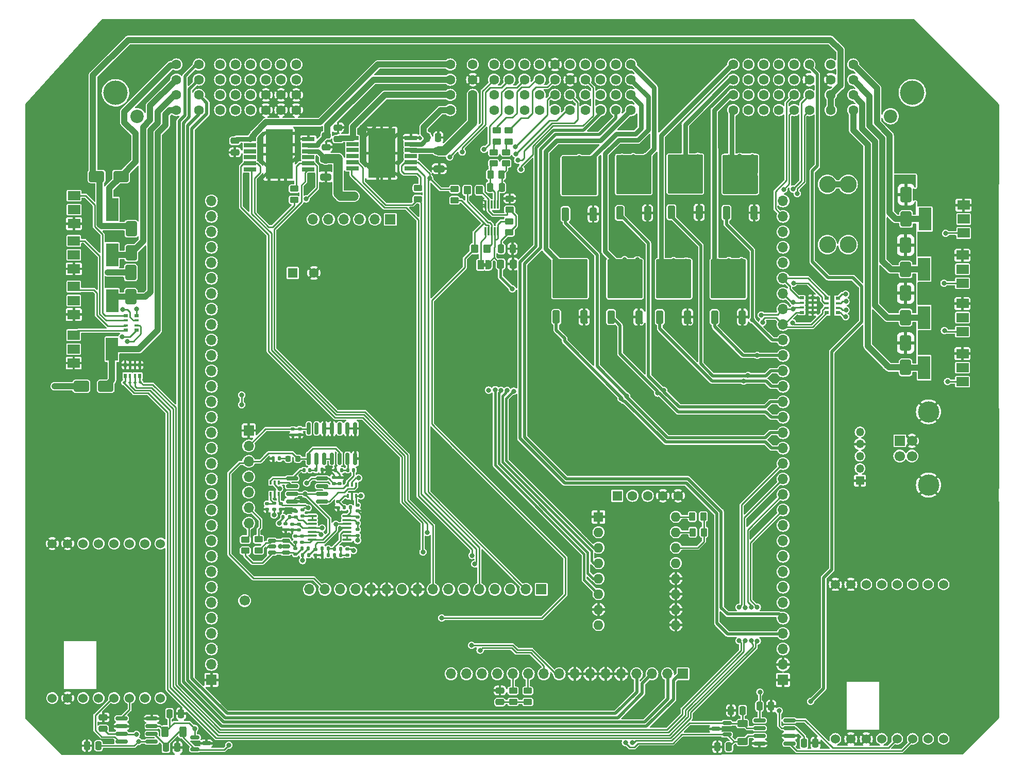
<source format=gbr>
%TF.GenerationSoftware,KiCad,Pcbnew,7.0.8*%
%TF.CreationDate,2024-05-13T00:37:04+01:00*%
%TF.ProjectId,Polygonus-Universal-Base,506f6c79-676f-46e7-9573-2d556e697665,rev?*%
%TF.SameCoordinates,Original*%
%TF.FileFunction,Copper,L1,Top*%
%TF.FilePolarity,Positive*%
%FSLAX46Y46*%
G04 Gerber Fmt 4.6, Leading zero omitted, Abs format (unit mm)*
G04 Created by KiCad (PCBNEW 7.0.8) date 2024-05-13 00:37:04*
%MOMM*%
%LPD*%
G01*
G04 APERTURE LIST*
G04 Aperture macros list*
%AMRoundRect*
0 Rectangle with rounded corners*
0 $1 Rounding radius*
0 $2 $3 $4 $5 $6 $7 $8 $9 X,Y pos of 4 corners*
0 Add a 4 corners polygon primitive as box body*
4,1,4,$2,$3,$4,$5,$6,$7,$8,$9,$2,$3,0*
0 Add four circle primitives for the rounded corners*
1,1,$1+$1,$2,$3*
1,1,$1+$1,$4,$5*
1,1,$1+$1,$6,$7*
1,1,$1+$1,$8,$9*
0 Add four rect primitives between the rounded corners*
20,1,$1+$1,$2,$3,$4,$5,0*
20,1,$1+$1,$4,$5,$6,$7,0*
20,1,$1+$1,$6,$7,$8,$9,0*
20,1,$1+$1,$8,$9,$2,$3,0*%
%AMFreePoly0*
4,1,19,0.550000,-0.750000,0.000000,-0.750000,0.000000,-0.744911,-0.071157,-0.744911,-0.207708,-0.704816,-0.327430,-0.627875,-0.420627,-0.520320,-0.479746,-0.390866,-0.500000,-0.250000,-0.500000,0.250000,-0.479746,0.390866,-0.420627,0.520320,-0.327430,0.627875,-0.207708,0.704816,-0.071157,0.744911,0.000000,0.744911,0.000000,0.750000,0.550000,0.750000,0.550000,-0.750000,0.550000,-0.750000,
$1*%
%AMFreePoly1*
4,1,19,0.000000,0.744911,0.071157,0.744911,0.207708,0.704816,0.327430,0.627875,0.420627,0.520320,0.479746,0.390866,0.500000,0.250000,0.500000,-0.250000,0.479746,-0.390866,0.420627,-0.520320,0.327430,-0.627875,0.207708,-0.704816,0.071157,-0.744911,0.000000,-0.744911,0.000000,-0.750000,-0.550000,-0.750000,-0.550000,0.750000,0.000000,0.750000,0.000000,0.744911,0.000000,0.744911,
$1*%
G04 Aperture macros list end*
%TA.AperFunction,SMDPad,CuDef*%
%ADD10RoundRect,0.250000X-0.337500X-0.475000X0.337500X-0.475000X0.337500X0.475000X-0.337500X0.475000X0*%
%TD*%
%TA.AperFunction,SMDPad,CuDef*%
%ADD11RoundRect,0.250000X-0.650000X1.000000X-0.650000X-1.000000X0.650000X-1.000000X0.650000X1.000000X0*%
%TD*%
%TA.AperFunction,ComponentPad*%
%ADD12R,1.700000X1.700000*%
%TD*%
%TA.AperFunction,ComponentPad*%
%ADD13O,1.700000X1.700000*%
%TD*%
%TA.AperFunction,SMDPad,CuDef*%
%ADD14R,0.500000X0.800000*%
%TD*%
%TA.AperFunction,SMDPad,CuDef*%
%ADD15R,0.400000X0.800000*%
%TD*%
%TA.AperFunction,SMDPad,CuDef*%
%ADD16RoundRect,0.250000X0.350000X-0.850000X0.350000X0.850000X-0.350000X0.850000X-0.350000X-0.850000X0*%
%TD*%
%TA.AperFunction,SMDPad,CuDef*%
%ADD17RoundRect,0.250000X1.125000X-1.275000X1.125000X1.275000X-1.125000X1.275000X-1.125000X-1.275000X0*%
%TD*%
%TA.AperFunction,SMDPad,CuDef*%
%ADD18RoundRect,0.249997X2.650003X-2.950003X2.650003X2.950003X-2.650003X2.950003X-2.650003X-2.950003X0*%
%TD*%
%TA.AperFunction,SMDPad,CuDef*%
%ADD19R,2.000000X1.500000*%
%TD*%
%TA.AperFunction,SMDPad,CuDef*%
%ADD20R,2.000000X3.800000*%
%TD*%
%TA.AperFunction,ComponentPad*%
%ADD21R,1.600000X1.600000*%
%TD*%
%TA.AperFunction,ComponentPad*%
%ADD22C,1.600000*%
%TD*%
%TA.AperFunction,SMDPad,CuDef*%
%ADD23RoundRect,0.135000X0.185000X-0.135000X0.185000X0.135000X-0.185000X0.135000X-0.185000X-0.135000X0*%
%TD*%
%TA.AperFunction,SMDPad,CuDef*%
%ADD24RoundRect,0.150000X-0.825000X-0.150000X0.825000X-0.150000X0.825000X0.150000X-0.825000X0.150000X0*%
%TD*%
%TA.AperFunction,SMDPad,CuDef*%
%ADD25RoundRect,0.150000X0.150000X-0.825000X0.150000X0.825000X-0.150000X0.825000X-0.150000X-0.825000X0*%
%TD*%
%TA.AperFunction,SMDPad,CuDef*%
%ADD26R,0.800000X0.500000*%
%TD*%
%TA.AperFunction,SMDPad,CuDef*%
%ADD27R,0.800000X0.400000*%
%TD*%
%TA.AperFunction,ComponentPad*%
%ADD28C,1.700000*%
%TD*%
%TA.AperFunction,SMDPad,CuDef*%
%ADD29RoundRect,0.250000X0.450000X-0.262500X0.450000X0.262500X-0.450000X0.262500X-0.450000X-0.262500X0*%
%TD*%
%TA.AperFunction,SMDPad,CuDef*%
%ADD30RoundRect,0.140000X-0.170000X0.140000X-0.170000X-0.140000X0.170000X-0.140000X0.170000X0.140000X0*%
%TD*%
%TA.AperFunction,SMDPad,CuDef*%
%ADD31RoundRect,0.135000X-0.135000X-0.185000X0.135000X-0.185000X0.135000X0.185000X-0.135000X0.185000X0*%
%TD*%
%TA.AperFunction,SMDPad,CuDef*%
%ADD32RoundRect,0.250000X0.250000X0.475000X-0.250000X0.475000X-0.250000X-0.475000X0.250000X-0.475000X0*%
%TD*%
%TA.AperFunction,SMDPad,CuDef*%
%ADD33RoundRect,0.218750X-0.218750X-0.256250X0.218750X-0.256250X0.218750X0.256250X-0.218750X0.256250X0*%
%TD*%
%TA.AperFunction,ComponentPad*%
%ADD34C,1.524000*%
%TD*%
%TA.AperFunction,SMDPad,CuDef*%
%ADD35RoundRect,0.250000X-0.250000X-0.475000X0.250000X-0.475000X0.250000X0.475000X-0.250000X0.475000X0*%
%TD*%
%TA.AperFunction,SMDPad,CuDef*%
%ADD36RoundRect,0.135000X0.135000X0.185000X-0.135000X0.185000X-0.135000X-0.185000X0.135000X-0.185000X0*%
%TD*%
%TA.AperFunction,SMDPad,CuDef*%
%ADD37RoundRect,0.135000X-0.185000X0.135000X-0.185000X-0.135000X0.185000X-0.135000X0.185000X0.135000X0*%
%TD*%
%TA.AperFunction,SMDPad,CuDef*%
%ADD38RoundRect,0.250000X-1.000000X-0.650000X1.000000X-0.650000X1.000000X0.650000X-1.000000X0.650000X0*%
%TD*%
%TA.AperFunction,ComponentPad*%
%ADD39O,1.600000X1.600000*%
%TD*%
%TA.AperFunction,SMDPad,CuDef*%
%ADD40R,0.300000X1.400000*%
%TD*%
%TA.AperFunction,SMDPad,CuDef*%
%ADD41RoundRect,0.250000X-0.262500X-0.450000X0.262500X-0.450000X0.262500X0.450000X-0.262500X0.450000X0*%
%TD*%
%TA.AperFunction,SMDPad,CuDef*%
%ADD42RoundRect,0.140000X0.170000X-0.140000X0.170000X0.140000X-0.170000X0.140000X-0.170000X-0.140000X0*%
%TD*%
%TA.AperFunction,SMDPad,CuDef*%
%ADD43R,2.000000X0.650000*%
%TD*%
%TA.AperFunction,SMDPad,CuDef*%
%ADD44R,4.500000X8.100000*%
%TD*%
%TA.AperFunction,SMDPad,CuDef*%
%ADD45RoundRect,0.250000X0.262500X0.450000X-0.262500X0.450000X-0.262500X-0.450000X0.262500X-0.450000X0*%
%TD*%
%TA.AperFunction,SMDPad,CuDef*%
%ADD46RoundRect,0.250000X0.625000X-0.312500X0.625000X0.312500X-0.625000X0.312500X-0.625000X-0.312500X0*%
%TD*%
%TA.AperFunction,SMDPad,CuDef*%
%ADD47RoundRect,0.250000X-0.350000X-0.450000X0.350000X-0.450000X0.350000X0.450000X-0.350000X0.450000X0*%
%TD*%
%TA.AperFunction,ComponentPad*%
%ADD48C,2.780000*%
%TD*%
%TA.AperFunction,SMDPad,CuDef*%
%ADD49RoundRect,0.150000X-0.512500X-0.150000X0.512500X-0.150000X0.512500X0.150000X-0.512500X0.150000X0*%
%TD*%
%TA.AperFunction,SMDPad,CuDef*%
%ADD50R,0.400000X0.650000*%
%TD*%
%TA.AperFunction,SMDPad,CuDef*%
%ADD51RoundRect,0.140000X0.140000X0.170000X-0.140000X0.170000X-0.140000X-0.170000X0.140000X-0.170000X0*%
%TD*%
%TA.AperFunction,SMDPad,CuDef*%
%ADD52RoundRect,0.250000X-0.312500X-0.625000X0.312500X-0.625000X0.312500X0.625000X-0.312500X0.625000X0*%
%TD*%
%TA.AperFunction,SMDPad,CuDef*%
%ADD53RoundRect,0.150000X0.587500X0.150000X-0.587500X0.150000X-0.587500X-0.150000X0.587500X-0.150000X0*%
%TD*%
%TA.AperFunction,SMDPad,CuDef*%
%ADD54RoundRect,0.250000X-0.450000X0.262500X-0.450000X-0.262500X0.450000X-0.262500X0.450000X0.262500X0*%
%TD*%
%TA.AperFunction,ComponentPad*%
%ADD55C,4.000000*%
%TD*%
%TA.AperFunction,ComponentPad*%
%ADD56C,2.200000*%
%TD*%
%TA.AperFunction,SMDPad,CuDef*%
%ADD57RoundRect,0.250000X-0.475000X0.250000X-0.475000X-0.250000X0.475000X-0.250000X0.475000X0.250000X0*%
%TD*%
%TA.AperFunction,SMDPad,CuDef*%
%ADD58RoundRect,0.150000X-0.587500X-0.150000X0.587500X-0.150000X0.587500X0.150000X-0.587500X0.150000X0*%
%TD*%
%TA.AperFunction,SMDPad,CuDef*%
%ADD59RoundRect,0.250000X0.650000X-0.325000X0.650000X0.325000X-0.650000X0.325000X-0.650000X-0.325000X0*%
%TD*%
%TA.AperFunction,SMDPad,CuDef*%
%ADD60RoundRect,0.250000X0.475000X-0.250000X0.475000X0.250000X-0.475000X0.250000X-0.475000X-0.250000X0*%
%TD*%
%TA.AperFunction,ComponentPad*%
%ADD61C,3.500000*%
%TD*%
%TA.AperFunction,SMDPad,CuDef*%
%ADD62RoundRect,0.140000X-0.140000X-0.170000X0.140000X-0.170000X0.140000X0.170000X-0.140000X0.170000X0*%
%TD*%
%TA.AperFunction,SMDPad,CuDef*%
%ADD63RoundRect,0.150000X0.825000X0.150000X-0.825000X0.150000X-0.825000X-0.150000X0.825000X-0.150000X0*%
%TD*%
%TA.AperFunction,ComponentPad*%
%ADD64R,1.350000X1.350000*%
%TD*%
%TA.AperFunction,ComponentPad*%
%ADD65O,1.350000X1.350000*%
%TD*%
%TA.AperFunction,SMDPad,CuDef*%
%ADD66RoundRect,0.100000X-0.637500X-0.100000X0.637500X-0.100000X0.637500X0.100000X-0.637500X0.100000X0*%
%TD*%
%TA.AperFunction,SMDPad,CuDef*%
%ADD67FreePoly0,180.000000*%
%TD*%
%TA.AperFunction,SMDPad,CuDef*%
%ADD68R,1.000000X1.500000*%
%TD*%
%TA.AperFunction,SMDPad,CuDef*%
%ADD69FreePoly1,180.000000*%
%TD*%
%TA.AperFunction,ViaPad*%
%ADD70C,0.800000*%
%TD*%
%TA.AperFunction,ViaPad*%
%ADD71C,0.500000*%
%TD*%
%TA.AperFunction,Conductor*%
%ADD72C,0.500000*%
%TD*%
%TA.AperFunction,Conductor*%
%ADD73C,0.250000*%
%TD*%
%TA.AperFunction,Conductor*%
%ADD74C,1.500000*%
%TD*%
%TA.AperFunction,Conductor*%
%ADD75C,1.000000*%
%TD*%
%TA.AperFunction,Conductor*%
%ADD76C,0.800000*%
%TD*%
%TA.AperFunction,Conductor*%
%ADD77C,0.900000*%
%TD*%
%TA.AperFunction,Conductor*%
%ADD78C,0.450000*%
%TD*%
%TA.AperFunction,Conductor*%
%ADD79C,0.400000*%
%TD*%
G04 APERTURE END LIST*
%TA.AperFunction,EtchedComponent*%
%TO.C,JP1*%
G36*
X132900000Y-64082500D02*
G01*
X132400000Y-64082500D01*
X132400000Y-63482500D01*
X132900000Y-63482500D01*
X132900000Y-64082500D01*
G37*
%TD.AperFunction*%
%TD*%
D10*
%TO.P,C25,1*%
%TO.N,+5V*%
X135262500Y-63640000D03*
%TO.P,C25,2*%
%TO.N,GND*%
X137337500Y-63640000D03*
%TD*%
D11*
%TO.P,D2,1,K*%
%TO.N,/12V_MR*%
X201800000Y-76640000D03*
%TO.P,D2,2,A*%
%TO.N,/LS9ADD*%
X201800000Y-80640000D03*
%TD*%
D12*
%TO.P,J5,1,Pin_1*%
%TO.N,GND*%
X93888235Y-91017793D03*
D13*
%TO.P,J5,2,Pin_2*%
%TO.N,+5V*%
X93888235Y-93557793D03*
%TO.P,J5,3,Pin_3*%
%TO.N,output*%
X93888235Y-96097793D03*
%TO.P,J5,4,Pin_4*%
%TO.N,/AV11*%
X93888235Y-98637793D03*
%TO.P,J5,5,Pin_5*%
%TO.N,/LS12*%
X93888235Y-101177793D03*
%TO.P,J5,6,Pin_6*%
%TO.N,/VR-D*%
X93888235Y-103717793D03*
%TO.P,J5,7,Pin_7*%
%TO.N,/VR+D*%
X93888235Y-106257793D03*
%TD*%
D14*
%TO.P,RN3,1,R1.1*%
%TO.N,GND*%
X76000000Y-80240000D03*
D15*
%TO.P,RN3,2,R2.1*%
X75200000Y-80240000D03*
%TO.P,RN3,3,R3.1*%
X74400000Y-80240000D03*
D14*
%TO.P,RN3,4,R4.1*%
X73600000Y-80240000D03*
%TO.P,RN3,5,R4.2*%
%TO.N,/IGN12*%
X73600000Y-82040000D03*
D15*
%TO.P,RN3,6,R3.2*%
%TO.N,/IGN11*%
X74400000Y-82040000D03*
%TO.P,RN3,7,R2.2*%
%TO.N,/IGN10*%
X75200000Y-82040000D03*
D14*
%TO.P,RN3,8,R1.2*%
%TO.N,/IGN9*%
X76000000Y-82040000D03*
%TD*%
D16*
%TO.P,Q2,1,G*%
%TO.N,/IGN3*%
X163337124Y-55140737D03*
D17*
%TO.P,Q2,2,C*%
%TO.N,/IGBT3*%
X164092124Y-50515737D03*
X167142124Y-50515737D03*
D18*
X165617124Y-48840737D03*
D17*
X164092124Y-47165737D03*
X167142124Y-47165737D03*
D16*
%TO.P,Q2,3,E*%
%TO.N,GND*%
X167897124Y-55140737D03*
%TD*%
D19*
%TO.P,U17,1,Input*%
%TO.N,Net-(RN4-R3.2)*%
X65154476Y-59831561D03*
%TO.P,U17,2,Drain*%
%TO.N,unconnected-(U17-Drain-Pad2)*%
X65154476Y-62131561D03*
%TO.P,U17,3,Source*%
%TO.N,GND*%
X65154476Y-64431561D03*
D20*
%TO.P,U17,4,Drain*%
%TO.N,/ExtraLSB*%
X71454476Y-62131561D03*
%TD*%
D21*
%TO.P,C2,1*%
%TO.N,/12V_MR_FUSE*%
X101112052Y-65110107D03*
D22*
%TO.P,C2,2*%
%TO.N,GND*%
X104612052Y-65110107D03*
%TD*%
D23*
%TO.P,R24,1*%
%TO.N,Net-(U6A--)*%
X102694607Y-105039580D03*
%TO.P,R24,2*%
%TO.N,Vref*%
X102694607Y-104019580D03*
%TD*%
D24*
%TO.P,U21,1,TXD*%
%TO.N,/CAN_TX2*%
X73006624Y-138366545D03*
%TO.P,U21,2,GND*%
%TO.N,GND*%
X73006624Y-139636545D03*
%TO.P,U21,3,VCC*%
%TO.N,+5V*%
X73006624Y-140906545D03*
%TO.P,U21,4,RXD*%
%TO.N,/CAN_RX2*%
X73006624Y-142176545D03*
%TO.P,U21,5,VIO*%
%TO.N,+3.3V*%
X77956624Y-142176545D03*
%TO.P,U21,6,CANL*%
%TO.N,/CAN2-*%
X77956624Y-140906545D03*
%TO.P,U21,7,CANH*%
%TO.N,/CAN2+*%
X77956624Y-139636545D03*
%TO.P,U21,8,S*%
%TO.N,GND*%
X77956624Y-138366545D03*
%TD*%
D25*
%TO.P,U5,1*%
%TO.N,output*%
X103772815Y-95640995D03*
%TO.P,U5,2*%
%TO.N,Net-(C11-Pad1)*%
X105042815Y-95640995D03*
%TO.P,U5,3*%
%TO.N,Net-(U5-Pad3)*%
X106312815Y-95640995D03*
%TO.P,U5,4*%
X107582815Y-95640995D03*
%TO.P,U5,5*%
%TO.N,output*%
X108852815Y-95640995D03*
%TO.P,U5,6*%
%TO.N,Net-(C12-Pad1)*%
X110122815Y-95640995D03*
%TO.P,U5,7,GND*%
%TO.N,GND*%
X111392815Y-95640995D03*
%TO.P,U5,8*%
X111392815Y-90690995D03*
%TO.P,U5,9*%
X110122815Y-90690995D03*
%TO.P,U5,10*%
%TO.N,unconnected-(U5-Pad10)*%
X108852815Y-90690995D03*
%TO.P,U5,11*%
%TO.N,GND*%
X107582815Y-90690995D03*
%TO.P,U5,12*%
X106312815Y-90690995D03*
%TO.P,U5,13*%
%TO.N,unconnected-(U5-Pad13)*%
X105042815Y-90690995D03*
%TO.P,U5,14,VCC*%
%TO.N,+5V*%
X103772815Y-90690995D03*
%TD*%
D26*
%TO.P,RN2,1,R1.1*%
%TO.N,/LS12*%
X188862544Y-69273813D03*
D27*
%TO.P,RN2,2,R2.1*%
%TO.N,/LS11*%
X188862544Y-70073813D03*
%TO.P,RN2,3,R3.1*%
%TO.N,/LS10*%
X188862544Y-70873813D03*
D26*
%TO.P,RN2,4,R4.1*%
%TO.N,/LS9*%
X188862544Y-71673813D03*
%TO.P,RN2,5,R4.2*%
%TO.N,Net-(RN2-R4.2)*%
X190662544Y-71673813D03*
D27*
%TO.P,RN2,6,R3.2*%
%TO.N,Net-(RN2-R3.2)*%
X190662544Y-70873813D03*
%TO.P,RN2,7,R2.2*%
%TO.N,Net-(RN2-R2.2)*%
X190662544Y-70073813D03*
D26*
%TO.P,RN2,8,R1.2*%
%TO.N,Net-(RN2-R1.2)*%
X190662544Y-69273813D03*
%TD*%
D28*
%TO.P,P1,1,Pin_1*%
%TO.N,/LS12*%
X93218000Y-118999000D03*
%TD*%
D29*
%TO.P,R35,1*%
%TO.N,/ETB1_DIS*%
X121703685Y-52996521D03*
%TO.P,R35,2*%
%TO.N,+3.3V*%
X121703685Y-51171521D03*
%TD*%
D30*
%TO.P,C22,1*%
%TO.N,Vref*%
X111753915Y-103277947D03*
%TO.P,C22,2*%
%TO.N,GND*%
X111753915Y-104237947D03*
%TD*%
D19*
%TO.P,U16,1,Input*%
%TO.N,Net-(RN4-R4.2)*%
X65191189Y-52405741D03*
%TO.P,U16,2,Drain*%
%TO.N,unconnected-(U16-Drain-Pad2)*%
X65191189Y-54705741D03*
%TO.P,U16,3,Source*%
%TO.N,GND*%
X65191189Y-57005741D03*
D20*
%TO.P,U16,4,Drain*%
%TO.N,/ExtraLSA*%
X71491189Y-54705741D03*
%TD*%
D31*
%TO.P,R11,1*%
%TO.N,Net-(U4-IO2)*%
X102652406Y-110402584D03*
%TO.P,R11,2*%
%TO.N,Net-(U6B-+)*%
X103672406Y-110402584D03*
%TD*%
D32*
%TO.P,C36,1*%
%TO.N,+3.3V*%
X69212465Y-142838958D03*
%TO.P,C36,2*%
%TO.N,GND*%
X67312465Y-142838958D03*
%TD*%
D33*
%TO.P,D1,1,K*%
%TO.N,Net-(D1-K)*%
X100384057Y-95641065D03*
%TO.P,D1,2,A*%
%TO.N,output*%
X101959057Y-95641065D03*
%TD*%
D31*
%TO.P,R12,1*%
%TO.N,Net-(U6C-+)*%
X107991506Y-110453400D03*
%TO.P,R12,2*%
%TO.N,Net-(C7-Pad1)*%
X109011506Y-110453400D03*
%TD*%
D34*
%TO.P,U1,1,5V*%
%TO.N,+5V*%
X190269349Y-141724815D03*
%TO.P,U1,2,GND*%
%TO.N,GND*%
X192809349Y-141724815D03*
%TO.P,U1,3,SEL_1*%
X195349349Y-141724815D03*
%TO.P,U1,4,SEL_2*%
%TO.N,unconnected-(U1-SEL_2-Pad4)*%
X197889349Y-141724815D03*
%TO.P,U1,5,CAN_RX*%
%TO.N,/CAN_RX*%
X200429349Y-141724815D03*
%TO.P,U1,6,CAN_TX*%
%TO.N,/CAN_TX*%
X202969349Y-141724815D03*
%TO.P,U1,7,VBatt_Sense*%
%TO.N,/12V_MR_FUSE*%
X205509349Y-141724815D03*
%TO.P,U1,8,Boot0*%
%TO.N,unconnected-(U1-Boot0-Pad8)*%
X208049349Y-141724815D03*
%TO.P,U1,9,HEAT_GND*%
%TO.N,GND*%
X190269349Y-116324815D03*
%TO.P,U1,10,HEAT_GND2*%
X192809349Y-116324815D03*
%TO.P,U1,11,HEATER-*%
%TO.N,/HeaterNeg*%
X195349349Y-116324815D03*
%TO.P,U1,12,HEATER-*%
X197889349Y-116324815D03*
%TO.P,U1,13,LSU_ip*%
%TO.N,/LSU_Ip*%
X200429349Y-116324815D03*
%TO.P,U1,14,LSU_vm*%
%TO.N,/LSU_Vm*%
X202969349Y-116324815D03*
%TO.P,U1,15,LSU_rtrim*%
%TO.N,/LSU_Rtrim*%
X205509349Y-116324815D03*
%TO.P,U1,16,LSU_un*%
%TO.N,/LSU_Un*%
X208049349Y-116324815D03*
%TD*%
D19*
%TO.P,U13,1,Input*%
%TO.N,Net-(RN2-R1.2)*%
X211338488Y-58550546D03*
%TO.P,U13,2,Drain*%
%TO.N,unconnected-(U13-Drain-Pad2)*%
X211338488Y-56250546D03*
%TO.P,U13,3,Source*%
%TO.N,GND*%
X211338488Y-53950546D03*
D20*
%TO.P,U13,4,Drain*%
%TO.N,/LS12ADD*%
X205038488Y-56250546D03*
%TD*%
D32*
%TO.P,C27,1*%
%TO.N,GND*%
X125032661Y-42835627D03*
%TO.P,C27,2*%
%TO.N,/ETB1_+*%
X123132661Y-42835627D03*
%TD*%
D35*
%TO.P,C32,1*%
%TO.N,+3.3V*%
X177805526Y-136340000D03*
%TO.P,C32,2*%
%TO.N,GND*%
X179705526Y-136340000D03*
%TD*%
D19*
%TO.P,U14,1,Input*%
%TO.N,Net-(RN2-R2.2)*%
X211155466Y-66786559D03*
%TO.P,U14,2,Drain*%
%TO.N,unconnected-(U14-Drain-Pad2)*%
X211155466Y-64486559D03*
%TO.P,U14,3,Source*%
%TO.N,GND*%
X211155466Y-62186559D03*
D20*
%TO.P,U14,4,Drain*%
%TO.N,/LS11ADD*%
X204855466Y-64486559D03*
%TD*%
D32*
%TO.P,C33,1*%
%TO.N,GND*%
X82768167Y-137563839D03*
%TO.P,C33,2*%
%TO.N,/CAN2+*%
X80868167Y-137563839D03*
%TD*%
D19*
%TO.P,U19,1,Input*%
%TO.N,Net-(RN4-R2.2)*%
X65154476Y-67355819D03*
%TO.P,U19,2,Drain*%
%TO.N,unconnected-(U19-Drain-Pad2)*%
X65154476Y-69655819D03*
%TO.P,U19,3,Source*%
%TO.N,GND*%
X65154476Y-71955819D03*
D20*
%TO.P,U19,4,Drain*%
%TO.N,/ExtraLSC*%
X71454476Y-69655819D03*
%TD*%
D36*
%TO.P,R19,1*%
%TO.N,Net-(R18-Pad1)*%
X110603170Y-103677567D03*
%TO.P,R19,2*%
%TO.N,thresh_high*%
X109583170Y-103677567D03*
%TD*%
D37*
%TO.P,R23,1*%
%TO.N,Net-(U6A-+)*%
X99963884Y-106309931D03*
%TO.P,R23,2*%
%TO.N,GND*%
X99963884Y-107329931D03*
%TD*%
D38*
%TO.P,D6,1,K*%
%TO.N,/12V_MR*%
X68900000Y-49240000D03*
%TO.P,D6,2,A*%
%TO.N,/ExtraLSA*%
X72900000Y-49240000D03*
%TD*%
D11*
%TO.P,D8,1,K*%
%TO.N,/12V_MR*%
X74500000Y-65040000D03*
%TO.P,D8,2,A*%
%TO.N,/ExtraLSC*%
X74500000Y-69040000D03*
%TD*%
D29*
%TO.P,R28,1*%
%TO.N,Net-(U10-IN+)*%
X136156488Y-47086808D03*
%TO.P,R28,2*%
%TO.N,Net-(R26-Pad1)*%
X136156488Y-45261808D03*
%TD*%
D32*
%TO.P,C30,1*%
%TO.N,/CAN2-*%
X175022461Y-137038591D03*
%TO.P,C30,2*%
%TO.N,GND*%
X173122461Y-137038591D03*
%TD*%
D16*
%TO.P,Q7,1,G*%
%TO.N,/IGN6*%
X153420000Y-72380000D03*
D17*
%TO.P,Q7,2,C*%
%TO.N,/IGBT6*%
X154175000Y-67755000D03*
X157225000Y-67755000D03*
D18*
X155700000Y-66080000D03*
D17*
X154175000Y-64405000D03*
X157225000Y-64405000D03*
D16*
%TO.P,Q7,3,E*%
%TO.N,GND*%
X157980000Y-72380000D03*
%TD*%
D21*
%TO.P,A1,1,GND*%
%TO.N,GND*%
X151360000Y-105209750D03*
D39*
%TO.P,A1,2,~{FLT}*%
%TO.N,unconnected-(A1-~{FLT}-Pad2)*%
X151360000Y-107749750D03*
%TO.P,A1,3,A2*%
%TO.N,/STEPA2*%
X151360000Y-110289750D03*
%TO.P,A1,4,A1*%
%TO.N,/STEPA1*%
X151360000Y-112829750D03*
%TO.P,A1,5,B1*%
%TO.N,/STEPB1*%
X151360000Y-115369750D03*
%TO.P,A1,6,B2*%
%TO.N,/STEPB2*%
X151360000Y-117909750D03*
%TO.P,A1,7,GND*%
%TO.N,GND*%
X151360000Y-120449750D03*
%TO.P,A1,8,VMOT*%
%TO.N,/12V_MR_FUSE*%
X151360000Y-122989750D03*
%TO.P,A1,9,~{EN}*%
%TO.N,GND*%
X164060000Y-122989750D03*
%TO.P,A1,10,M0*%
X164060000Y-120449750D03*
%TO.P,A1,11,M1*%
X164060000Y-117909750D03*
%TO.P,A1,12,M2*%
X164060000Y-115369750D03*
%TO.P,A1,13,~{RST}*%
%TO.N,+5V*%
X164060000Y-112829750D03*
%TO.P,A1,14,~{SLP}*%
X164060000Y-110289750D03*
%TO.P,A1,15,STEP*%
%TO.N,/LS9*%
X164060000Y-107749750D03*
%TO.P,A1,16,DIR*%
%TO.N,/LS10*%
X164060000Y-105209750D03*
%TD*%
D35*
%TO.P,C34,1*%
%TO.N,/CAN2-*%
X80284731Y-143131829D03*
%TO.P,C34,2*%
%TO.N,GND*%
X82184731Y-143131829D03*
%TD*%
%TO.P,C29,1*%
%TO.N,GND*%
X170877796Y-143031045D03*
%TO.P,C29,2*%
%TO.N,/CAN2+*%
X172777796Y-143031045D03*
%TD*%
D40*
%TO.P,U10,1,IN+*%
%TO.N,Net-(U10-IN+)*%
X134811353Y-53880996D03*
%TO.P,U10,2,IN-*%
%TO.N,Net-(U10-IN-)*%
X134311353Y-53880996D03*
%TO.P,U10,3*%
%TO.N,unconnected-(U10-Pad3)*%
X133811353Y-53880996D03*
%TO.P,U10,4,BIAS*%
%TO.N,Net-(U10-BIAS)*%
X133311353Y-53880996D03*
%TO.P,U10,5,GND*%
%TO.N,GND*%
X132811353Y-53880996D03*
%TO.P,U10,6,ZERO_EN*%
%TO.N,Net-(JP1-C)*%
X132811353Y-58280996D03*
%TO.P,U10,7,COUT*%
%TO.N,/VR1+*%
X133311353Y-58280996D03*
%TO.P,U10,8,EXT*%
%TO.N,Net-(U10-EXT)*%
X133811353Y-58280996D03*
%TO.P,U10,9,INT_THRS*%
%TO.N,+5V*%
X134311353Y-58280996D03*
%TO.P,U10,10,VCC*%
X134811353Y-58280996D03*
%TD*%
D29*
%TO.P,R27,1*%
%TO.N,Net-(U10-IN-)*%
X134142220Y-47096793D03*
%TO.P,R27,2*%
%TO.N,Net-(R25-Pad1)*%
X134142220Y-45271793D03*
%TD*%
D19*
%TO.P,U11,1,Input*%
%TO.N,Net-(RN2-R4.2)*%
X211155466Y-82984051D03*
%TO.P,U11,2,Drain*%
%TO.N,unconnected-(U11-Drain-Pad2)*%
X211155466Y-80684051D03*
%TO.P,U11,3,Source*%
%TO.N,GND*%
X211155466Y-78384051D03*
D20*
%TO.P,U11,4,Drain*%
%TO.N,/LS9ADD*%
X204855466Y-80684051D03*
%TD*%
D36*
%TO.P,R15,1*%
%TO.N,Net-(U6C-+)*%
X106958279Y-110441734D03*
%TO.P,R15,2*%
%TO.N,GND*%
X105938279Y-110441734D03*
%TD*%
D41*
%TO.P,R2,1*%
%TO.N,/LS9*%
X166846916Y-107749289D03*
%TO.P,R2,2*%
%TO.N,+5V*%
X168671916Y-107749289D03*
%TD*%
D26*
%TO.P,RN4,1,R1.1*%
%TO.N,/IGN12*%
X75458314Y-74539005D03*
D27*
%TO.P,RN4,2,R2.1*%
%TO.N,/IGN11*%
X75458314Y-73739005D03*
%TO.P,RN4,3,R3.1*%
%TO.N,/IGN10*%
X75458314Y-72939005D03*
D26*
%TO.P,RN4,4,R4.1*%
%TO.N,/IGN9*%
X75458314Y-72139005D03*
%TO.P,RN4,5,R4.2*%
%TO.N,Net-(RN4-R4.2)*%
X73658314Y-72139005D03*
D27*
%TO.P,RN4,6,R3.2*%
%TO.N,Net-(RN4-R3.2)*%
X73658314Y-72939005D03*
%TO.P,RN4,7,R2.2*%
%TO.N,Net-(RN4-R2.2)*%
X73658314Y-73739005D03*
D26*
%TO.P,RN4,8,R1.2*%
%TO.N,Net-(RN4-R1.2)*%
X73658314Y-74539005D03*
%TD*%
D42*
%TO.P,C15,1*%
%TO.N,+5V*%
X107851547Y-99715769D03*
%TO.P,C15,2*%
%TO.N,GND*%
X107851547Y-98755769D03*
%TD*%
D31*
%TO.P,R22,1*%
%TO.N,+5V*%
X99550669Y-105224359D03*
%TO.P,R22,2*%
%TO.N,Net-(U6A-+)*%
X100570669Y-105224359D03*
%TD*%
D43*
%TO.P,U15,1,DIR*%
%TO.N,/ETB1_DIR*%
X120537906Y-47908604D03*
%TO.P,U15,2,VSO*%
%TO.N,+3.3V*%
X120537906Y-46908604D03*
%TO.P,U15,3,SO*%
%TO.N,unconnected-(U15-SO-Pad3)*%
X120537906Y-45908604D03*
%TO.P,U15,4,VS*%
%TO.N,/12V_MR_FUSE*%
X120537906Y-44908604D03*
%TO.P,U15,5,OUT1*%
%TO.N,/ETB1_+*%
X120537906Y-43908604D03*
%TO.P,U15,6,GND*%
%TO.N,GND*%
X120537906Y-42908604D03*
%TO.P,U15,7,OUT2*%
%TO.N,/ETB1_-*%
X110937906Y-42908604D03*
%TO.P,U15,8,SI*%
%TO.N,unconnected-(U15-SI-Pad8)*%
X110937906Y-43908604D03*
%TO.P,U15,9,CSN*%
%TO.N,unconnected-(U15-CSN-Pad9)*%
X110937906Y-44908604D03*
%TO.P,U15,10,SCK*%
%TO.N,unconnected-(U15-SCK-Pad10)*%
X110937906Y-45908604D03*
%TO.P,U15,11,DIS*%
%TO.N,/ETB1_DIS*%
X110937906Y-46908604D03*
%TO.P,U15,12,PWM*%
%TO.N,/ETB1_PWM*%
X110937906Y-47908604D03*
D44*
%TO.P,U15,13,GND*%
%TO.N,GND*%
X115737906Y-45408604D03*
%TD*%
D45*
%TO.P,R29,1*%
%TO.N,Net-(U10-IN+)*%
X135421872Y-48964572D03*
%TO.P,R29,2*%
%TO.N,Net-(U10-IN-)*%
X133596872Y-48964572D03*
%TD*%
D19*
%TO.P,U18,1,Input*%
%TO.N,Net-(RN4-R1.2)*%
X65127619Y-75332820D03*
%TO.P,U18,2,Drain*%
%TO.N,unconnected-(U18-Drain-Pad2)*%
X65127619Y-77632820D03*
%TO.P,U18,3,Source*%
%TO.N,GND*%
X65127619Y-79932820D03*
D20*
%TO.P,U18,4,Drain*%
%TO.N,/ExtraLSD*%
X71427619Y-77632820D03*
%TD*%
D46*
%TO.P,R36,1*%
%TO.N,/CAN2+*%
X175014418Y-142128630D03*
%TO.P,R36,2*%
%TO.N,/CAN2-*%
X175014418Y-139203630D03*
%TD*%
D47*
%TO.P,R32,1*%
%TO.N,Net-(U10-EXT)*%
X129809704Y-51520545D03*
%TO.P,R32,2*%
%TO.N,Net-(U10-BIAS)*%
X131809704Y-51520545D03*
%TD*%
D16*
%TO.P,Q8,1,G*%
%TO.N,/IGN8*%
X144420000Y-72342005D03*
D17*
%TO.P,Q8,2,C*%
%TO.N,/IGBT8*%
X145175000Y-67717005D03*
X148225000Y-67717005D03*
D18*
X146700000Y-66042005D03*
D17*
X145175000Y-64367005D03*
X148225000Y-64367005D03*
D16*
%TO.P,Q8,3,E*%
%TO.N,GND*%
X148980000Y-72342005D03*
%TD*%
D30*
%TO.P,C18,1*%
%TO.N,+5V*%
X101158839Y-90784460D03*
%TO.P,C18,2*%
%TO.N,GND*%
X101158839Y-91744460D03*
%TD*%
D48*
%TO.P,F1,1*%
%TO.N,/12V_MR*%
X192364464Y-50542664D03*
X188964464Y-50542664D03*
%TO.P,F1,2*%
%TO.N,/12V_MR_FUSE*%
X192364464Y-60462664D03*
X188964464Y-60462664D03*
%TD*%
D29*
%TO.P,R5,1*%
%TO.N,/ETB2_DIS*%
X101340513Y-53094840D03*
%TO.P,R5,2*%
%TO.N,+3.3V*%
X101340513Y-51269840D03*
%TD*%
D49*
%TO.P,U4,1,IO1*%
%TO.N,Net-(U4-IO1)*%
X97720254Y-109163333D03*
%TO.P,U4,2,VN*%
%TO.N,GND*%
X97720254Y-110113333D03*
%TO.P,U4,3,IO2*%
%TO.N,Net-(U4-IO2)*%
X97720254Y-111063333D03*
%TO.P,U4,4,IO3*%
X99995254Y-111063333D03*
%TO.P,U4,5,VP*%
%TO.N,+5V*%
X99995254Y-110113333D03*
%TO.P,U4,6,IO4*%
%TO.N,Net-(U4-IO1)*%
X99995254Y-109163333D03*
%TD*%
D50*
%TO.P,U8,1*%
%TO.N,thresh_low*%
X97506000Y-101473000D03*
%TO.P,U8,2,GND*%
%TO.N,GND*%
X98156000Y-101473000D03*
%TO.P,U8,3*%
%TO.N,Vref*%
X98806000Y-101473000D03*
%TO.P,U8,4*%
%TO.N,Net-(U7A--)*%
X98806000Y-99573000D03*
%TO.P,U8,5,V+*%
%TO.N,+5V*%
X98156000Y-99573000D03*
%TO.P,U8,6*%
%TO.N,Net-(C11-Pad2)*%
X97506000Y-99573000D03*
%TD*%
D51*
%TO.P,C7,1*%
%TO.N,Net-(C7-Pad1)*%
X108969840Y-111550010D03*
%TO.P,C7,2*%
%TO.N,GND*%
X108009840Y-111550010D03*
%TD*%
D19*
%TO.P,U12,1,Input*%
%TO.N,Net-(RN2-R3.2)*%
X211155466Y-74748038D03*
%TO.P,U12,2,Drain*%
%TO.N,unconnected-(U12-Drain-Pad2)*%
X211155466Y-72448038D03*
%TO.P,U12,3,Source*%
%TO.N,GND*%
X211155466Y-70148038D03*
D20*
%TO.P,U12,4,Drain*%
%TO.N,/LS10ADD*%
X204855466Y-72448038D03*
%TD*%
D29*
%TO.P,R8,1*%
%TO.N,Net-(U4-IO2)*%
X93328736Y-110787347D03*
%TO.P,R8,2*%
%TO.N,/VR+D*%
X93328736Y-108962347D03*
%TD*%
D30*
%TO.P,C20,1*%
%TO.N,Vref*%
X99154135Y-103003922D03*
%TO.P,C20,2*%
%TO.N,GND*%
X99154135Y-103963922D03*
%TD*%
%TO.P,C16,1*%
%TO.N,+5V*%
X102278781Y-90761128D03*
%TO.P,C16,2*%
%TO.N,GND*%
X102278781Y-91721128D03*
%TD*%
D29*
%TO.P,R4,1*%
%TO.N,Net-(C1-Pad1)*%
X137316345Y-135636620D03*
%TO.P,R4,2*%
%TO.N,/RC2*%
X137316345Y-133811620D03*
%TD*%
D45*
%TO.P,R1,1*%
%TO.N,+5V*%
X168584105Y-105177683D03*
%TO.P,R1,2*%
%TO.N,/LS10*%
X166759105Y-105177683D03*
%TD*%
D52*
%TO.P,R37,1*%
%TO.N,/CAN2+*%
X80155250Y-140550045D03*
%TO.P,R37,2*%
%TO.N,/CAN2-*%
X83080250Y-140550045D03*
%TD*%
D30*
%TO.P,C10,1*%
%TO.N,thresh_low*%
X96901000Y-103025000D03*
%TO.P,C10,2*%
%TO.N,GND*%
X96901000Y-103985000D03*
%TD*%
D35*
%TO.P,C24,1*%
%TO.N,Net-(U10-BIAS)*%
X135350000Y-61140000D03*
%TO.P,C24,2*%
%TO.N,GND*%
X137250000Y-61140000D03*
%TD*%
D53*
%TO.P,D10,1,K*%
%TO.N,/CAN2+*%
X172464671Y-141014880D03*
%TO.P,D10,2,K*%
%TO.N,/CAN2-*%
X172464671Y-139114880D03*
%TO.P,D10,3,A*%
%TO.N,GND*%
X170589671Y-140064880D03*
%TD*%
D47*
%TO.P,R33,1*%
%TO.N,/VR1+*%
X131000000Y-61140000D03*
%TO.P,R33,2*%
%TO.N,Net-(U10-EXT)*%
X133000000Y-61140000D03*
%TD*%
D54*
%TO.P,R30,1*%
%TO.N,+5V*%
X136700000Y-56627500D03*
%TO.P,R30,2*%
%TO.N,Net-(U10-BIAS)*%
X136700000Y-58452500D03*
%TD*%
D24*
%TO.P,U7,1*%
%TO.N,Net-(C11-Pad2)*%
X101008268Y-98873572D03*
%TO.P,U7,2,-*%
%TO.N,Net-(U7A--)*%
X101008268Y-100143572D03*
%TO.P,U7,3,+*%
%TO.N,/AV11*%
X101008268Y-101413572D03*
%TO.P,U7,4,V-*%
%TO.N,GND*%
X101008268Y-102683572D03*
%TO.P,U7,5,+*%
%TO.N,Net-(U7B-+)*%
X105958268Y-102683572D03*
%TO.P,U7,6,-*%
%TO.N,/AV11*%
X105958268Y-101413572D03*
%TO.P,U7,7*%
%TO.N,Net-(C12-Pad2)*%
X105958268Y-100143572D03*
%TO.P,U7,8,V+*%
%TO.N,+5V*%
X105958268Y-98873572D03*
%TD*%
D23*
%TO.P,R16,1*%
%TO.N,Net-(U6C--)*%
X98044000Y-104015000D03*
%TO.P,R16,2*%
%TO.N,thresh_low*%
X98044000Y-102995000D03*
%TD*%
D55*
%TO.P,J1,*%
%TO.N,*%
X72000000Y-35490000D03*
D56*
X75550000Y-39340000D03*
X199350000Y-39340000D03*
D55*
X202900000Y-35490000D03*
D22*
%TO.P,J1,1*%
%TO.N,GND*%
X101700000Y-38340000D03*
%TO.P,J1,2*%
X101700000Y-35840000D03*
%TO.P,J1,3*%
%TO.N,/VR+D*%
X101700000Y-33340000D03*
%TO.P,J1,4*%
%TO.N,/VR-D*%
X101700000Y-30840000D03*
%TO.P,J1,5*%
%TO.N,GND*%
X99200000Y-38340000D03*
%TO.P,J1,6*%
X99200000Y-35840000D03*
%TO.P,J1,7*%
%TO.N,/5V_SENSOR_2*%
X99200000Y-33340000D03*
%TO.P,J1,8*%
X99200000Y-30840000D03*
%TO.P,J1,9*%
%TO.N,GND*%
X96700000Y-38340000D03*
%TO.P,J1,10*%
X96700000Y-35840000D03*
%TO.P,J1,11*%
%TO.N,/5V_SENSOR_2*%
X96700000Y-33340000D03*
%TO.P,J1,12*%
X96700000Y-30840000D03*
%TO.P,J1,13*%
%TO.N,/KNOCK_1*%
X94200000Y-38340000D03*
%TO.P,J1,14*%
%TO.N,/KNOCK_2*%
X94200000Y-35840000D03*
%TO.P,J1,15*%
%TO.N,/5V_SENSOR_1*%
X94200000Y-33340000D03*
%TO.P,J1,16*%
X94200000Y-30840000D03*
%TO.P,J1,17*%
%TO.N,/DIGITAL_1*%
X91700000Y-38340000D03*
%TO.P,J1,18*%
%TO.N,/DIGITAL_2*%
X91700000Y-35840000D03*
%TO.P,J1,19*%
%TO.N,/5V_SENSOR_1*%
X91700000Y-33340000D03*
%TO.P,J1,20*%
X91700000Y-30840000D03*
%TO.P,J1,21*%
%TO.N,/DIGITAL_3*%
X89200000Y-38340000D03*
%TO.P,J1,22*%
%TO.N,/DIGITAL_4*%
X89200000Y-35840000D03*
%TO.P,J1,23*%
%TO.N,/DIGITAL_5*%
X89200000Y-33340000D03*
%TO.P,J1,24*%
%TO.N,/DIGITAL_6*%
X89200000Y-30840000D03*
%TO.P,J1,25*%
%TO.N,/HS2*%
X85700000Y-38340000D03*
%TO.P,J1,26*%
%TO.N,/HS1*%
X85700000Y-35840000D03*
%TO.P,J1,27*%
%TO.N,/HS3*%
X85700000Y-33340000D03*
%TO.P,J1,28*%
%TO.N,/HS4*%
X85700000Y-30840000D03*
%TO.P,J1,29*%
%TO.N,/ExtraLSD*%
X82000000Y-38340000D03*
%TO.P,J1,30*%
%TO.N,/ExtraLSC*%
X82000000Y-35840000D03*
%TO.P,J1,31*%
%TO.N,/ExtraLSB*%
X82000000Y-33340000D03*
%TO.P,J1,32*%
%TO.N,/ExtraLSA*%
X82000000Y-30840000D03*
%TO.P,J1,33*%
%TO.N,/IGBT8*%
X156700000Y-38340000D03*
%TO.P,J1,34*%
%TO.N,/IGBT7*%
X156700000Y-35840000D03*
%TO.P,J1,35*%
%TO.N,/IGBT6*%
X156700000Y-33340000D03*
%TO.P,J1,36*%
%TO.N,/IGBT5*%
X156700000Y-30840000D03*
%TO.P,J1,37*%
%TO.N,/LS2*%
X154200000Y-38340000D03*
%TO.P,J1,38*%
%TO.N,/IGN7*%
X154200000Y-35840000D03*
%TO.P,J1,39*%
%TO.N,/IGN6*%
X154200000Y-33340000D03*
%TO.P,J1,40*%
%TO.N,/STEPA2*%
X154200000Y-30840000D03*
%TO.P,J1,41*%
%TO.N,/LS1*%
X151700000Y-38340000D03*
%TO.P,J1,42*%
%TO.N,/IGN8*%
X151700000Y-35840000D03*
%TO.P,J1,43*%
%TO.N,/IGN5*%
X151700000Y-33340000D03*
%TO.P,J1,44*%
%TO.N,/STEPA1*%
X151700000Y-30840000D03*
%TO.P,J1,45*%
%TO.N,/12V_KEY*%
X149200000Y-38340000D03*
%TO.P,J1,46*%
%TO.N,/CAN-*%
X149200000Y-35840000D03*
%TO.P,J1,47*%
%TO.N,/CAN+*%
X149200000Y-33340000D03*
%TO.P,J1,48*%
%TO.N,/STEPB1*%
X149200000Y-30840000D03*
%TO.P,J1,49*%
%TO.N,/AT3*%
X146700000Y-38340000D03*
%TO.P,J1,50*%
%TO.N,/AT4*%
X146700000Y-35840000D03*
%TO.P,J1,51*%
%TO.N,GND*%
X146700000Y-33340000D03*
%TO.P,J1,52*%
%TO.N,/STEPB2*%
X146700000Y-30840000D03*
%TO.P,J1,53*%
%TO.N,/AT1*%
X144200000Y-38340000D03*
%TO.P,J1,54*%
%TO.N,/AT2*%
X144200000Y-35840000D03*
%TO.P,J1,55*%
%TO.N,/CRANK -*%
X144200000Y-33340000D03*
%TO.P,J1,56*%
%TO.N,GND*%
X144200000Y-30840000D03*
%TO.P,J1,57*%
%TO.N,/AV10*%
X141700000Y-38340000D03*
%TO.P,J1,58*%
%TO.N,/AV11*%
X141700000Y-35840000D03*
%TO.P,J1,59*%
%TO.N,/CRANK +*%
X141700000Y-33340000D03*
%TO.P,J1,60*%
%TO.N,/LSU_Ip2*%
X141700000Y-30840000D03*
%TO.P,J1,61*%
%TO.N,/AV7*%
X139200000Y-38340000D03*
%TO.P,J1,62*%
%TO.N,/AV8*%
X139200000Y-35840000D03*
%TO.P,J1,63*%
%TO.N,/AV9*%
X139200000Y-33340000D03*
%TO.P,J1,64*%
%TO.N,/LSU_Vm2*%
X139200000Y-30840000D03*
%TO.P,J1,65*%
%TO.N,/AV4*%
X136700000Y-38340000D03*
%TO.P,J1,66*%
%TO.N,/AV5*%
X136700000Y-35840000D03*
%TO.P,J1,67*%
%TO.N,/AV6*%
X136700000Y-33340000D03*
%TO.P,J1,68*%
%TO.N,/LSU_Rtrim2*%
X136700000Y-30840000D03*
%TO.P,J1,69*%
%TO.N,/AV1*%
X134200000Y-38340000D03*
%TO.P,J1,70*%
%TO.N,/AV2*%
X134200000Y-35840000D03*
%TO.P,J1,71*%
%TO.N,/AV3*%
X134200000Y-33340000D03*
%TO.P,J1,72*%
%TO.N,/LSU_Un2*%
X134200000Y-30840000D03*
%TO.P,J1,73*%
%TO.N,/12V_MR_FUSE*%
X130700000Y-38340000D03*
%TO.P,J1,74*%
X130700000Y-35840000D03*
%TO.P,J1,75*%
%TO.N,GND*%
X130700000Y-33340000D03*
%TO.P,J1,76*%
%TO.N,/HeaterNeg2*%
X130700000Y-30840000D03*
%TO.P,J1,77*%
%TO.N,/ETB1_+*%
X127000000Y-38340000D03*
%TO.P,J1,78*%
%TO.N,/ETB1_-*%
X127000000Y-35840000D03*
%TO.P,J1,79*%
%TO.N,/ETB2_+*%
X127000000Y-33340000D03*
%TO.P,J1,80*%
%TO.N,/ETB2_-*%
X127000000Y-30840000D03*
%TO.P,J1,81*%
%TO.N,/IGBT1*%
X173500000Y-38340000D03*
%TO.P,J1,82*%
%TO.N,/IGBT2*%
X173500000Y-35840000D03*
%TO.P,J1,83*%
%TO.N,/IGBT3*%
X173500000Y-33340000D03*
%TO.P,J1,84*%
%TO.N,/IGBT4*%
X173500000Y-30840000D03*
%TO.P,J1,85*%
%TO.N,/LS3*%
X176000000Y-38340000D03*
%TO.P,J1,86*%
%TO.N,/IGN2*%
X176000000Y-35840000D03*
%TO.P,J1,87*%
%TO.N,/IGN3*%
X176000000Y-33340000D03*
%TO.P,J1,88*%
%TO.N,/LSU_Un*%
X176000000Y-30840000D03*
%TO.P,J1,89*%
%TO.N,/LS8*%
X178500000Y-38340000D03*
%TO.P,J1,90*%
%TO.N,/IGN1*%
X178500000Y-35840000D03*
%TO.P,J1,91*%
%TO.N,/IGN4*%
X178500000Y-33340000D03*
%TO.P,J1,92*%
%TO.N,/LSU_Rtrim*%
X178500000Y-30840000D03*
%TO.P,J1,93*%
%TO.N,/LS6*%
X181000000Y-38340000D03*
%TO.P,J1,94*%
%TO.N,/LS7*%
X181000000Y-35840000D03*
%TO.P,J1,95*%
%TO.N,/LS4*%
X181000000Y-33340000D03*
%TO.P,J1,96*%
%TO.N,/LSU_Vm*%
X181000000Y-30840000D03*
%TO.P,J1,97*%
%TO.N,/LS15*%
X183500000Y-38340000D03*
%TO.P,J1,98*%
%TO.N,/LS16*%
X183500000Y-35840000D03*
%TO.P,J1,99*%
%TO.N,/LS5*%
X183500000Y-33340000D03*
%TO.P,J1,100*%
%TO.N,/LSU_Ip*%
X183500000Y-30840000D03*
%TO.P,J1,101*%
%TO.N,/LS13*%
X186000000Y-38340000D03*
%TO.P,J1,102*%
%TO.N,/LS14*%
X186000000Y-35840000D03*
%TO.P,J1,103*%
%TO.N,GND*%
X186000000Y-33340000D03*
%TO.P,J1,104*%
%TO.N,/Perm_Live*%
X186000000Y-30840000D03*
%TO.P,J1,105*%
%TO.N,/12V_MR*%
X189500000Y-38340000D03*
%TO.P,J1,106*%
X189500000Y-35840000D03*
%TO.P,J1,107*%
%TO.N,GND*%
X189500000Y-33340000D03*
%TO.P,J1,108*%
%TO.N,/HeaterNeg*%
X189500000Y-30840000D03*
%TO.P,J1,109*%
%TO.N,/LS9ADD*%
X193200000Y-38340000D03*
%TO.P,J1,110*%
%TO.N,/LS10ADD*%
X193200000Y-35840000D03*
%TO.P,J1,111*%
%TO.N,/LS11ADD*%
X193200000Y-33340000D03*
%TO.P,J1,112*%
%TO.N,/LS12ADD*%
X193200000Y-30840000D03*
%TD*%
D11*
%TO.P,D3,1,K*%
%TO.N,/12V_MR*%
X201800000Y-68440000D03*
%TO.P,D3,2,A*%
%TO.N,/LS10ADD*%
X201800000Y-72440000D03*
%TD*%
D57*
%TO.P,C5,1*%
%TO.N,/ETB2_-*%
X91623348Y-43390000D03*
%TO.P,C5,2*%
%TO.N,GND*%
X91623348Y-45290000D03*
%TD*%
D58*
%TO.P,D11,1,K*%
%TO.N,/CAN2+*%
X85069372Y-141504002D03*
%TO.P,D11,2,K*%
%TO.N,/CAN2-*%
X85069372Y-143404002D03*
%TO.P,D11,3,A*%
%TO.N,GND*%
X86944372Y-142454002D03*
%TD*%
D59*
%TO.P,C3,1*%
%TO.N,GND*%
X106562042Y-49339600D03*
%TO.P,C3,2*%
%TO.N,/12V_MR_FUSE*%
X106562042Y-46389600D03*
%TD*%
D16*
%TO.P,Q5,1,G*%
%TO.N,/IGN2*%
X170420000Y-72380000D03*
D17*
%TO.P,Q5,2,C*%
%TO.N,/IGBT2*%
X171175000Y-67755000D03*
X174225000Y-67755000D03*
D18*
X172700000Y-66080000D03*
D17*
X171175000Y-64405000D03*
X174225000Y-64405000D03*
D16*
%TO.P,Q5,3,E*%
%TO.N,GND*%
X174980000Y-72380000D03*
%TD*%
D60*
%TO.P,C35,1*%
%TO.N,+5V*%
X69993202Y-140080574D03*
%TO.P,C35,2*%
%TO.N,GND*%
X69993202Y-138180574D03*
%TD*%
D51*
%TO.P,C11,1*%
%TO.N,Net-(C11-Pad1)*%
X103950231Y-97512576D03*
%TO.P,C11,2*%
%TO.N,Net-(C11-Pad2)*%
X102990231Y-97512576D03*
%TD*%
D31*
%TO.P,R21,1*%
%TO.N,GND*%
X108147741Y-97543685D03*
%TO.P,R21,2*%
%TO.N,Net-(C12-Pad1)*%
X109167741Y-97543685D03*
%TD*%
D30*
%TO.P,C13,1*%
%TO.N,thresh_high*%
X108584360Y-102738701D03*
%TO.P,C13,2*%
%TO.N,GND*%
X108584360Y-103698701D03*
%TD*%
D12*
%TO.P,J4,1,VBUS*%
%TO.N,/VBUS*%
X200849999Y-92720000D03*
D28*
%TO.P,J4,2,D-*%
%TO.N,/USB-*%
X200849999Y-95220000D03*
%TO.P,J4,3,D+*%
%TO.N,/USB+*%
X202849999Y-95220000D03*
%TO.P,J4,4,GND*%
%TO.N,GND*%
X202849999Y-92720000D03*
D61*
%TO.P,J4,5,Shield*%
X205559999Y-87950000D03*
X205559999Y-99990000D03*
%TD*%
D37*
%TO.P,R18,1*%
%TO.N,Net-(R18-Pad1)*%
X111786259Y-105229532D03*
%TO.P,R18,2*%
%TO.N,Net-(U6D--)*%
X111786259Y-106249532D03*
%TD*%
D62*
%TO.P,C12,1*%
%TO.N,Net-(C12-Pad1)*%
X110146538Y-97520079D03*
%TO.P,C12,2*%
%TO.N,Net-(C12-Pad2)*%
X111106538Y-97520079D03*
%TD*%
D37*
%TO.P,R9,1*%
%TO.N,/LS12*%
X110134755Y-110480039D03*
%TO.P,R9,2*%
%TO.N,Net-(C7-Pad1)*%
X110134755Y-111500039D03*
%TD*%
D31*
%TO.P,R6,1*%
%TO.N,GND*%
X97915000Y-95631000D03*
%TO.P,R6,2*%
%TO.N,Net-(D1-K)*%
X98935000Y-95631000D03*
%TD*%
D63*
%TO.P,U20,1,TXD*%
%TO.N,/CAN_TX*%
X182760593Y-142478446D03*
%TO.P,U20,2,GND*%
%TO.N,GND*%
X182760593Y-141208446D03*
%TO.P,U20,3,VCC*%
%TO.N,+5V*%
X182760593Y-139938446D03*
%TO.P,U20,4,RXD*%
%TO.N,/CAN_RX*%
X182760593Y-138668446D03*
%TO.P,U20,5,VIO*%
%TO.N,+3.3V*%
X177810593Y-138668446D03*
%TO.P,U20,6,CANL*%
%TO.N,/CAN2-*%
X177810593Y-139938446D03*
%TO.P,U20,7,CANH*%
%TO.N,/CAN2+*%
X177810593Y-141208446D03*
%TO.P,U20,8,S*%
%TO.N,GND*%
X177810593Y-142478446D03*
%TD*%
D31*
%TO.P,R13,1*%
%TO.N,Net-(U6B-+)*%
X102731362Y-111507528D03*
%TO.P,R13,2*%
%TO.N,Vref*%
X103751362Y-111507528D03*
%TD*%
D11*
%TO.P,D4,1,K*%
%TO.N,/12V_MR*%
X201800000Y-60540000D03*
%TO.P,D4,2,A*%
%TO.N,/LS11ADD*%
X201800000Y-64540000D03*
%TD*%
D16*
%TO.P,Q6,1,G*%
%TO.N,/IGN4*%
X161420000Y-72380000D03*
D17*
%TO.P,Q6,2,C*%
%TO.N,/IGBT4*%
X162175000Y-67755000D03*
X165225000Y-67755000D03*
D18*
X163700000Y-66080000D03*
D17*
X162175000Y-64405000D03*
X165225000Y-64405000D03*
D16*
%TO.P,Q6,3,E*%
%TO.N,GND*%
X165980000Y-72380000D03*
%TD*%
D38*
%TO.P,D9,1,K*%
%TO.N,/12V_MR*%
X66400000Y-83740000D03*
%TO.P,D9,2,A*%
%TO.N,/ExtraLSD*%
X70400000Y-83740000D03*
%TD*%
D42*
%TO.P,C9,1*%
%TO.N,GND*%
X104884343Y-111504719D03*
%TO.P,C9,2*%
%TO.N,Vref*%
X104884343Y-110544719D03*
%TD*%
D16*
%TO.P,Q4,1,G*%
%TO.N,/IGN7*%
X145922936Y-55440022D03*
D17*
%TO.P,Q4,2,C*%
%TO.N,/IGBT7*%
X146677936Y-50815022D03*
X149727936Y-50815022D03*
D18*
X148202936Y-49140022D03*
D17*
X146677936Y-47465022D03*
X149727936Y-47465022D03*
D16*
%TO.P,Q4,3,E*%
%TO.N,GND*%
X150482936Y-55440022D03*
%TD*%
D42*
%TO.P,C14,1*%
%TO.N,Net-(U6A-+)*%
X101591948Y-105251543D03*
%TO.P,C14,2*%
%TO.N,GND*%
X101591948Y-104291543D03*
%TD*%
D29*
%TO.P,R25,1*%
%TO.N,Net-(R25-Pad1)*%
X134632173Y-43509301D03*
%TO.P,R25,2*%
%TO.N,/CRANK +*%
X134632173Y-41684301D03*
%TD*%
D35*
%TO.P,C31,1*%
%TO.N,+5V*%
X185107368Y-142389712D03*
%TO.P,C31,2*%
%TO.N,GND*%
X187007368Y-142389712D03*
%TD*%
D29*
%TO.P,R3,1*%
%TO.N,Net-(C1-Pad1)*%
X139749110Y-135636620D03*
%TO.P,R3,2*%
%TO.N,/RC1*%
X139749110Y-133811620D03*
%TD*%
D11*
%TO.P,D7,1,K*%
%TO.N,/12V_MR*%
X74600000Y-57840000D03*
%TO.P,D7,2,A*%
%TO.N,/ExtraLSB*%
X74600000Y-61840000D03*
%TD*%
D64*
%TO.P,J3,1,Pin_1*%
%TO.N,GND*%
X194310000Y-99250000D03*
D65*
%TO.P,J3,2,Pin_2*%
%TO.N,/USB+*%
X194310000Y-97250000D03*
%TO.P,J3,3,Pin_3*%
%TO.N,/USB-*%
X194310000Y-95250000D03*
%TO.P,J3,4,Pin_4*%
%TO.N,GND*%
X194310000Y-93250000D03*
%TO.P,J3,5,Pin_5*%
%TO.N,/VBUS*%
X194310000Y-91250000D03*
%TD*%
D60*
%TO.P,C28,1*%
%TO.N,/ETB1_-*%
X108579658Y-43118935D03*
%TO.P,C28,2*%
%TO.N,GND*%
X108579658Y-41218935D03*
%TD*%
D51*
%TO.P,C8,1*%
%TO.N,Net-(U6C-+)*%
X106939945Y-111515012D03*
%TO.P,C8,2*%
%TO.N,GND*%
X105979945Y-111515012D03*
%TD*%
D26*
%TO.P,RN1,1,R1.1*%
%TO.N,GND*%
X186551050Y-71602925D03*
D27*
%TO.P,RN1,2,R2.1*%
X186551050Y-70802925D03*
%TO.P,RN1,3,R3.1*%
X186551050Y-70002925D03*
D26*
%TO.P,RN1,4,R4.1*%
X186551050Y-69202925D03*
%TO.P,RN1,5,R4.2*%
%TO.N,/LS12*%
X184751050Y-69202925D03*
D27*
%TO.P,RN1,6,R3.2*%
%TO.N,/LS11*%
X184751050Y-70002925D03*
%TO.P,RN1,7,R2.2*%
%TO.N,/LS10*%
X184751050Y-70802925D03*
D26*
%TO.P,RN1,8,R1.2*%
%TO.N,/LS9*%
X184751050Y-71602925D03*
%TD*%
D30*
%TO.P,C19,1*%
%TO.N,+5V*%
X102094885Y-106391780D03*
%TO.P,C19,2*%
%TO.N,GND*%
X102094885Y-107351780D03*
%TD*%
D16*
%TO.P,Q3,1,G*%
%TO.N,/IGN5*%
X154852819Y-55247290D03*
D17*
%TO.P,Q3,2,C*%
%TO.N,/IGBT5*%
X155607819Y-50622290D03*
X158657819Y-50622290D03*
D18*
X157132819Y-48947290D03*
D17*
X155607819Y-47272290D03*
X158657819Y-47272290D03*
D16*
%TO.P,Q3,3,E*%
%TO.N,GND*%
X159412819Y-55247290D03*
%TD*%
D43*
%TO.P,U3,1,DIR*%
%TO.N,/ETB2_DIR*%
X103677537Y-48096167D03*
%TO.P,U3,2,VSO*%
%TO.N,+3.3V*%
X103677537Y-47096167D03*
%TO.P,U3,3,SO*%
%TO.N,unconnected-(U3-SO-Pad3)*%
X103677537Y-46096167D03*
%TO.P,U3,4,VS*%
%TO.N,/12V_MR_FUSE*%
X103677537Y-45096167D03*
%TO.P,U3,5,OUT1*%
%TO.N,/ETB2_+*%
X103677537Y-44096167D03*
%TO.P,U3,6,GND*%
%TO.N,GND*%
X103677537Y-43096167D03*
%TO.P,U3,7,OUT2*%
%TO.N,/ETB2_-*%
X94077537Y-43096167D03*
%TO.P,U3,8,SI*%
%TO.N,unconnected-(U3-SI-Pad8)*%
X94077537Y-44096167D03*
%TO.P,U3,9,CSN*%
%TO.N,unconnected-(U3-CSN-Pad9)*%
X94077537Y-45096167D03*
%TO.P,U3,10,SCK*%
%TO.N,unconnected-(U3-SCK-Pad10)*%
X94077537Y-46096167D03*
%TO.P,U3,11,DIS*%
%TO.N,/ETB2_DIS*%
X94077537Y-47096167D03*
%TO.P,U3,12,PWM*%
%TO.N,/ETB2_PWM*%
X94077537Y-48096167D03*
D44*
%TO.P,U3,13,GND*%
%TO.N,GND*%
X98877537Y-45596167D03*
%TD*%
D60*
%TO.P,C1,1*%
%TO.N,Net-(C1-Pad1)*%
X135157194Y-135666133D03*
%TO.P,C1,2*%
%TO.N,GND*%
X135157194Y-133766133D03*
%TD*%
D66*
%TO.P,U6,1*%
%TO.N,Net-(U6A--)*%
X104314536Y-105075641D03*
%TO.P,U6,2,-*%
X104314536Y-105725641D03*
%TO.P,U6,3,+*%
%TO.N,Net-(U6A-+)*%
X104314536Y-106375641D03*
%TO.P,U6,4,V+*%
%TO.N,+5V*%
X104314536Y-107025641D03*
%TO.P,U6,5,+*%
%TO.N,Net-(U6B-+)*%
X104314536Y-107675641D03*
%TO.P,U6,6,-*%
%TO.N,Net-(U6B--)*%
X104314536Y-108325641D03*
%TO.P,U6,7*%
%TO.N,/AV11*%
X104314536Y-108975641D03*
%TO.P,U6,8*%
%TO.N,Net-(U6C--)*%
X110039536Y-108975641D03*
%TO.P,U6,9,-*%
X110039536Y-108325641D03*
%TO.P,U6,10,+*%
%TO.N,Net-(U6C-+)*%
X110039536Y-107675641D03*
%TO.P,U6,11,V-*%
%TO.N,GND*%
X110039536Y-107025641D03*
%TO.P,U6,12,+*%
%TO.N,Vref*%
X110039536Y-106375641D03*
%TO.P,U6,13,-*%
%TO.N,Net-(U6D--)*%
X110039536Y-105725641D03*
%TO.P,U6,14*%
%TO.N,Net-(R18-Pad1)*%
X110039536Y-105075641D03*
%TD*%
D42*
%TO.P,C17,1*%
%TO.N,+5V*%
X108862606Y-99723546D03*
%TO.P,C17,2*%
%TO.N,GND*%
X108862606Y-98763546D03*
%TD*%
D11*
%TO.P,D5,1,K*%
%TO.N,/12V_MR*%
X201900000Y-52240000D03*
%TO.P,D5,2,A*%
%TO.N,/LS12ADD*%
X201900000Y-56240000D03*
%TD*%
D30*
%TO.P,C21,1*%
%TO.N,+5V*%
X101042347Y-106396965D03*
%TO.P,C21,2*%
%TO.N,GND*%
X101042347Y-107356965D03*
%TD*%
D34*
%TO.P,U2,1,5V*%
%TO.N,+5V*%
X61611115Y-135011435D03*
%TO.P,U2,2,GND*%
%TO.N,GND*%
X64151115Y-135011435D03*
%TO.P,U2,3,SEL_1*%
%TO.N,unconnected-(U2-SEL_1-Pad3)*%
X66691115Y-135011435D03*
%TO.P,U2,4,SEL_2*%
%TO.N,+5V*%
X69231115Y-135011435D03*
%TO.P,U2,5,CAN_RX*%
%TO.N,/CAN_RX2*%
X71771115Y-135011435D03*
%TO.P,U2,6,CAN_TX*%
%TO.N,/CAN_TX2*%
X74311115Y-135011435D03*
%TO.P,U2,7,VBatt_Sense*%
%TO.N,/12V_MR_FUSE*%
X76851115Y-135011435D03*
%TO.P,U2,8,Boot0*%
%TO.N,unconnected-(U2-Boot0-Pad8)*%
X79391115Y-135011435D03*
%TO.P,U2,9,HEAT_GND*%
%TO.N,GND*%
X61611115Y-109611435D03*
%TO.P,U2,10,HEAT_GND2*%
X64151115Y-109611435D03*
%TO.P,U2,11,HEATER-*%
%TO.N,/HeaterNeg2*%
X66691115Y-109611435D03*
%TO.P,U2,12,HEATER-*%
X69231115Y-109611435D03*
%TO.P,U2,13,LSU_ip*%
%TO.N,/LSU_Ip2*%
X71771115Y-109611435D03*
%TO.P,U2,14,LSU_vm*%
%TO.N,/LSU_Vm2*%
X74311115Y-109611435D03*
%TO.P,U2,15,LSU_rtrim*%
%TO.N,/LSU_Rtrim2*%
X76851115Y-109611435D03*
%TO.P,U2,16,LSU_un*%
%TO.N,/LSU_Un2*%
X79391115Y-109611435D03*
%TD*%
D67*
%TO.P,JP1,1,A*%
%TO.N,+5V*%
X133300000Y-63782500D03*
D68*
%TO.P,JP1,2,C*%
%TO.N,Net-(JP1-C)*%
X132000000Y-63782500D03*
D69*
%TO.P,JP1,3,B*%
%TO.N,GND*%
X130700000Y-63782500D03*
%TD*%
D54*
%TO.P,R7,1*%
%TO.N,/VR-D*%
X95492320Y-108906871D03*
%TO.P,R7,2*%
%TO.N,Net-(U4-IO1)*%
X95492320Y-110731871D03*
%TD*%
D29*
%TO.P,R26,1*%
%TO.N,Net-(R26-Pad1)*%
X136615925Y-43481749D03*
%TO.P,R26,2*%
%TO.N,/CRANK -*%
X136615925Y-41656749D03*
%TD*%
D35*
%TO.P,C23,1*%
%TO.N,Net-(U10-IN-)*%
X133559372Y-51041904D03*
%TO.P,C23,2*%
%TO.N,Net-(U10-IN+)*%
X135459372Y-51041904D03*
%TD*%
D60*
%TO.P,C4,1*%
%TO.N,GND*%
X106612595Y-44416468D03*
%TO.P,C4,2*%
%TO.N,/ETB2_+*%
X106612595Y-42516468D03*
%TD*%
D30*
%TO.P,C6,1*%
%TO.N,Net-(U4-IO1)*%
X101531149Y-110419946D03*
%TO.P,C6,2*%
%TO.N,Net-(U4-IO2)*%
X101531149Y-111379946D03*
%TD*%
D12*
%TO.P,J2,1,Pin_1*%
%TO.N,GND*%
X181672763Y-132012059D03*
D13*
%TO.P,J2,2,Pin_2*%
X181672763Y-129472059D03*
%TO.P,J2,3,Pin_3*%
%TO.N,/12V_MR_FUSE*%
X181672763Y-126932059D03*
%TO.P,J2,4,Pin_4*%
%TO.N,/LS1*%
X181672763Y-124392059D03*
%TO.P,J2,5,Pin_5*%
%TO.N,/LS2*%
X181672763Y-121852059D03*
%TO.P,J2,6,Pin_6*%
%TO.N,/LS3*%
X181672763Y-119312059D03*
%TO.P,J2,7,Pin_7*%
%TO.N,/LS4*%
X181672763Y-116772059D03*
%TO.P,J2,8,Pin_8*%
%TO.N,/LS5*%
X181672763Y-114232059D03*
%TO.P,J2,9,Pin_9*%
%TO.N,/LS6*%
X181672763Y-111692059D03*
%TO.P,J2,10,Pin_10*%
%TO.N,/LS7*%
X181672763Y-109152059D03*
%TO.P,J2,11,Pin_11*%
%TO.N,/LS8*%
X181672763Y-106612059D03*
%TO.P,J2,12,Pin_12*%
%TO.N,/IGN12*%
X181672763Y-104072059D03*
%TO.P,J2,13,Pin_13*%
%TO.N,/IGN11*%
X181672763Y-101532059D03*
%TO.P,J2,14,Pin_14*%
%TO.N,/IGN10*%
X181672763Y-98992059D03*
%TO.P,J2,15,Pin_15*%
%TO.N,/IGN9*%
X181672763Y-96452059D03*
%TO.P,J2,16,Pin_16*%
%TO.N,/IGN8*%
X181672763Y-93912059D03*
%TO.P,J2,17,Pin_17*%
%TO.N,/IGN7*%
X181672763Y-91372059D03*
%TO.P,J2,18,Pin_18*%
%TO.N,/IGN6*%
X181672763Y-88832059D03*
%TO.P,J2,19,Pin_19*%
%TO.N,/IGN5*%
X181672763Y-86292059D03*
%TO.P,J2,20,Pin_20*%
%TO.N,/IGN4*%
X181672763Y-83752059D03*
%TO.P,J2,21,Pin_21*%
%TO.N,/IGN3*%
X181672763Y-81212059D03*
%TO.P,J2,22,Pin_22*%
%TO.N,/IGN2*%
X181672763Y-78672059D03*
%TO.P,J2,23,Pin_23*%
%TO.N,/IGN1*%
X181672763Y-76132059D03*
%TO.P,J2,24,Pin_24*%
%TO.N,/LS9*%
X181672763Y-73592059D03*
%TO.P,J2,25,Pin_25*%
%TO.N,/LS10*%
X181672763Y-71052059D03*
%TO.P,J2,26,Pin_26*%
%TO.N,/LS11*%
X181672763Y-68512059D03*
%TO.P,J2,27,Pin_27*%
%TO.N,/LS12*%
X181672763Y-65972059D03*
%TO.P,J2,28,Pin_28*%
%TO.N,/LS13*%
X181672763Y-63432059D03*
%TO.P,J2,29,Pin_29*%
%TO.N,/LS14*%
X181672763Y-60892059D03*
%TO.P,J2,30,Pin_30*%
%TO.N,/LS15*%
X181672763Y-58352059D03*
%TO.P,J2,31,Pin_31*%
%TO.N,/LS16*%
X181672763Y-55812059D03*
%TO.P,J2,32,Pin_32*%
%TO.N,/12V_MR_FUSE*%
X181672763Y-53272059D03*
D12*
%TO.P,J2,33,Pin_33*%
%TO.N,GND*%
X87760080Y-132017154D03*
D13*
%TO.P,J2,34,Pin_34*%
%TO.N,/12V_PROT*%
X87760080Y-129477154D03*
%TO.P,J2,35,Pin_35*%
X87760080Y-126937154D03*
%TO.P,J2,36,Pin_36*%
%TO.N,/5V_SENSOR_2*%
X87760080Y-124397154D03*
%TO.P,J2,37,Pin_37*%
X87760080Y-121857154D03*
%TO.P,J2,38,Pin_38*%
%TO.N,unconnected-(J2-Pin_38-Pad38)*%
X87760080Y-119317154D03*
%TO.P,J2,39,Pin_39*%
%TO.N,unconnected-(J2-Pin_39-Pad39)*%
X87760080Y-116777154D03*
%TO.P,J2,40,Pin_40*%
%TO.N,/5V_SENSOR_1*%
X87760080Y-114237154D03*
%TO.P,J2,41,Pin_41*%
X87760080Y-111697154D03*
%TO.P,J2,42,Pin_42*%
%TO.N,/DIGITAL_6*%
X87760080Y-109157154D03*
%TO.P,J2,43,Pin_43*%
%TO.N,/DIGITAL_5*%
X87760080Y-106617154D03*
%TO.P,J2,44,Pin_44*%
%TO.N,/DIGITAL_4*%
X87760080Y-104077154D03*
%TO.P,J2,45,Pin_45*%
%TO.N,/DIGITAL_3*%
X87760080Y-101537154D03*
%TO.P,J2,46,Pin_46*%
%TO.N,/DIGITAL_2*%
X87760080Y-98997154D03*
%TO.P,J2,47,Pin_47*%
%TO.N,/DIGITAL_1*%
X87760080Y-96457154D03*
%TO.P,J2,48,Pin_48*%
%TO.N,/AT4*%
X87760080Y-93917154D03*
%TO.P,J2,49,Pin_49*%
%TO.N,/AT3*%
X87760080Y-91377154D03*
%TO.P,J2,50,Pin_50*%
%TO.N,/AT2*%
X87760080Y-88837154D03*
%TO.P,J2,51,Pin_51*%
%TO.N,/AT1*%
X87760080Y-86297154D03*
%TO.P,J2,52,Pin_52*%
%TO.N,/AV11*%
X87760080Y-83757154D03*
%TO.P,J2,53,Pin_53*%
%TO.N,/AV10*%
X87760080Y-81217154D03*
%TO.P,J2,54,Pin_54*%
%TO.N,/AV9*%
X87760080Y-78677154D03*
%TO.P,J2,55,Pin_55*%
%TO.N,/AV8*%
X87760080Y-76137154D03*
%TO.P,J2,56,Pin_56*%
%TO.N,/AV7*%
X87760080Y-73597154D03*
%TO.P,J2,57,Pin_57*%
%TO.N,/AV6*%
X87760080Y-71057154D03*
%TO.P,J2,58,Pin_58*%
%TO.N,/AV5*%
X87760080Y-68517154D03*
%TO.P,J2,59,Pin_59*%
%TO.N,/AV4*%
X87760080Y-65977154D03*
%TO.P,J2,60,Pin_60*%
%TO.N,/AV3*%
X87760080Y-63437154D03*
%TO.P,J2,61,Pin_61*%
%TO.N,/AV2*%
X87760080Y-60897154D03*
%TO.P,J2,62,Pin_62*%
%TO.N,/AV1*%
X87760080Y-58357154D03*
%TO.P,J2,63,Pin_63*%
%TO.N,/KNOCK_1*%
X87760080Y-55817154D03*
%TO.P,J2,64,Pin_64*%
%TO.N,/KNOCK_2*%
X87760080Y-53277154D03*
D12*
%TO.P,J2,65,Pin_65*%
%TO.N,/HS4*%
X165230080Y-131026287D03*
D13*
%TO.P,J2,66,Pin_66*%
%TO.N,/HS3*%
X162690080Y-131026287D03*
%TO.P,J2,67,Pin_67*%
%TO.N,/HS2*%
X160150080Y-131026287D03*
%TO.P,J2,68,Pin_68*%
%TO.N,/HS1*%
X157610080Y-131026287D03*
%TO.P,J2,69,Pin_69*%
%TO.N,GND*%
X155070080Y-131026287D03*
%TO.P,J2,70,Pin_70*%
X152530080Y-131026287D03*
%TO.P,J2,71,Pin_71*%
X149990080Y-131026287D03*
%TO.P,J2,72,Pin_72*%
X147450080Y-131026287D03*
%TO.P,J2,73,Pin_73*%
%TO.N,/CAN2+*%
X144910080Y-131026287D03*
%TO.P,J2,74,Pin_74*%
%TO.N,/CAN2-*%
X142370080Y-131026287D03*
%TO.P,J2,75,Pin_75*%
%TO.N,/RC1*%
X139830080Y-131026287D03*
%TO.P,J2,76,Pin_76*%
%TO.N,/RC2*%
X137290080Y-131026287D03*
%TO.P,J2,77,Pin_77*%
%TO.N,/Perm_Live*%
X134750080Y-131026287D03*
%TO.P,J2,78,Pin_78*%
%TO.N,unconnected-(J2-Pin_78-Pad78)*%
X132210080Y-131026287D03*
%TO.P,J2,79,Pin_79*%
%TO.N,unconnected-(J2-Pin_79-Pad79)*%
X129670080Y-131026287D03*
%TO.P,J2,80,Pin_80*%
%TO.N,unconnected-(J2-Pin_80-Pad80)*%
X127130080Y-131026287D03*
D12*
%TO.P,J2,81,Pin_81*%
%TO.N,+5V*%
X141953794Y-117134404D03*
D13*
%TO.P,J2,82,Pin_82*%
%TO.N,+3.3V*%
X139413794Y-117134404D03*
%TO.P,J2,83,Pin_83*%
%TO.N,/ETB1_PWM*%
X136873794Y-117134404D03*
%TO.P,J2,84,Pin_84*%
%TO.N,/ETB1_DIS*%
X134333794Y-117134404D03*
%TO.P,J2,85,Pin_85*%
%TO.N,/ETB1_DIR*%
X131793794Y-117134404D03*
%TO.P,J2,86,Pin_86*%
%TO.N,/ETB2_PWM*%
X129253794Y-117134404D03*
%TO.P,J2,87,Pin_87*%
%TO.N,/ETB2_DIS*%
X126713794Y-117134404D03*
%TO.P,J2,88,Pin_88*%
%TO.N,/ETB2_DIR*%
X124173794Y-117134404D03*
%TO.P,J2,89,Pin_89*%
%TO.N,GND*%
X121633794Y-117134404D03*
%TO.P,J2,90,Pin_90*%
%TO.N,/12V_KEY*%
X119093794Y-117134404D03*
%TO.P,J2,91,Pin_91*%
%TO.N,GND*%
X116553794Y-117134404D03*
%TO.P,J2,92,Pin_92*%
X114013794Y-117134404D03*
%TO.P,J2,93,Pin_93*%
%TO.N,/CAN+*%
X111473794Y-117134404D03*
%TO.P,J2,94,Pin_94*%
%TO.N,/CAN-*%
X108933794Y-117134404D03*
%TO.P,J2,95,Pin_95*%
%TO.N,output*%
X106393794Y-117134404D03*
%TO.P,J2,96,Pin_96*%
%TO.N,/VR1+*%
X103853794Y-117134404D03*
D22*
%TO.P,J2,97,Pin_97*%
%TO.N,GND*%
X164425871Y-101751522D03*
%TO.P,J2,98,Pin_98*%
X161925871Y-101751522D03*
%TO.P,J2,99,Pin_99*%
%TO.N,/USB+*%
X159425871Y-101751522D03*
%TO.P,J2,100,Pin_100*%
%TO.N,/USB-*%
X156925871Y-101751522D03*
D21*
%TO.P,J2,101,Pin_101*%
%TO.N,/VBUS*%
X154425871Y-101751522D03*
D12*
%TO.P,J2,102,Pin_102*%
%TO.N,/+3V3*%
X117154579Y-56302538D03*
D13*
%TO.P,J2,103,Pin_103*%
%TO.N,/EXT_SPI_CS*%
X114614579Y-56302538D03*
%TO.P,J2,104,Pin_104*%
%TO.N,/EXT_SPI_SCK*%
X112074579Y-56302538D03*
%TO.P,J2,105,Pin_105*%
%TO.N,/EXT_SPI_MISO*%
X109534579Y-56302538D03*
%TO.P,J2,106,Pin_106*%
%TO.N,/EXT_SPI_MOSI*%
X106994579Y-56302538D03*
%TO.P,J2,107,Pin_107*%
%TO.N,unconnected-(J2-Pin_107-Pad107)*%
X104454579Y-56302538D03*
%TD*%
D54*
%TO.P,R31,1*%
%TO.N,GND*%
X136767835Y-52882467D03*
%TO.P,R31,2*%
%TO.N,Net-(U10-BIAS)*%
X136767835Y-54707467D03*
%TD*%
D37*
%TO.P,R10,1*%
%TO.N,Net-(U6B--)*%
X101545284Y-108404638D03*
%TO.P,R10,2*%
%TO.N,Net-(U4-IO1)*%
X101545284Y-109424638D03*
%TD*%
%TO.P,R17,1*%
%TO.N,Net-(U6D--)*%
X111786259Y-107271094D03*
%TO.P,R17,2*%
%TO.N,Net-(U6C--)*%
X111786259Y-108291094D03*
%TD*%
D23*
%TO.P,R14,1*%
%TO.N,/AV11*%
X102660041Y-109388344D03*
%TO.P,R14,2*%
%TO.N,Net-(U6B--)*%
X102660041Y-108368344D03*
%TD*%
D59*
%TO.P,C26,1*%
%TO.N,GND*%
X125200007Y-47969022D03*
%TO.P,C26,2*%
%TO.N,/12V_MR_FUSE*%
X125200007Y-45019022D03*
%TD*%
D36*
%TO.P,R20,1*%
%TO.N,GND*%
X105971239Y-97497021D03*
%TO.P,R20,2*%
%TO.N,Net-(C11-Pad1)*%
X104951239Y-97497021D03*
%TD*%
D50*
%TO.P,U9,1*%
%TO.N,thresh_high*%
X110205506Y-101814105D03*
%TO.P,U9,2,GND*%
%TO.N,GND*%
X110855506Y-101814105D03*
%TO.P,U9,3*%
%TO.N,Vref*%
X111505506Y-101814105D03*
%TO.P,U9,4*%
%TO.N,Net-(U7B-+)*%
X111505506Y-99914105D03*
%TO.P,U9,5,V+*%
%TO.N,+5V*%
X110855506Y-99914105D03*
%TO.P,U9,6*%
%TO.N,Net-(C12-Pad2)*%
X110205506Y-99914105D03*
%TD*%
D54*
%TO.P,R34,1*%
%TO.N,+3.3V*%
X127720250Y-51342152D03*
%TO.P,R34,2*%
%TO.N,/VR1+*%
X127720250Y-53167152D03*
%TD*%
D16*
%TO.P,Q1,1,G*%
%TO.N,/IGN1*%
X172371404Y-55213011D03*
D17*
%TO.P,Q1,2,C*%
%TO.N,/IGBT1*%
X173126404Y-50588011D03*
X176176404Y-50588011D03*
D18*
X174651404Y-48913011D03*
D17*
X173126404Y-47238011D03*
X176176404Y-47238011D03*
D16*
%TO.P,Q1,3,E*%
%TO.N,GND*%
X176931404Y-55213011D03*
%TD*%
D70*
%TO.N,GND*%
X183667734Y-118255036D03*
X180849891Y-62134937D03*
X180841313Y-64674057D03*
X180824157Y-67196021D03*
X180832735Y-69795188D03*
X182926299Y-74871449D03*
X182810495Y-79870342D03*
X182791194Y-84965738D03*
X182797276Y-90006180D03*
X182835877Y-95114444D03*
X182810143Y-100222707D03*
X182835877Y-97687876D03*
X167163914Y-78601298D03*
X150038468Y-79013047D03*
X97377239Y-43190337D03*
X100336686Y-44631460D03*
X100336686Y-45699434D03*
X100323819Y-46831744D03*
X97325770Y-45673700D03*
X97287168Y-46780276D03*
X114161298Y-47203066D03*
X116594863Y-40444309D03*
X115565490Y-40470043D03*
X117348000Y-43942000D03*
X117348000Y-42926000D03*
X117348000Y-42037000D03*
X114173000Y-42926000D03*
X114173000Y-43942000D03*
X114173000Y-45085000D03*
%TO.N,/12V_MR*%
X201800000Y-49740000D03*
X202900000Y-49740000D03*
X203000000Y-58240000D03*
X199700000Y-67240000D03*
X200100000Y-63240000D03*
X69400000Y-55940000D03*
X203000000Y-62640000D03*
X199324149Y-57292971D03*
X199700000Y-76640000D03*
X69400000Y-57140000D03*
X200443169Y-54420817D03*
X64231609Y-83740500D03*
X197120158Y-73080499D03*
X203100000Y-66240000D03*
X63113017Y-83740500D03*
X199800000Y-78940000D03*
X203000000Y-54420817D03*
X197076926Y-76290526D03*
X200700000Y-49740000D03*
X69400000Y-54840000D03*
X199600000Y-68740000D03*
X203000000Y-78840000D03*
X203000000Y-74340000D03*
X198200000Y-68740000D03*
X198200000Y-65440000D03*
X200100000Y-65940000D03*
X62031712Y-83739500D03*
X71700000Y-65040000D03*
X72700000Y-65040000D03*
X198200000Y-67240000D03*
X199500000Y-61440000D03*
X70700000Y-65040000D03*
X199476340Y-74172124D03*
X199500000Y-59740000D03*
%TO.N,GND*%
X194234883Y-75155437D03*
X184273610Y-107571193D03*
X112327419Y-31356286D03*
X174561213Y-44780697D03*
X86371584Y-72251350D03*
X171846242Y-28079120D03*
X123444758Y-124286293D03*
X129440911Y-57555260D03*
X146603683Y-110879516D03*
X170765889Y-23886954D03*
D71*
X166700000Y-54340000D03*
D70*
X117058200Y-135923682D03*
X208913868Y-77888025D03*
X213244159Y-69033864D03*
X90255702Y-77682007D03*
X137268971Y-94293167D03*
X90215618Y-62590644D03*
X168780682Y-140105747D03*
X149208662Y-81370953D03*
D71*
X166400000Y-69840000D03*
D70*
X172722806Y-96328499D03*
D71*
X164800000Y-70340000D03*
D70*
X67205853Y-29653917D03*
X177960399Y-60885427D03*
X176963269Y-85931588D03*
X67867033Y-81359641D03*
X76309596Y-67467078D03*
X64793260Y-32298119D03*
X97234012Y-50515285D03*
X92909385Y-32098733D03*
X162958838Y-60736281D03*
X208913868Y-70710393D03*
X106987426Y-92311251D03*
X83456634Y-143803040D03*
X213257734Y-70113811D03*
X174661676Y-98125755D03*
X102913209Y-125105409D03*
D71*
X165800000Y-69840000D03*
D70*
X139730902Y-120023107D03*
X153623645Y-86491256D03*
X65437883Y-135947846D03*
X117721224Y-108429489D03*
X97914711Y-32111600D03*
X61365315Y-78313265D03*
X145474779Y-123764861D03*
X129415177Y-55071897D03*
X132141751Y-31267536D03*
X71965383Y-38652023D03*
X96167988Y-62490436D03*
X95222505Y-39755134D03*
X184668246Y-139486972D03*
X185314332Y-111937441D03*
X98057636Y-112127307D03*
X132049428Y-89973419D03*
X116225911Y-89673631D03*
X199526295Y-86851907D03*
X206807187Y-82567468D03*
X93017492Y-29853798D03*
X156081760Y-77858700D03*
X131539978Y-99292768D03*
X102850106Y-98575566D03*
X74314905Y-113355528D03*
X96181932Y-94420297D03*
X107426500Y-114370289D03*
X140675146Y-112026073D03*
X89260280Y-51778344D03*
X116706957Y-69537228D03*
X96316551Y-107702798D03*
X160166597Y-85835030D03*
D71*
X175300000Y-69840000D03*
D70*
X69656937Y-95913923D03*
X146949602Y-113732635D03*
X109685163Y-142737774D03*
X65100000Y-102640000D03*
X73900000Y-46140000D03*
X81111761Y-135646088D03*
X200594344Y-43874771D03*
X73969251Y-42708204D03*
X124295785Y-60354041D03*
X169144138Y-38887536D03*
X191480412Y-107280109D03*
X131211521Y-95111211D03*
X67755174Y-59267449D03*
X137366487Y-86166827D03*
X112693752Y-42995126D03*
X188444723Y-113279692D03*
X58803496Y-112521021D03*
X201846263Y-140397802D03*
X62841273Y-59840320D03*
X192090359Y-39308193D03*
D71*
X156700000Y-71540000D03*
D70*
X98001372Y-29862376D03*
X158990099Y-91673311D03*
X183760080Y-40230890D03*
X177382362Y-81037045D03*
X139920096Y-107551705D03*
X93502449Y-53932651D03*
X137400000Y-65240000D03*
X90104289Y-41242172D03*
X132774826Y-111905827D03*
X130021253Y-44617273D03*
X58896168Y-75061813D03*
X147176554Y-76167238D03*
X137393942Y-105202662D03*
X213217733Y-63261357D03*
X202341196Y-32533687D03*
X170653411Y-101865529D03*
X107094447Y-85108409D03*
X153755729Y-126209489D03*
X208913868Y-69610444D03*
X138088575Y-114196326D03*
X120748413Y-84383980D03*
X129085431Y-110724262D03*
D71*
X147900000Y-69840000D03*
D70*
X186153372Y-39960680D03*
X95472933Y-101582078D03*
X95377000Y-112014000D03*
X173426963Y-131862381D03*
X170679385Y-80822969D03*
X58635707Y-120323200D03*
X67811103Y-63574028D03*
X177880941Y-43532582D03*
X109725602Y-39905251D03*
X79565845Y-104020166D03*
X93982464Y-86898854D03*
X97410571Y-56497982D03*
X196691744Y-99222104D03*
X114316214Y-119997815D03*
X117002707Y-50285531D03*
D71*
X159600000Y-52640000D03*
D70*
X124456118Y-53399589D03*
X187240071Y-85790683D03*
X151015268Y-133560494D03*
X148271259Y-123233529D03*
X107337438Y-112423471D03*
X126609420Y-57900382D03*
X125077409Y-86929270D03*
X97258891Y-98243503D03*
X107696000Y-109220000D03*
X177963424Y-63852582D03*
X155985465Y-76279097D03*
X79621015Y-101741834D03*
X67811103Y-76829343D03*
X63862736Y-143109438D03*
X204879109Y-75296382D03*
X70865782Y-59164640D03*
X114108556Y-23997933D03*
X210820000Y-142240000D03*
X85746463Y-100918678D03*
X164787228Y-133325585D03*
X84287066Y-33110070D03*
D71*
X158100000Y-54440000D03*
D70*
X168975523Y-100075782D03*
X85552726Y-131113686D03*
X215900000Y-127000000D03*
X192341372Y-95276385D03*
X124919479Y-75752565D03*
X163021011Y-143245587D03*
X81444743Y-44693156D03*
X125317909Y-115648954D03*
X199725810Y-25384658D03*
X206769900Y-77962598D03*
X206788544Y-69685017D03*
X180669877Y-59630118D03*
X105065115Y-39017417D03*
X67767603Y-75436147D03*
X94692137Y-107702798D03*
D71*
X175700000Y-54940000D03*
D70*
X124917076Y-71056283D03*
X163196131Y-100672364D03*
X76400000Y-106140000D03*
X160021319Y-28040518D03*
X101405186Y-112387573D03*
X131709666Y-107736671D03*
X183767542Y-133552812D03*
D71*
X150400000Y-52840000D03*
D70*
X117116699Y-28540907D03*
X208596390Y-113791836D03*
X109940090Y-102739810D03*
X182268643Y-32093674D03*
X202164486Y-113064752D03*
X144093092Y-126181615D03*
X200378187Y-90073551D03*
X208951155Y-62861606D03*
X153049161Y-81147235D03*
X208411145Y-38624969D03*
X215663820Y-116727278D03*
X100687212Y-97866567D03*
X75297075Y-55752950D03*
X184777740Y-34641373D03*
X71702926Y-25330550D03*
X166912541Y-125888749D03*
X184008445Y-128890047D03*
X125382586Y-41296225D03*
X157167339Y-40798255D03*
X96002438Y-103987288D03*
X95379880Y-34569228D03*
X172443158Y-103673920D03*
X93455727Y-49316829D03*
X159624968Y-121723430D03*
X153124278Y-110330688D03*
X139842748Y-28063613D03*
D71*
X177300000Y-56140000D03*
D70*
X114577667Y-40670295D03*
X104313706Y-32228669D03*
D71*
X158300000Y-69840000D03*
D70*
X112497952Y-41130438D03*
X176378048Y-143472713D03*
D71*
X164800000Y-71540000D03*
D70*
X136060090Y-132256060D03*
X123138531Y-28630977D03*
X96028687Y-77596616D03*
X132020666Y-68402207D03*
X215704179Y-93419533D03*
X197096930Y-23867653D03*
X120836567Y-61690657D03*
X74188818Y-107766587D03*
X102717949Y-94518143D03*
X206800000Y-58940000D03*
X168913849Y-131334913D03*
X62841273Y-64364403D03*
X166956720Y-42168663D03*
X75259599Y-139474044D03*
X93433726Y-50991745D03*
X86280902Y-104970467D03*
X203825321Y-25110488D03*
X143800000Y-53640000D03*
X147999375Y-29653972D03*
X85642078Y-48763139D03*
X171537430Y-43596918D03*
X98308927Y-96744735D03*
X100080748Y-82402548D03*
X91417355Y-48794493D03*
X132067456Y-119972523D03*
X107696000Y-104521000D03*
X165687898Y-123439464D03*
X98590758Y-24055835D03*
D71*
X158100000Y-53240000D03*
D70*
X128667935Y-123889500D03*
X112008075Y-112032398D03*
X83726080Y-29973891D03*
D71*
X176800000Y-52640000D03*
D70*
X61307413Y-56165662D03*
X95767155Y-54654151D03*
X104842374Y-52790937D03*
X152535027Y-142636575D03*
D71*
X166700000Y-54940000D03*
D70*
X208565662Y-99393858D03*
X132321291Y-49628913D03*
X79523014Y-130586281D03*
X179980871Y-138591778D03*
X86413561Y-112843123D03*
X161666398Y-119654035D03*
X103334301Y-42113294D03*
X192310476Y-98179863D03*
X80170894Y-42685878D03*
X58644907Y-137328546D03*
X118002707Y-66486786D03*
X155488063Y-29576769D03*
X175259999Y-94265606D03*
X154282565Y-27989050D03*
X82619394Y-24041360D03*
X165657033Y-106694118D03*
X150159391Y-136073994D03*
X122912911Y-113684873D03*
X97338637Y-44464187D03*
X85642914Y-126935001D03*
X166930986Y-44690626D03*
X117958277Y-95743385D03*
X112682586Y-37100210D03*
X120920554Y-102070760D03*
X174548346Y-42142928D03*
X108854156Y-92365099D03*
X110155482Y-112369623D03*
X101318361Y-131119603D03*
X81437376Y-59143480D03*
X86223630Y-52301608D03*
X67806720Y-54171319D03*
X81457417Y-72310844D03*
X63114707Y-52283610D03*
X135229870Y-28140816D03*
X167569952Y-138025491D03*
X79359856Y-122966755D03*
X58677654Y-128167326D03*
X165485959Y-35394046D03*
X91964810Y-105890902D03*
X180760557Y-141576685D03*
X91126971Y-135686199D03*
X116800208Y-74282988D03*
X161941968Y-76362992D03*
X71946082Y-40890909D03*
X213331546Y-54952967D03*
X87749653Y-33587035D03*
X178708991Y-120353971D03*
X153776246Y-76223168D03*
X171748291Y-137796131D03*
X193970284Y-57012942D03*
X90295785Y-59223647D03*
X118738728Y-49381920D03*
X101413485Y-116461395D03*
X139597326Y-142617524D03*
X137431229Y-101735027D03*
X61365315Y-63808756D03*
X89853322Y-112780388D03*
X75717370Y-99040643D03*
X70789302Y-110923634D03*
X67848390Y-78544518D03*
X81437376Y-65677058D03*
X173838591Y-117952950D03*
X179881444Y-116257833D03*
X174009187Y-91052473D03*
X174218515Y-76223168D03*
X177016104Y-83819500D03*
D71*
X158100000Y-55140000D03*
D70*
X76694889Y-78715142D03*
X187095315Y-95923573D03*
X140507357Y-91425337D03*
X139544932Y-128558375D03*
D71*
X173700000Y-71540000D03*
D70*
X107996336Y-58969702D03*
X174084564Y-110811370D03*
D71*
X167000000Y-52640000D03*
D70*
X124502007Y-23973807D03*
X90477052Y-29913844D03*
X186385017Y-23886954D03*
X110693962Y-93935665D03*
X163632255Y-91086051D03*
X86499583Y-117912877D03*
X178156431Y-127473555D03*
X115779576Y-44848347D03*
X187034773Y-132984550D03*
X194258531Y-65220350D03*
X158366514Y-137932029D03*
X204666801Y-53486541D03*
X97940446Y-34556361D03*
X113816084Y-41932919D03*
X124964631Y-135893619D03*
X177314786Y-42297334D03*
X69464040Y-27395730D03*
X68800000Y-107340000D03*
X69726497Y-33194971D03*
X131336526Y-80245766D03*
X132337343Y-46552516D03*
X155850710Y-100597792D03*
X150423736Y-114002845D03*
X137700365Y-29626973D03*
X63442208Y-35135328D03*
X187064467Y-77381249D03*
X92686850Y-56242245D03*
X181579132Y-23925555D03*
X106766372Y-52760874D03*
X196677142Y-80785683D03*
X213331546Y-53928645D03*
X157499643Y-123429283D03*
D71*
X159000000Y-52640000D03*
D70*
X99941419Y-50515285D03*
X214988822Y-43773807D03*
X89232449Y-107924648D03*
X145409004Y-134810587D03*
X177953670Y-94891827D03*
X170055712Y-135166867D03*
X166331287Y-134445028D03*
D71*
X157800000Y-73340000D03*
D70*
X66480123Y-138495545D03*
X137352952Y-25322907D03*
X204917710Y-69583362D03*
X125017284Y-80195275D03*
X176830233Y-88986221D03*
D71*
X148500000Y-69740000D03*
D70*
X133608742Y-97338038D03*
X99161106Y-53114767D03*
X133563873Y-71268163D03*
X81457417Y-52950610D03*
X117518477Y-114491995D03*
X98615801Y-50470349D03*
X93982464Y-85148795D03*
X189510548Y-64628461D03*
X178893734Y-122901875D03*
X98165332Y-107209192D03*
X177198981Y-34628505D03*
X175670150Y-129751289D03*
X191524204Y-35435177D03*
X77813509Y-24079961D03*
X156449307Y-133454257D03*
X104334738Y-82294852D03*
X130778355Y-114411859D03*
X105417753Y-136144758D03*
X70900000Y-49240000D03*
X215808748Y-102427700D03*
X106203940Y-50525868D03*
X90400289Y-34620697D03*
X107527955Y-122192161D03*
X196440835Y-89764739D03*
D71*
X151000000Y-52840000D03*
D70*
X100444897Y-108241278D03*
X120794620Y-68528051D03*
X95482818Y-32085866D03*
X188126008Y-73791311D03*
D71*
X150300000Y-56340000D03*
D70*
X172962990Y-81067747D03*
X67773817Y-70994022D03*
D71*
X174700000Y-69840000D03*
D70*
X58813989Y-52754919D03*
X63040134Y-72020544D03*
X188308006Y-142855416D03*
X168910000Y-143510000D03*
X84032062Y-138314425D03*
X116984429Y-52937008D03*
X164331819Y-44716361D03*
X166805007Y-102127680D03*
X158066831Y-128671411D03*
D71*
X168200000Y-56040000D03*
D70*
X174767088Y-39505160D03*
X180042935Y-119092904D03*
X75232584Y-53057606D03*
X131717134Y-28063613D03*
D71*
X173700000Y-72140000D03*
D70*
X73079657Y-110885032D03*
X67700500Y-67113401D03*
X124737725Y-49493714D03*
X88062203Y-24041360D03*
X173103030Y-135434659D03*
X126996430Y-120010461D03*
X209018454Y-54639955D03*
X213205018Y-109198055D03*
X62928275Y-67434317D03*
X104657826Y-86952702D03*
X95878807Y-50530787D03*
D71*
X166700000Y-53740000D03*
X166500000Y-73340000D03*
D70*
X126869962Y-91149480D03*
X107847326Y-70152408D03*
X150489171Y-29615370D03*
X206695443Y-67830628D03*
X118127627Y-99365820D03*
X62953132Y-56944410D03*
X80274960Y-47138532D03*
X160517195Y-23925555D03*
X96971702Y-105010399D03*
X133444654Y-132466497D03*
D71*
X149200000Y-53940000D03*
D70*
X159691832Y-133415655D03*
X99190502Y-72336332D03*
X92918966Y-112315100D03*
X135213920Y-23954506D03*
X125297867Y-112101582D03*
D71*
X158100000Y-53840000D03*
D70*
X120527955Y-56846753D03*
X70581613Y-143739925D03*
X134609292Y-119997815D03*
X116129776Y-131813583D03*
X147432315Y-126141869D03*
X169079802Y-43635519D03*
X166712364Y-140051385D03*
X213246186Y-61326526D03*
D71*
X157100000Y-69840000D03*
D70*
X183242639Y-60649280D03*
X191065539Y-73496192D03*
X144648205Y-76229297D03*
X202583958Y-40502525D03*
X58938115Y-82192837D03*
X180739984Y-82486739D03*
X152801557Y-114648336D03*
X171859109Y-38874669D03*
D71*
X150900000Y-56340000D03*
D70*
X76444738Y-62120384D03*
X200088620Y-30190488D03*
X83456634Y-142921207D03*
X81417334Y-79004756D03*
X90215618Y-85217667D03*
X191013421Y-113788585D03*
X78600000Y-133240000D03*
X128733051Y-31819504D03*
X154333280Y-135055007D03*
X120687506Y-108415782D03*
X124406014Y-67338557D03*
X73100278Y-136507568D03*
X128559345Y-34598811D03*
X65559440Y-142941249D03*
X191028253Y-78548499D03*
X137801978Y-125848626D03*
D71*
X164800000Y-72140000D03*
D70*
X120749141Y-89714017D03*
D71*
X156700000Y-70940000D03*
D70*
X194089993Y-44739511D03*
X180826367Y-43782227D03*
D71*
X156700000Y-70340000D03*
D70*
X204068478Y-47503311D03*
X132337343Y-42262582D03*
X158086904Y-108216432D03*
X150250029Y-128710012D03*
X169075897Y-32074318D03*
X100330000Y-49022000D03*
X127162984Y-47230626D03*
X111761733Y-120035753D03*
X178876992Y-134515742D03*
X96244079Y-116219079D03*
X88968088Y-142520374D03*
X164040933Y-137340140D03*
X129060432Y-96645433D03*
X90255702Y-74595592D03*
X131848446Y-85692448D03*
X208969798Y-53465433D03*
X106807000Y-103759000D03*
X96092185Y-96951152D03*
X179759547Y-32080807D03*
X128165798Y-28681237D03*
X85328409Y-142453552D03*
X162048156Y-110330688D03*
X187700000Y-99340000D03*
X182844113Y-102790251D03*
X109799022Y-34039090D03*
X62071744Y-94215458D03*
X139742986Y-95172620D03*
X180716217Y-87567789D03*
X86371584Y-57066464D03*
X146752829Y-97689452D03*
X73300000Y-55840000D03*
D71*
X174100000Y-69840000D03*
D70*
X78419585Y-28051955D03*
X109258712Y-131890786D03*
D71*
X159100000Y-56240000D03*
D70*
X165837277Y-28040518D03*
X137163774Y-119997815D03*
X165323080Y-23886954D03*
X177154034Y-118088069D03*
D71*
X147700000Y-70440000D03*
D70*
X162477377Y-126030009D03*
D71*
X165200000Y-69840000D03*
D70*
X101712010Y-135604337D03*
X100423808Y-34492025D03*
D71*
X173700000Y-70940000D03*
D70*
X63801169Y-49402537D03*
X206307364Y-36173774D03*
X71702926Y-31622592D03*
X198355458Y-37621330D03*
X65128172Y-90611795D03*
X199622768Y-82351712D03*
X135917912Y-127669890D03*
X70901258Y-142098461D03*
X113030000Y-124968000D03*
D71*
X175300000Y-73340000D03*
D70*
X191827826Y-23886954D03*
X206807187Y-74718681D03*
X91530116Y-101714737D03*
X128673710Y-60505797D03*
X109963456Y-128317875D03*
X118235841Y-81951155D03*
X179199929Y-125624928D03*
X140831266Y-98986867D03*
X110819607Y-92329200D03*
X86246260Y-93433132D03*
X76804546Y-143679800D03*
X131806566Y-53190854D03*
X161596172Y-134612301D03*
X129918316Y-46791823D03*
X156230565Y-137919162D03*
D71*
X157700000Y-69840000D03*
D70*
X153409793Y-60851727D03*
X164421889Y-41370899D03*
X90761522Y-91856868D03*
X90582654Y-88628301D03*
X75199474Y-137710378D03*
X92158752Y-116133740D03*
X100272350Y-47925453D03*
X207254624Y-61649798D03*
X115118792Y-50550829D03*
X213246186Y-62293941D03*
X145303815Y-44540070D03*
X157773304Y-85699925D03*
X169814467Y-105258591D03*
X213276377Y-79621842D03*
X131578376Y-125101190D03*
X112959242Y-52941249D03*
X99314528Y-58141398D03*
X196479436Y-94068805D03*
X190618646Y-88377990D03*
X98470471Y-89816295D03*
X165649129Y-109025664D03*
X107847326Y-64657325D03*
X126569337Y-55415218D03*
X120626831Y-75617128D03*
X118543831Y-58971168D03*
X109245188Y-119985169D03*
X208900000Y-46840000D03*
X104169382Y-112405522D03*
X91514592Y-98252711D03*
X120920554Y-97018024D03*
X158642121Y-80848943D03*
X167933768Y-94527698D03*
X145280016Y-100765580D03*
X171743304Y-42142928D03*
D71*
X158400000Y-73340000D03*
D70*
X121369704Y-54882671D03*
X125845693Y-34629715D03*
X95887405Y-59223647D03*
X131817049Y-54154429D03*
X141318618Y-126183440D03*
X137845846Y-48923251D03*
X114173000Y-46214110D03*
X88926829Y-90176431D03*
X73000000Y-51140000D03*
X100023087Y-91709949D03*
X130100000Y-65740000D03*
X176759277Y-107770565D03*
X140498973Y-32078167D03*
X113216261Y-100542823D03*
X78432397Y-110910767D03*
X208336337Y-85477167D03*
X107847326Y-74347128D03*
X128520743Y-37223713D03*
X216158497Y-37810378D03*
X76383268Y-37642493D03*
X80194793Y-49984446D03*
X111159203Y-28540907D03*
X96208072Y-74635676D03*
X97235700Y-48941959D03*
X77931555Y-136833472D03*
X198814826Y-93953001D03*
X172399883Y-125770995D03*
X188779428Y-29327234D03*
X97274301Y-47912586D03*
X146254775Y-104448977D03*
X127205874Y-50018512D03*
X136463987Y-80799801D03*
D71*
X147700000Y-72240000D03*
D70*
X204782605Y-59006554D03*
X122409321Y-128227688D03*
X191700000Y-102340000D03*
X121204607Y-41643638D03*
X75822354Y-28580775D03*
X188122159Y-53741466D03*
X109982000Y-98552000D03*
X82773910Y-32092684D03*
X97361890Y-42153377D03*
X124803674Y-92621415D03*
X144590896Y-86510556D03*
X124496201Y-64522705D03*
X78668419Y-143619675D03*
X187982329Y-66793626D03*
X193387413Y-67937961D03*
X70763244Y-43145247D03*
X152913416Y-118591373D03*
X172931289Y-120003702D03*
X169041200Y-42194397D03*
D71*
X168200000Y-52540000D03*
D70*
X189633091Y-129446512D03*
X115407895Y-128513211D03*
X61278462Y-70930731D03*
X141378743Y-123808504D03*
X92986588Y-34633564D03*
X213257734Y-78410034D03*
D71*
X160200000Y-52640000D03*
D70*
X93714309Y-41892836D03*
X171573336Y-86124541D03*
X95099810Y-114307476D03*
X67811103Y-62026643D03*
X183508202Y-137451631D03*
X167848514Y-89073706D03*
X155095725Y-44565804D03*
X120151974Y-32062716D03*
D71*
X147700000Y-71040000D03*
D70*
X189089121Y-139398825D03*
X176034993Y-23867653D03*
X89499620Y-88702761D03*
X81509079Y-39790767D03*
X101762366Y-114340000D03*
X128300000Y-63440000D03*
X187862307Y-70466857D03*
X166732865Y-128729313D03*
X120744198Y-86757321D03*
X143800000Y-60140000D03*
X60431292Y-38088342D03*
X61488117Y-140332014D03*
X159316155Y-44051117D03*
X89748530Y-120430223D03*
X156152042Y-81376559D03*
D71*
X149200000Y-54540000D03*
D70*
X90323086Y-32098733D03*
X90315827Y-82251503D03*
X71251269Y-139133335D03*
X183774931Y-124664107D03*
X75216435Y-85946140D03*
X114404310Y-105772571D03*
X180961472Y-49630352D03*
X183624975Y-46793143D03*
X191831806Y-25403959D03*
X172026382Y-44922235D03*
X146612018Y-136224306D03*
X92790052Y-142617524D03*
X175946962Y-29314312D03*
X183682877Y-49533849D03*
X104156648Y-49235482D03*
D71*
X149300000Y-53240000D03*
X167600000Y-56040000D03*
D70*
X81511622Y-85659462D03*
X86245742Y-64826696D03*
X104094296Y-50348907D03*
X143204422Y-132726255D03*
X122410161Y-34629715D03*
X132833528Y-115769204D03*
X89279023Y-105394109D03*
X187292103Y-126485620D03*
X92551894Y-41892836D03*
X59022010Y-68392208D03*
X177924822Y-70569241D03*
X76219300Y-31757698D03*
X139846098Y-23968982D03*
X102058667Y-44287421D03*
X89270618Y-49213489D03*
X141559118Y-136043931D03*
X138495150Y-132496559D03*
X150231938Y-44527202D03*
X71491769Y-137008921D03*
X75563020Y-110846431D03*
X204801906Y-61727959D03*
X67874937Y-87119302D03*
X112393976Y-114370289D03*
X99515344Y-77542768D03*
X59041152Y-43058451D03*
X215567202Y-85084632D03*
X114444696Y-111938165D03*
X117784331Y-40530003D03*
X121070767Y-122915940D03*
X175870078Y-133997959D03*
X211151851Y-34031392D03*
X58938115Y-91085643D03*
X123253229Y-46066845D03*
X67850500Y-57286322D03*
X110230251Y-50212267D03*
X87534760Y-29939579D03*
X188623280Y-82295782D03*
X114728465Y-35092933D03*
X62928275Y-75351462D03*
X107094488Y-97543685D03*
X67829747Y-51828813D03*
X168910000Y-110490000D03*
X103396643Y-24017234D03*
X191426518Y-86662816D03*
X191910218Y-37159377D03*
X68393568Y-102438943D03*
X102880843Y-85175719D03*
X63936274Y-43901825D03*
X129944816Y-23973807D03*
X102870000Y-102489000D03*
X67867033Y-79942758D03*
X145401197Y-120135865D03*
X96228113Y-70126304D03*
D71*
X158400000Y-52740000D03*
D70*
X95798641Y-42975085D03*
X206900403Y-53502720D03*
D71*
X176700000Y-56140000D03*
D70*
X213244159Y-77213568D03*
X89249916Y-93164994D03*
X177100204Y-109905839D03*
X209018454Y-61612511D03*
X145451676Y-37123360D03*
X124567421Y-96701363D03*
X177610731Y-28001917D03*
X166712364Y-141928134D03*
X85642914Y-102885021D03*
X137803970Y-51742538D03*
X208305102Y-93343075D03*
X158518391Y-30781169D03*
X85582789Y-121343381D03*
X130743210Y-128228131D03*
X183851650Y-62563315D03*
D71*
X164800000Y-70940000D03*
D70*
X112627327Y-90466283D03*
X187297973Y-102813939D03*
D71*
X175800000Y-53140000D03*
D70*
X67867033Y-64990912D03*
X179802723Y-140399980D03*
X186134072Y-42990896D03*
X116832759Y-120010461D03*
X129586522Y-142527337D03*
X135682805Y-114993946D03*
X90055285Y-70166388D03*
X182796197Y-28040518D03*
D71*
X177400000Y-52640000D03*
D70*
X107889273Y-79758316D03*
X109854273Y-41783857D03*
X99153215Y-64860409D03*
X61357728Y-41408070D03*
X73511385Y-29209999D03*
X117069463Y-48736977D03*
X190631311Y-95168947D03*
X90997243Y-53992776D03*
X86413531Y-80305213D03*
X120067018Y-29522716D03*
X189445127Y-135535217D03*
X161239795Y-33232363D03*
X185343895Y-29288633D03*
X121199092Y-142707712D03*
X171808143Y-60674137D03*
D71*
X175700000Y-53740000D03*
D70*
X177911955Y-67262380D03*
X124552544Y-37100210D03*
X124395993Y-57548210D03*
X95300000Y-121340000D03*
X177953670Y-97762879D03*
X104875167Y-142647587D03*
X188303343Y-31900667D03*
X150094792Y-23930381D03*
X144813936Y-117367350D03*
X177957516Y-91040183D03*
X100388155Y-42328238D03*
X85549368Y-44873296D03*
X86413531Y-87687920D03*
X154395550Y-123317424D03*
X98261423Y-142617524D03*
X96927887Y-130448448D03*
X170842374Y-129279875D03*
X137931974Y-32097468D03*
X69707196Y-38130903D03*
X107386429Y-36548187D03*
D71*
X174700000Y-73340000D03*
D70*
X85900000Y-109540000D03*
X108911816Y-86831544D03*
X144507857Y-112500667D03*
X108839452Y-24017234D03*
X71200000Y-66740000D03*
X191362112Y-90323670D03*
X74481239Y-59796767D03*
X143800000Y-45440000D03*
X118367920Y-46997035D03*
X91761235Y-114092084D03*
X133639511Y-73507546D03*
X155363896Y-23911080D03*
X208913868Y-78969330D03*
X188542871Y-91262444D03*
D71*
X149200000Y-55340000D03*
D70*
X102832157Y-89807320D03*
X108056572Y-44525875D03*
X124496201Y-51635924D03*
X95898849Y-44117459D03*
X86102656Y-41167553D03*
D71*
X166700000Y-53140000D03*
D70*
X204705402Y-77940584D03*
X144651983Y-23930381D03*
D71*
X159700000Y-56240000D03*
D70*
X185003312Y-109604788D03*
X90700000Y-86340000D03*
X119696122Y-24012408D03*
X135287772Y-32116769D03*
X124650956Y-100037952D03*
X91397438Y-40084127D03*
X161818818Y-39273496D03*
X176206118Y-105663461D03*
X67774894Y-69450411D03*
X200457974Y-48114612D03*
X118757697Y-40893326D03*
X79269669Y-115872011D03*
X104501697Y-41730806D03*
X184752006Y-31965003D03*
X129793494Y-49993217D03*
X166434979Y-81221807D03*
X195122718Y-30410605D03*
X89853322Y-130280695D03*
X65082660Y-96956163D03*
X120267778Y-37177413D03*
X180702697Y-92653497D03*
X92960027Y-107693824D03*
X160626766Y-81228115D03*
X113352785Y-142437150D03*
X153017568Y-29518867D03*
X61365315Y-88388253D03*
X161030016Y-139308816D03*
X209480439Y-30804208D03*
X61423217Y-47277669D03*
X95700000Y-93340000D03*
X121137758Y-49733964D03*
X86711702Y-32042975D03*
X159882165Y-97250188D03*
D71*
X165900000Y-73340000D03*
D70*
X168924691Y-141977849D03*
X144390136Y-81112726D03*
X67997128Y-111541258D03*
X96639639Y-100128183D03*
X148909717Y-133484618D03*
X189623768Y-121518533D03*
X92123821Y-125599974D03*
X93331307Y-24022059D03*
X196460136Y-92389640D03*
X100336686Y-43409079D03*
X159373285Y-126057974D03*
X124730736Y-89471628D03*
X98138408Y-108079734D03*
X124436739Y-31985513D03*
D71*
X176200000Y-52640000D03*
D70*
X118009591Y-34629715D03*
X100471868Y-32024059D03*
X142050841Y-120187222D03*
X91707387Y-110982363D03*
X94400844Y-109842581D03*
X193451749Y-72248461D03*
X103182982Y-54254089D03*
X176677109Y-74847901D03*
X125606331Y-29464814D03*
X112049136Y-97328088D03*
X181355075Y-28104854D03*
D71*
X156700000Y-72140000D03*
D70*
X91467120Y-51048575D03*
X216001986Y-137162147D03*
X63828223Y-39014777D03*
X102843594Y-96519493D03*
X186031078Y-140836443D03*
X112990230Y-47039715D03*
X169942997Y-120099270D03*
X178015321Y-109026609D03*
D71*
X149100000Y-69740000D03*
D70*
X187384826Y-108256749D03*
X75200000Y-48740000D03*
X149593804Y-107903810D03*
X140571255Y-84270580D03*
X175725748Y-103714528D03*
X199819345Y-41240907D03*
X142834363Y-32097468D03*
X119387240Y-120010461D03*
X171995750Y-122181004D03*
X129550912Y-119985169D03*
X120126082Y-52958681D03*
X104648418Y-28540907D03*
D71*
X149400000Y-73240000D03*
D70*
X162826361Y-43815659D03*
X165184790Y-85854331D03*
X90015202Y-66899599D03*
X143824010Y-121499324D03*
X120098734Y-93710623D03*
X142650706Y-106767723D03*
X208568425Y-106353200D03*
X100330000Y-104140000D03*
X123278521Y-47167043D03*
X101690886Y-42193460D03*
X103209093Y-92517668D03*
X176658676Y-76943546D03*
X205612537Y-28685086D03*
X118757697Y-42211666D03*
X124454595Y-119959877D03*
X115847908Y-32101317D03*
X133111562Y-136043931D03*
X90703812Y-95359299D03*
X116854010Y-37164546D03*
X67755174Y-72448192D03*
X96424521Y-135890500D03*
X95705599Y-82321776D03*
X63910150Y-86858297D03*
X213331546Y-52961230D03*
X75153514Y-94755052D03*
X91498284Y-47098448D03*
X171058492Y-76362992D03*
X58896168Y-59793032D03*
X198795526Y-92408941D03*
X63040134Y-79999833D03*
X79715249Y-138377248D03*
D71*
X148800000Y-73240000D03*
D70*
X86783548Y-141117459D03*
D71*
X167600000Y-52540000D03*
D70*
X106578893Y-48083664D03*
X165018096Y-76251132D03*
X148030444Y-112535989D03*
D71*
X147700000Y-71640000D03*
D70*
X69800000Y-99440000D03*
X213525842Y-39956720D03*
X109042956Y-44955838D03*
X147257094Y-27963315D03*
D71*
X149800000Y-52840000D03*
D70*
X96167988Y-66939682D03*
X118616744Y-51453838D03*
X165172310Y-103673920D03*
X161876720Y-36030971D03*
X79307364Y-113316926D03*
X124082123Y-41541141D03*
X67443355Y-140856917D03*
X87456348Y-46807330D03*
X213276377Y-71176473D03*
X59273693Y-101824126D03*
D71*
X173700000Y-70340000D03*
X175700000Y-54340000D03*
D70*
%TO.N,/CAN+*%
X138592308Y-48099946D03*
%TO.N,/AT4*%
X138077011Y-46580753D03*
%TO.N,/AT3*%
X137752324Y-45518019D03*
%TO.N,/AT2*%
X137700000Y-44340000D03*
%TO.N,/AV9*%
X132548105Y-44811169D03*
%TO.N,/AV6*%
X128945241Y-45246450D03*
%TO.N,/AV3*%
X126905629Y-46046292D03*
%TO.N,/LS15*%
X181774885Y-51408747D03*
%TO.N,/IGBT7*%
X150101980Y-50379435D03*
X148202936Y-48300022D03*
X146169803Y-50400022D03*
X148207947Y-50379435D03*
X150246091Y-46200209D03*
X148187359Y-46159035D03*
X150122567Y-48238354D03*
X146272739Y-48320703D03*
X146350697Y-46289325D03*
%TO.N,/IGBT6*%
X153642999Y-67151715D03*
X157575176Y-67131128D03*
X153823893Y-63041018D03*
X157719287Y-62951902D03*
X157595763Y-64990047D03*
X155700000Y-65240000D03*
X155660555Y-62910728D03*
X153745935Y-65072396D03*
X155681143Y-67131128D03*
%TO.N,/IGBT4*%
X161672052Y-67340000D03*
X163700000Y-65240000D03*
X163710196Y-67319413D03*
X161852946Y-63229303D03*
X165624816Y-65178332D03*
X161774988Y-65260681D03*
X163689608Y-63099013D03*
X165604229Y-67319413D03*
X165748340Y-63140187D03*
%TO.N,/IGBT1*%
X176618443Y-45973198D03*
X172645091Y-48093692D03*
X174559711Y-45932024D03*
X172542155Y-50173011D03*
X174580299Y-50152424D03*
X174651404Y-48073011D03*
X176474332Y-50152424D03*
X172723049Y-46062314D03*
X176494919Y-48011343D03*
%TO.N,/LS13*%
X183997768Y-52080111D03*
%TO.N,/LS14*%
X183322961Y-51342791D03*
%TO.N,/IGBT2*%
X174827346Y-63096013D03*
X174683235Y-67275239D03*
X170931952Y-63185129D03*
X170853994Y-65216507D03*
X172789202Y-67275239D03*
X172700000Y-65240000D03*
X174703822Y-65134158D03*
X172768614Y-63054839D03*
X170751058Y-67295826D03*
%TO.N,/IGBT3*%
X167539436Y-47984924D03*
X165617124Y-48000737D03*
X167518849Y-50126005D03*
X165604228Y-45905605D03*
X163767566Y-46035895D03*
X163586672Y-50146592D03*
X167662960Y-45946779D03*
X165624816Y-50126005D03*
X163689608Y-48067273D03*
%TO.N,/IGBT8*%
X148660868Y-65340031D03*
X146725660Y-63260712D03*
X146746248Y-67481112D03*
X146700000Y-65202005D03*
X144811040Y-65422380D03*
X144888998Y-63391002D03*
X148784392Y-63301886D03*
X148640281Y-67481112D03*
X144708104Y-67501699D03*
%TO.N,/IGBT5*%
X155145872Y-48127971D03*
X157081080Y-50186703D03*
X157060492Y-45966303D03*
X159119224Y-46007477D03*
X158975113Y-50186703D03*
X157132819Y-48107290D03*
X155223830Y-46096593D03*
X158995700Y-48045622D03*
X155042936Y-50207290D03*
%TO.N,/12V_KEY*%
X133300000Y-84378241D03*
%TO.N,/IGN11*%
X176443024Y-125596976D03*
X176443024Y-120083024D03*
D71*
X74400000Y-83140000D03*
D70*
X73915516Y-76378327D03*
%TO.N,/IGN10*%
X175443537Y-125602619D03*
X175444506Y-120127368D03*
D71*
X75200000Y-83140000D03*
D70*
X73138285Y-71121448D03*
D71*
%TO.N,/IGN9*%
X76100000Y-83040000D03*
D70*
X174445354Y-120100913D03*
X174444295Y-125579818D03*
X75452756Y-71037625D03*
%TO.N,/IGN8*%
X155071862Y-85787754D03*
%TO.N,/IGN7*%
X156008706Y-85337754D03*
%TO.N,/IGN6*%
X161097670Y-84873565D03*
%TO.N,/IGN5*%
X162099346Y-84423111D03*
%TO.N,/IGN4*%
X175225203Y-82909230D03*
%TO.N,/IGN3*%
X175918651Y-81955739D03*
%TO.N,/IGN2*%
X177434805Y-78672059D03*
%TO.N,/IGN1*%
X176648294Y-72845146D03*
%TO.N,/LS9*%
X178335189Y-73223064D03*
%TO.N,/LS10*%
X183205641Y-73288769D03*
X178100856Y-72029524D03*
X183334036Y-71050219D03*
%TO.N,/LS11*%
X183364252Y-69950202D03*
X183374843Y-66774866D03*
%TO.N,/LS12*%
X111125000Y-110744000D03*
%TO.N,/CAN2+*%
X130508078Y-126338267D03*
X155778943Y-142303583D03*
X85037976Y-140002024D03*
%TO.N,/CAN2-*%
X131904520Y-127135480D03*
X156888602Y-142359512D03*
X90631545Y-142740833D03*
%TO.N,/ETB1_PWM*%
X130568889Y-111556921D03*
%TO.N,/ETB1_DIS*%
X131038936Y-112972010D03*
%TO.N,/ETB2_PWM*%
X123224705Y-107778318D03*
%TO.N,/ETB2_DIS*%
X122510777Y-110987853D03*
%TO.N,/VR1+*%
X125598135Y-121834639D03*
%TO.N,Vref*%
X108204000Y-106426000D03*
X112331691Y-101746194D03*
X103629346Y-103759000D03*
%TO.N,/Perm_Live*%
X186197382Y-135560009D03*
%TO.N,/12V_MR_FUSE*%
X110062586Y-52497414D03*
X109020212Y-52497414D03*
X111172602Y-52497414D03*
%TO.N,Net-(RN2-R4.2)*%
X208694675Y-82954508D03*
X191965310Y-72289501D03*
%TO.N,Net-(RN2-R3.2)*%
X192012569Y-71178925D03*
X208185094Y-74586795D03*
%TO.N,Net-(RN2-R2.2)*%
X192012569Y-69808427D03*
X208110521Y-66789886D03*
%TO.N,Net-(RN2-R1.2)*%
X208383955Y-58606490D03*
X191988940Y-68579704D03*
%TO.N,Net-(U6B-+)*%
X102743000Y-112395000D03*
X105792554Y-108157610D03*
%TO.N,Net-(U6C--)*%
X111760000Y-109093000D03*
X98044000Y-104902000D03*
%TO.N,+5V*%
X98963965Y-100546942D03*
X103437063Y-99665308D03*
X181026130Y-137117201D03*
X75429293Y-140972487D03*
X98911548Y-106280914D03*
X137200000Y-67740000D03*
X111926039Y-98837109D03*
X105948601Y-107059442D03*
X99060000Y-110109000D03*
%TO.N,+3.3V*%
X177871611Y-134017251D03*
X103333770Y-52954046D03*
X123599995Y-49529795D03*
X75790043Y-142144923D03*
%TO.N,/STEPA2*%
X137426186Y-84549799D03*
%TO.N,/STEPA1*%
X136364877Y-84434232D03*
%TO.N,/STEPB1*%
X135351215Y-84403706D03*
%TO.N,/STEPB2*%
X134358105Y-84290842D03*
%TO.N,/AV11*%
X103124000Y-101473000D03*
X92712037Y-86761432D03*
X92737559Y-85177970D03*
%TO.N,/IGN12*%
X73099518Y-75617464D03*
D71*
X73400000Y-83140000D03*
D70*
X177442526Y-120083434D03*
X177442069Y-125627195D03*
%TD*%
D72*
%TO.N,GND*%
X100388155Y-42328238D02*
X100213294Y-42153377D01*
X100388155Y-42025721D02*
X100388155Y-42328238D01*
X100201474Y-41839040D02*
X100388155Y-42025721D01*
X100522933Y-42193460D02*
X101690886Y-42193460D01*
X100388155Y-42328238D02*
X100522933Y-42193460D01*
X100213294Y-42153377D02*
X97361890Y-42153377D01*
X100169413Y-44464187D02*
X100336686Y-44631460D01*
X97338637Y-44464187D02*
X96991909Y-44117459D01*
X97338637Y-44464187D02*
X100169413Y-44464187D01*
X96991909Y-44117459D02*
X95898849Y-44117459D01*
X100950895Y-44017251D02*
X101788497Y-44017251D01*
X100336686Y-44631460D02*
X100950895Y-44017251D01*
X100995826Y-46831744D02*
X102058667Y-45768903D01*
X100323819Y-46831744D02*
X100995826Y-46831744D01*
X100323819Y-47503751D02*
X100323819Y-46831744D01*
X95878807Y-49719830D02*
X95878807Y-50530787D01*
X97274301Y-48324336D02*
X95878807Y-49719830D01*
X97274301Y-47912586D02*
X97274301Y-48324336D01*
X95898849Y-46537134D02*
X95898849Y-44117459D01*
X97274301Y-47912586D02*
X97287168Y-47925453D01*
X97287168Y-47925453D02*
X100272350Y-47925453D01*
X97274301Y-47912586D02*
X97234012Y-47952875D01*
X97234012Y-47952875D02*
X97234012Y-50515285D01*
X97274301Y-47912586D02*
X95898849Y-46537134D01*
X102058667Y-45768903D02*
X102058667Y-44287421D01*
X100272350Y-47925453D02*
X99941419Y-48256384D01*
X99941419Y-48256384D02*
X99941419Y-50515285D01*
X100272350Y-47555220D02*
X100323819Y-47503751D01*
X100272350Y-47925453D02*
X100272350Y-47555220D01*
D73*
X118325240Y-47039715D02*
X118367920Y-46997035D01*
X113997947Y-47039715D02*
X112990230Y-47039715D01*
X114161298Y-47203066D02*
X114324649Y-47039715D01*
X114161298Y-47203066D02*
X113997947Y-47039715D01*
X114324649Y-47039715D02*
X118325240Y-47039715D01*
D72*
X117348000Y-43942000D02*
X117145338Y-43482584D01*
X117145338Y-43128662D02*
X117348000Y-43942000D01*
X117348000Y-42926000D02*
X117145338Y-43128662D01*
X117145338Y-42723338D02*
X117348000Y-42926000D01*
X117145338Y-42239662D02*
X117145338Y-42723338D01*
X117348000Y-42037000D02*
X117145338Y-42239662D01*
X117145338Y-41834338D02*
X117348000Y-42037000D01*
D74*
%TO.N,/12V_MR_FUSE*%
X130700000Y-40349511D02*
X130700000Y-38340000D01*
X126030489Y-45019022D02*
X130700000Y-40349511D01*
X125200007Y-45019022D02*
X126030489Y-45019022D01*
D73*
%TO.N,/CAN+*%
X143897667Y-40922915D02*
X148813963Y-40922915D01*
X138592308Y-48099946D02*
X138592308Y-47589185D01*
X148813963Y-40922915D02*
X150472344Y-39264534D01*
X138592308Y-47589185D02*
X140534505Y-45646988D01*
X140534505Y-45646988D02*
X140534505Y-44286077D01*
X140534505Y-44286077D02*
X143897667Y-40922915D01*
X150472344Y-34612344D02*
X149200000Y-33340000D01*
X150472344Y-39264534D02*
X150472344Y-34612344D01*
%TO.N,/AT4*%
X143711271Y-40472915D02*
X147309519Y-40472915D01*
X139130501Y-45081606D02*
X140084505Y-44127602D01*
X138777242Y-46580753D02*
X139130501Y-46227494D01*
X138077011Y-46580753D02*
X138777242Y-46580753D01*
X139130501Y-46227494D02*
X139130501Y-45081606D01*
X140084505Y-44127602D02*
X140084505Y-44099681D01*
X140084505Y-44099681D02*
X143711271Y-40472915D01*
X147309519Y-40472915D02*
X147907767Y-39874667D01*
X147907767Y-39874667D02*
X147907767Y-37047767D01*
X147907767Y-37047767D02*
X146700000Y-35840000D01*
D72*
%TO.N,/LS1*%
X181584490Y-124480332D02*
X181672763Y-124392059D01*
X172579904Y-124480332D02*
X181584490Y-124480332D01*
X170800519Y-122700947D02*
X172579904Y-124480332D01*
X170800519Y-104662522D02*
X170800519Y-122700947D01*
X165802615Y-99664618D02*
X170800519Y-104662522D01*
X145792180Y-99664618D02*
X165802615Y-99664618D01*
X138459778Y-63358779D02*
X138459778Y-92332216D01*
X141109506Y-60709051D02*
X138459778Y-63358779D01*
X141109506Y-44524249D02*
X141109506Y-60709051D01*
X143996436Y-41637318D02*
X141109506Y-44524249D01*
X151700000Y-38340000D02*
X151700000Y-38850051D01*
X151700000Y-38850051D02*
X148912732Y-41637318D01*
X148912732Y-41637318D02*
X143996436Y-41637318D01*
X138459778Y-92332216D02*
X145792180Y-99664618D01*
%TO.N,/LS2*%
X181024675Y-121203971D02*
X181672763Y-121852059D01*
X172536426Y-121203971D02*
X181024675Y-121203971D01*
X171500519Y-120168064D02*
X172536426Y-121203971D01*
X171500519Y-104372573D02*
X171500519Y-120168064D01*
X166092565Y-98964618D02*
X171500519Y-104372573D01*
X146082129Y-98964618D02*
X166092565Y-98964618D01*
X139220976Y-92103465D02*
X146082129Y-98964618D01*
X141809506Y-44814198D02*
X141809506Y-60999001D01*
X144286386Y-42337318D02*
X141809506Y-44814198D01*
X154200000Y-39637918D02*
X151500600Y-42337318D01*
X151500600Y-42337318D02*
X144286386Y-42337318D01*
X139220976Y-63587531D02*
X139220976Y-92103465D01*
X154200000Y-38340000D02*
X154200000Y-39637918D01*
X141809506Y-60999001D02*
X139220976Y-63587531D01*
D75*
%TO.N,/12V_MR*%
X69400000Y-54840000D02*
X69400000Y-49740000D01*
X68900000Y-49240000D02*
X68300140Y-48640140D01*
X74184608Y-57424608D02*
X69684608Y-57424608D01*
X69400000Y-57140000D02*
X69400000Y-54840000D01*
X66400000Y-83740000D02*
X64232109Y-83740000D01*
X189500000Y-35840000D02*
X189500000Y-38340000D01*
X74500000Y-65040000D02*
X72700000Y-65040000D01*
X189460560Y-26807251D02*
X191110773Y-28457464D01*
X191110773Y-34335177D02*
X191004823Y-34335177D01*
X191004823Y-34335177D02*
X189500000Y-35840000D01*
X62032712Y-83740500D02*
X62031712Y-83739500D01*
X72700000Y-65040000D02*
X70700000Y-65040000D01*
X191110773Y-28457464D02*
X191110773Y-34335177D01*
X74600000Y-57840000D02*
X74184608Y-57424608D01*
X68300140Y-32602213D02*
X74095102Y-26807251D01*
X68300140Y-48640140D02*
X68300140Y-32602213D01*
X69684608Y-57424608D02*
X69400000Y-57140000D01*
X189500000Y-35840000D02*
X189500000Y-35540000D01*
X64231609Y-83740500D02*
X62032712Y-83740500D01*
X74095102Y-26807251D02*
X189460560Y-26807251D01*
X64232109Y-83740000D02*
X64231609Y-83740500D01*
X188964464Y-50542664D02*
X192364464Y-50542664D01*
D74*
X69400000Y-49740000D02*
X68900000Y-49240000D01*
D73*
%TO.N,GND*%
X117928264Y-46997035D02*
X115779576Y-44848347D01*
X101591948Y-104291543D02*
X101591948Y-104004948D01*
D72*
X114577667Y-41171336D02*
X113816084Y-41932919D01*
X115118792Y-49168277D02*
X112990230Y-47039715D01*
D73*
X97720254Y-110113333D02*
X97057754Y-110113333D01*
X132537920Y-54154429D02*
X132811353Y-53880996D01*
X108733040Y-112369623D02*
X110155482Y-112369623D01*
D72*
X117784331Y-40530003D02*
X117145338Y-41168996D01*
D73*
X101008268Y-102683572D02*
X101583840Y-102108000D01*
D72*
X95798641Y-42975085D02*
X95798641Y-42824731D01*
D73*
X108862606Y-98258550D02*
X108147741Y-97543685D01*
D72*
X118757697Y-42211666D02*
X118416256Y-42211666D01*
X118416256Y-42211666D02*
X117145338Y-43482584D01*
X97304714Y-42096201D02*
X97361890Y-42153377D01*
X95798641Y-42824731D02*
X96527171Y-42096201D01*
D73*
X107696000Y-109220000D02*
X107696000Y-108609359D01*
X108009840Y-111550010D02*
X108009840Y-111646423D01*
X95377000Y-112014000D02*
X95504000Y-112014000D01*
D72*
X113013603Y-41130438D02*
X113816084Y-41932919D01*
X96527171Y-42096201D02*
X97304714Y-42096201D01*
D73*
X108862606Y-98763546D02*
X108862606Y-98258550D01*
X107851547Y-98300744D02*
X107094488Y-97543685D01*
X107851547Y-98755769D02*
X107851547Y-98300744D01*
X109279718Y-107025641D02*
X110039536Y-107025641D01*
X108009840Y-111646423D02*
X108733040Y-112369623D01*
D72*
X114577667Y-40670295D02*
X114577667Y-41171336D01*
X117002707Y-48803733D02*
X117069463Y-48736977D01*
D73*
X96647000Y-111102865D02*
X95735865Y-112014000D01*
D72*
X117069463Y-48736977D02*
X118093785Y-48736977D01*
D73*
X101473000Y-103886000D02*
X100584000Y-103886000D01*
X111753915Y-104237947D02*
X111780245Y-104237947D01*
X108854829Y-98755769D02*
X108862606Y-98763546D01*
D72*
X118093785Y-48736977D02*
X118738728Y-49381920D01*
X101788497Y-44017251D02*
X102058667Y-44287421D01*
D73*
X100584000Y-103886000D02*
X100330000Y-104140000D01*
D72*
X112497952Y-41130438D02*
X113013603Y-41130438D01*
D73*
X101583840Y-102108000D02*
X102489000Y-102108000D01*
D72*
X117002707Y-50285531D02*
X117002707Y-48803733D01*
D73*
X96647000Y-110524087D02*
X96647000Y-111102865D01*
D72*
X115118792Y-50550829D02*
X115118792Y-49168277D01*
X113755959Y-41932919D02*
X112693752Y-42995126D01*
D73*
X132811353Y-53503520D02*
X132817442Y-53497431D01*
X113314869Y-105772571D02*
X114404310Y-105772571D01*
X132817442Y-53497431D02*
X132510865Y-53190854D01*
D72*
X117145338Y-41168996D02*
X117145338Y-41834338D01*
D73*
X107696000Y-108609359D02*
X109279718Y-107025641D01*
X101591948Y-104004948D02*
X101473000Y-103886000D01*
X102489000Y-102108000D02*
X102870000Y-102489000D01*
X132510865Y-53190854D02*
X131806566Y-53190854D01*
X118367920Y-46997035D02*
X117928264Y-46997035D01*
X132811353Y-53880996D02*
X132811353Y-53503520D01*
X95735865Y-112014000D02*
X95377000Y-112014000D01*
X111780245Y-104237947D02*
X113314869Y-105772571D01*
X97057754Y-110113333D02*
X96647000Y-110524087D01*
D72*
X113816084Y-41932919D02*
X113755959Y-41932919D01*
D73*
X131817049Y-54154429D02*
X132537920Y-54154429D01*
%TO.N,Net-(C1-Pad1)*%
X137308358Y-135628633D02*
X137316345Y-135636620D01*
X137316345Y-135636620D02*
X139749110Y-135636620D01*
X135157194Y-135628633D02*
X137308358Y-135628633D01*
%TO.N,/AT3*%
X143247428Y-40022915D02*
X144492423Y-40022915D01*
X144492423Y-40022915D02*
X146175338Y-38340000D01*
X146175338Y-38340000D02*
X146700000Y-38340000D01*
X137752324Y-45518019D02*
X143247428Y-40022915D01*
%TO.N,/AT2*%
X143760082Y-35840000D02*
X144200000Y-35840000D01*
X142945054Y-39094946D02*
X142945054Y-36655028D01*
X137700000Y-44340000D02*
X142945054Y-39094946D01*
X142945054Y-36655028D02*
X143760082Y-35840000D01*
%TO.N,Net-(U4-IO1)*%
X95492320Y-110731871D02*
X96737165Y-109487026D01*
X101531149Y-109438773D02*
X101545284Y-109424638D01*
X100456934Y-109163333D02*
X101531149Y-110237548D01*
X99995254Y-109163333D02*
X100456934Y-109163333D01*
X96737165Y-109487026D02*
X97396561Y-109487026D01*
X97396561Y-109487026D02*
X97720254Y-109163333D01*
X101531149Y-110237548D02*
X101531149Y-110419946D01*
X97720254Y-109163333D02*
X99995254Y-109163333D01*
X101531149Y-110419946D02*
X101531149Y-109438773D01*
%TO.N,/AV9*%
X137917983Y-34622017D02*
X139200000Y-33340000D01*
X135430631Y-38946702D02*
X135430631Y-35406913D01*
X135430631Y-35406913D02*
X136215527Y-34622017D01*
X133431052Y-40946281D02*
X135430631Y-38946702D01*
X133431052Y-43928222D02*
X133431052Y-40946281D01*
X132548105Y-44811169D02*
X133431052Y-43928222D01*
X136215527Y-34622017D02*
X137917983Y-34622017D01*
%TO.N,/AV6*%
X133562078Y-34614318D02*
X135425682Y-34614318D01*
X128945241Y-44580671D02*
X132767795Y-40758117D01*
X132767795Y-40758117D02*
X132767795Y-35408601D01*
X128945241Y-45246450D02*
X128945241Y-44580671D01*
X135425682Y-34614318D02*
X136700000Y-33340000D01*
X132767795Y-35408601D02*
X133562078Y-34614318D01*
%TO.N,/AV3*%
X126905629Y-46046292D02*
X126905629Y-45983887D01*
X132317795Y-40571721D02*
X132317795Y-35222205D01*
X132317795Y-35222205D02*
X134200000Y-33340000D01*
X126905629Y-45983887D02*
X132317795Y-40571721D01*
%TO.N,/LS16*%
X182243642Y-37096358D02*
X183500000Y-35840000D01*
X182243642Y-49915392D02*
X182243642Y-37096358D01*
X181672763Y-55812059D02*
X180421610Y-54560906D01*
X180421610Y-54560906D02*
X180421610Y-51737424D01*
X180421610Y-51737424D02*
X182243642Y-49915392D01*
%TO.N,/LS15*%
X182693642Y-39146358D02*
X183500000Y-38340000D01*
X181774885Y-51408747D02*
X182693642Y-50489990D01*
X182693642Y-50489990D02*
X182693642Y-39146358D01*
D75*
%TO.N,/LS9ADD*%
X201844051Y-80684051D02*
X201800000Y-80640000D01*
X199100000Y-80640000D02*
X201800000Y-80640000D01*
X204855466Y-80684051D02*
X201844051Y-80684051D01*
X193200000Y-38340000D02*
X193200000Y-41621754D01*
X198800000Y-80340000D02*
X199100000Y-80640000D01*
X198700000Y-80240000D02*
X198700000Y-80340000D01*
X195585493Y-44007247D02*
X195585493Y-77125493D01*
X195585493Y-77125493D02*
X198700000Y-80240000D01*
X193200000Y-41621754D02*
X195585493Y-44007247D01*
X198700000Y-80340000D02*
X198800000Y-80340000D01*
D73*
%TO.N,/CRANK +*%
X139913509Y-34591176D02*
X141164685Y-33340000D01*
X136143361Y-39563007D02*
X137219166Y-39563007D01*
X141164685Y-33340000D02*
X141700000Y-33340000D01*
X134632173Y-41684301D02*
X134632173Y-41074195D01*
X137939727Y-35329710D02*
X138678261Y-34591176D01*
X138678261Y-34591176D02*
X139913509Y-34591176D01*
X134632173Y-41074195D02*
X136143361Y-39563007D01*
X137939727Y-38842446D02*
X137939727Y-35329710D01*
X137219166Y-39563007D02*
X137939727Y-38842446D01*
D76*
%TO.N,/IGBT7*%
X158344388Y-41333712D02*
X157432097Y-42246003D01*
X156700000Y-35840000D02*
X158344388Y-37484388D01*
X157432097Y-42246003D02*
X154256955Y-42246003D01*
X154256955Y-42246003D02*
X148202936Y-48300022D01*
X158344388Y-37484388D02*
X158344388Y-41333712D01*
%TO.N,/IGBT6*%
X155700000Y-64808098D02*
X155700000Y-65240000D01*
X152410293Y-61518391D02*
X155700000Y-64808098D01*
X159509772Y-41582542D02*
X157846311Y-43246003D01*
X154671169Y-43246003D02*
X152410293Y-45506879D01*
X152410293Y-45506879D02*
X152410293Y-61518391D01*
X157846311Y-43246003D02*
X154671169Y-43246003D01*
X159509772Y-36149772D02*
X159509772Y-41582542D01*
X156700000Y-33340000D02*
X159509772Y-36149772D01*
%TO.N,/IGBT4*%
X163700000Y-65240000D02*
X163222393Y-65240000D01*
X161662005Y-42489366D02*
X173311371Y-30840000D01*
X161662005Y-63679612D02*
X161662005Y-42489366D01*
X173311371Y-30840000D02*
X173500000Y-30840000D01*
X163222393Y-65240000D02*
X161662005Y-63679612D01*
%TO.N,/IGBT1*%
X173500000Y-38340000D02*
X173271746Y-38568254D01*
X173271746Y-38568254D02*
X173271746Y-46231309D01*
X174634769Y-48056376D02*
X174651404Y-48073011D01*
X174634769Y-47594332D02*
X174634769Y-48056376D01*
X173271746Y-46231309D02*
X174634769Y-47594332D01*
D73*
%TO.N,/LS13*%
X184047961Y-51254187D02*
X184047961Y-52029918D01*
X185157862Y-39182138D02*
X185157862Y-50144286D01*
X184047961Y-52029918D02*
X183997768Y-52080111D01*
X185157862Y-50144286D02*
X184047961Y-51254187D01*
X186000000Y-38340000D02*
X185157862Y-39182138D01*
%TO.N,/LS14*%
X185700000Y-36140000D02*
X184707862Y-37132138D01*
X184707862Y-37132138D02*
X184707862Y-49957890D01*
X184707862Y-49957890D02*
X183322961Y-51342791D01*
X185700000Y-35840000D02*
X185700000Y-36140000D01*
D75*
%TO.N,/LS10ADD*%
X193200000Y-35840000D02*
X194700000Y-37340000D01*
X204855466Y-72448038D02*
X201808038Y-72448038D01*
X196785013Y-70425013D02*
X198800000Y-72440000D01*
X198800000Y-72440000D02*
X201800000Y-72440000D01*
X194700000Y-37340000D02*
X194700000Y-41424698D01*
X201808038Y-72448038D02*
X201800000Y-72440000D01*
X194700000Y-41424698D02*
X196785013Y-43509711D01*
X196785013Y-43509711D02*
X196785013Y-70425013D01*
%TO.N,/LS11ADD*%
X197984533Y-63124533D02*
X199400000Y-64540000D01*
X193200000Y-33340000D02*
X193208218Y-33340000D01*
X204855466Y-64486559D02*
X201853441Y-64486559D01*
X193208218Y-33340000D02*
X195900000Y-36031782D01*
X199400000Y-64540000D02*
X201800000Y-64540000D01*
X195900000Y-40927642D02*
X197984533Y-43012175D01*
X201853441Y-64486559D02*
X201800000Y-64540000D01*
X195900000Y-36031782D02*
X195900000Y-40927642D01*
X197984533Y-43012175D02*
X197984533Y-63124533D01*
%TO.N,/LS12ADD*%
X199184053Y-42514639D02*
X199184053Y-55224053D01*
X200200000Y-56240000D02*
X201900000Y-56240000D01*
X193200000Y-30840000D02*
X197100000Y-34740000D01*
X197100000Y-40430586D02*
X199184053Y-42514639D01*
X201910546Y-56250546D02*
X201900000Y-56240000D01*
X205038488Y-56250546D02*
X201910546Y-56250546D01*
X197100000Y-34740000D02*
X197100000Y-40430586D01*
X199184053Y-55224053D02*
X200200000Y-56240000D01*
D76*
%TO.N,/IGBT2*%
X170405586Y-44652984D02*
X170411607Y-44659005D01*
X170411607Y-44659005D02*
X170411607Y-62951607D01*
X173500000Y-35840000D02*
X172914598Y-35840000D01*
X170411607Y-62951607D02*
X172700000Y-65240000D01*
X172914598Y-35840000D02*
X170405586Y-38349012D01*
X170405586Y-38349012D02*
X170405586Y-44652984D01*
%TO.N,/IGBT3*%
X165605853Y-40687901D02*
X172953754Y-33340000D01*
X172953754Y-33340000D02*
X173500000Y-33340000D01*
X165617124Y-48000737D02*
X165605853Y-47989466D01*
X165605853Y-47989466D02*
X165605853Y-40687901D01*
%TO.N,/IGBT8*%
X144888998Y-63391002D02*
X146700000Y-65202005D01*
X144488915Y-43336871D02*
X142659506Y-45166280D01*
X142659506Y-61161510D02*
X144888998Y-63391002D01*
X142659506Y-45166280D02*
X142659506Y-61161510D01*
X151703129Y-43336871D02*
X144488915Y-43336871D01*
X156700000Y-38340000D02*
X151703129Y-43336871D01*
%TO.N,/IGBT5*%
X160509772Y-44730337D02*
X157132819Y-48107290D01*
X160509772Y-34649772D02*
X160509772Y-44730337D01*
X156700000Y-30840000D02*
X160509772Y-34649772D01*
D73*
%TO.N,Net-(U4-IO2)*%
X93328736Y-110787347D02*
X93328736Y-111589742D01*
X101214536Y-111063333D02*
X101531149Y-111379946D01*
X99995254Y-111063333D02*
X101214536Y-111063333D01*
X101531149Y-111379946D02*
X101675044Y-111379946D01*
X101675044Y-111379946D02*
X102652406Y-110402584D01*
X97720254Y-111063333D02*
X99995254Y-111063333D01*
X96149064Y-112784600D02*
X97720254Y-111213410D01*
X93328736Y-111589742D02*
X94523594Y-112784600D01*
X97720254Y-111213410D02*
X97720254Y-111063333D01*
X94523594Y-112784600D02*
X96149064Y-112784600D01*
%TO.N,/IGN11*%
X176443024Y-119812227D02*
X175844160Y-119213363D01*
X75242749Y-84419145D02*
X77648828Y-84419145D01*
X73915516Y-76378327D02*
X74918014Y-76378327D01*
X88849097Y-141118787D02*
X162996407Y-141118787D01*
X165913325Y-138214880D02*
X166059093Y-138069112D01*
X74400000Y-83140000D02*
X74400000Y-83576396D01*
X181636515Y-101532059D02*
X181672763Y-101532059D01*
X80987447Y-133257137D02*
X88849097Y-141118787D01*
X176695526Y-126198342D02*
X176443024Y-125945840D01*
X75957336Y-73739005D02*
X75458314Y-73739005D01*
X166059093Y-138069112D02*
X166059093Y-137176898D01*
X77648828Y-84419145D02*
X80987447Y-87757764D01*
X162996407Y-141118787D02*
X165900314Y-138214880D01*
X176443024Y-120083024D02*
X176443024Y-119812227D01*
X74918014Y-76378327D02*
X76182825Y-75113516D01*
X165900314Y-138214880D02*
X165913325Y-138214880D01*
X74400000Y-82040000D02*
X74400000Y-83140000D01*
X176695526Y-126540465D02*
X176695526Y-126198342D01*
X76182825Y-75113516D02*
X76182825Y-73964494D01*
X176443024Y-125945840D02*
X176443024Y-125596976D01*
X166059093Y-137176898D02*
X176695526Y-126540465D01*
X175844160Y-107324414D02*
X181636515Y-101532059D01*
X74400000Y-83576396D02*
X75242749Y-84419145D01*
X76182825Y-73964494D02*
X75957336Y-73739005D01*
X80987447Y-87757764D02*
X80987447Y-133257137D01*
X175844160Y-119213363D02*
X175844160Y-107324414D01*
%TO.N,/IGN10*%
X165609093Y-137869705D02*
X162810011Y-140668787D01*
X165609093Y-136990502D02*
X165609093Y-137869705D01*
X175225276Y-127374319D02*
X165609093Y-136990502D01*
X77907269Y-83969145D02*
X75429145Y-83969145D01*
X175225276Y-125820880D02*
X175225276Y-127374319D01*
X74382825Y-72365988D02*
X74955842Y-72939005D01*
X74955842Y-72939005D02*
X75458314Y-72939005D01*
X75200000Y-82040000D02*
X75200000Y-83140000D01*
X89034815Y-140668787D02*
X81436967Y-133070939D01*
X81436967Y-87498843D02*
X77907269Y-83969145D01*
X162810011Y-140668787D02*
X89034815Y-140668787D01*
X175318720Y-105346102D02*
X181672763Y-98992059D01*
X175444506Y-120127368D02*
X175318720Y-120001582D01*
X75200000Y-83740000D02*
X75200000Y-83140000D01*
X73138285Y-71121448D02*
X73939779Y-71121448D01*
X175318720Y-120001582D02*
X175318720Y-105346102D01*
X175443537Y-125602619D02*
X175225276Y-125820880D01*
X74382825Y-71564494D02*
X74382825Y-72365988D01*
X81436967Y-133070939D02*
X81436967Y-87498843D01*
X75429145Y-83969145D02*
X75200000Y-83740000D01*
X73939779Y-71121448D02*
X74382825Y-71564494D01*
%TO.N,/IGN9*%
X81886487Y-132884741D02*
X81886487Y-87252349D01*
X165159093Y-137683309D02*
X162623615Y-140218787D01*
X75452756Y-71037625D02*
X75452756Y-72133447D01*
X81886487Y-87252349D02*
X78106131Y-83471993D01*
X174705558Y-119841011D02*
X174869200Y-119677369D01*
X162623615Y-140218787D02*
X89220533Y-140218787D01*
X174869200Y-103255622D02*
X181672763Y-96452059D01*
X174705256Y-119841011D02*
X174705558Y-119841011D01*
X76531993Y-83471993D02*
X76100000Y-83040000D01*
X174775276Y-127187923D02*
X165159093Y-136804106D01*
X78106131Y-83471993D02*
X76531993Y-83471993D01*
X76000000Y-82940000D02*
X76100000Y-83040000D01*
X76000000Y-82040000D02*
X76000000Y-82940000D01*
X174775276Y-125910799D02*
X174775276Y-127187923D01*
X174444295Y-125579818D02*
X174775276Y-125910799D01*
X75452756Y-72133447D02*
X75458314Y-72139005D01*
X174445354Y-120100913D02*
X174705256Y-119841011D01*
X89220533Y-140218787D02*
X81886487Y-132884741D01*
X165159093Y-136804106D02*
X165159093Y-137683309D01*
X174869200Y-119677369D02*
X174869200Y-103255622D01*
D72*
%TO.N,/IGN8*%
X179784171Y-93912059D02*
X181672763Y-93912059D01*
X144420000Y-74501716D02*
X144420000Y-71502005D01*
X144411091Y-71564853D02*
X144422742Y-71576504D01*
X144411091Y-71510914D02*
X144411091Y-71564853D01*
X155071862Y-85787754D02*
X155071862Y-85601784D01*
X155434359Y-86197208D02*
X155667285Y-86197208D01*
X145789370Y-75871086D02*
X144420000Y-74501716D01*
X155071862Y-85787754D02*
X155071862Y-85834711D01*
X178783138Y-92911026D02*
X179784171Y-93912059D01*
X155667285Y-86197208D02*
X162381103Y-92911026D01*
X162381103Y-92911026D02*
X178783138Y-92911026D01*
X145789370Y-76319292D02*
X145789370Y-75871086D01*
X144420000Y-71502005D02*
X144411091Y-71510914D01*
X155071862Y-85601784D02*
X145789370Y-76319292D01*
X155071862Y-85834711D02*
X155434359Y-86197208D01*
%TO.N,/IGN7*%
X151129330Y-62137830D02*
X145922936Y-56931436D01*
X156008706Y-85548679D02*
X162671053Y-92211026D01*
X178735672Y-92211026D02*
X179574639Y-91372059D01*
X145922936Y-54600022D02*
X145896691Y-54600022D01*
X156008706Y-85337754D02*
X156008706Y-85308862D01*
X179574639Y-91372059D02*
X181672763Y-91372059D01*
X145922936Y-56931436D02*
X145922936Y-54600022D01*
X162671053Y-92211026D02*
X178735672Y-92211026D01*
X145896691Y-54600022D02*
X145886714Y-54609999D01*
X156008706Y-85337754D02*
X156008706Y-85548679D01*
X151129330Y-80429486D02*
X151129330Y-62137830D01*
X156008706Y-85308862D02*
X151129330Y-80429486D01*
%TO.N,/IGN6*%
X161097670Y-84622811D02*
X154900000Y-78425141D01*
X161097670Y-84873565D02*
X161097670Y-84622811D01*
X178848287Y-87936299D02*
X179744047Y-88832059D01*
X154900000Y-78425141D02*
X154900000Y-73729949D01*
X153420000Y-72249949D02*
X153420000Y-71540000D01*
X154900000Y-73729949D02*
X153420000Y-72249949D01*
X164411158Y-87936299D02*
X178848287Y-87936299D01*
X161348424Y-84873565D02*
X164411158Y-87936299D01*
X179744047Y-88832059D02*
X181672763Y-88832059D01*
X161097670Y-84873565D02*
X161348424Y-84873565D01*
%TO.N,/IGN5*%
X164623382Y-87158573D02*
X178748249Y-87158573D01*
X178748249Y-87158573D02*
X179614763Y-86292059D01*
X161948957Y-84423111D02*
X159560498Y-82034652D01*
X162099346Y-84423111D02*
X161948957Y-84423111D01*
X154852819Y-55492819D02*
X154852819Y-54407290D01*
X154948531Y-54415257D02*
X154940564Y-54407290D01*
X162099346Y-84423111D02*
X162099346Y-84634537D01*
X159560498Y-60200498D02*
X154852819Y-55492819D01*
X162099346Y-84634537D02*
X164623382Y-87158573D01*
X154940564Y-54407290D02*
X154852819Y-54407290D01*
X159560498Y-82034652D02*
X159560498Y-60200498D01*
X179614763Y-86292059D02*
X181672763Y-86292059D01*
%TO.N,/IGN4*%
X170053832Y-82902762D02*
X175218735Y-82902762D01*
X161420000Y-74268930D02*
X170053832Y-82902762D01*
X178933414Y-82902762D02*
X179782711Y-83752059D01*
X175231671Y-82902762D02*
X178933414Y-82902762D01*
X161420000Y-71540000D02*
X161420000Y-74268930D01*
X175218735Y-82902762D02*
X175225203Y-82909230D01*
X175225203Y-82909230D02*
X175231671Y-82902762D01*
X179782711Y-83752059D02*
X181672763Y-83752059D01*
%TO.N,/IGN3*%
X168186049Y-60626049D02*
X163337124Y-55777124D01*
X179654887Y-81212059D02*
X178846621Y-82020325D01*
X178846621Y-82020325D02*
X175983237Y-82020325D01*
X170161345Y-82020325D02*
X168186049Y-80045029D01*
X181672763Y-81212059D02*
X179654887Y-81212059D01*
X175918651Y-81955739D02*
X175854065Y-82020325D01*
X163337124Y-55777124D02*
X163337124Y-54300737D01*
X168186049Y-80045029D02*
X168186049Y-60626049D01*
X175854065Y-82020325D02*
X170161345Y-82020325D01*
X175983237Y-82020325D02*
X175918651Y-81955739D01*
%TO.N,/IGN2*%
X177434805Y-78672059D02*
X175156133Y-78672059D01*
X175156133Y-78672059D02*
X170420000Y-73935926D01*
X170395190Y-71540000D02*
X170420000Y-71540000D01*
X170341941Y-71593249D02*
X170395190Y-71540000D01*
X170420000Y-73935926D02*
X170420000Y-71540000D01*
X177434805Y-78672059D02*
X181672763Y-78672059D01*
%TO.N,/IGN1*%
X172371404Y-57131290D02*
X172371404Y-54668596D01*
X176648294Y-61408180D02*
X172371404Y-57131290D01*
X179935207Y-76132059D02*
X181672763Y-76132059D01*
X176648294Y-72845146D02*
X176648294Y-61408180D01*
X176648294Y-72845146D02*
X179935207Y-76132059D01*
D73*
%TO.N,/LS9*%
X181672763Y-73592059D02*
X182109143Y-74028439D01*
X166846455Y-107749750D02*
X166846916Y-107749289D01*
X181841691Y-73592059D02*
X181672763Y-73592059D01*
X178335189Y-72820496D02*
X178697567Y-72458118D01*
X178697567Y-72458118D02*
X180538822Y-72458118D01*
X180538822Y-72458118D02*
X181672763Y-73592059D01*
X178335189Y-73223064D02*
X178335189Y-72820496D01*
X164060000Y-107749750D02*
X166846455Y-107749750D01*
X183830825Y-71602925D02*
X181841691Y-73592059D01*
X184751050Y-71602925D02*
X183830825Y-71602925D01*
X182109143Y-74028439D02*
X186507918Y-74028439D01*
X186507918Y-74028439D02*
X188862544Y-71673813D01*
%TO.N,/LS10*%
X178100856Y-72029524D02*
X178184110Y-71946270D01*
X183334036Y-71050219D02*
X183332196Y-71052059D01*
X183205641Y-73288769D02*
X183495791Y-73578919D01*
X180778552Y-71946270D02*
X181672763Y-71052059D01*
X186310396Y-73578919D02*
X188138033Y-71751282D01*
X188138033Y-71751282D02*
X188138033Y-71268538D01*
X188532758Y-70873813D02*
X188862544Y-70873813D01*
X183495791Y-73578919D02*
X186310396Y-73578919D01*
X183581330Y-70802925D02*
X184751050Y-70802925D01*
X164060000Y-105209750D02*
X166727038Y-105209750D01*
X166727038Y-105209750D02*
X166759105Y-105177683D01*
X188138033Y-71268538D02*
X188532758Y-70873813D01*
X183334036Y-71050219D02*
X183581330Y-70802925D01*
X178184110Y-71946270D02*
X180778552Y-71946270D01*
X183332196Y-71052059D02*
X181672763Y-71052059D01*
%TO.N,/LS11*%
X183416975Y-70002925D02*
X184751050Y-70002925D01*
X188518759Y-70073813D02*
X188862544Y-70073813D01*
X188091186Y-69646240D02*
X188518759Y-70073813D01*
X185785184Y-66774866D02*
X188091186Y-69080868D01*
X183374843Y-66774866D02*
X185785184Y-66774866D01*
X188091186Y-69080868D02*
X188091186Y-69646240D01*
X183364252Y-69950202D02*
X183416975Y-70002925D01*
X183110906Y-69950202D02*
X181672763Y-68512059D01*
X183364252Y-69950202D02*
X183110906Y-69950202D01*
%TO.N,/LS12*%
X111125000Y-110744000D02*
X110998000Y-110617000D01*
X184751050Y-69202925D02*
X184267716Y-69202925D01*
X188862544Y-69059887D02*
X188862544Y-69273813D01*
X182800587Y-67735796D02*
X182800587Y-67216603D01*
X184267716Y-69202925D02*
X182800587Y-67735796D01*
X185774716Y-65972059D02*
X188862544Y-69059887D01*
X110861039Y-110480039D02*
X111125000Y-110744000D01*
X110134755Y-110480039D02*
X110861039Y-110480039D01*
X182757758Y-67216603D02*
X181672763Y-66131608D01*
X181672763Y-65972059D02*
X185774716Y-65972059D01*
X181672763Y-66131608D02*
X181672763Y-65972059D01*
D72*
%TO.N,/HS4*%
X82461006Y-132646766D02*
X89458027Y-139643787D01*
X159215322Y-139643787D02*
X163683660Y-135175449D01*
X163683660Y-135175449D02*
X163683660Y-132120121D01*
X163683660Y-132120121D02*
X164777494Y-131026287D01*
X164777494Y-131026287D02*
X165230080Y-131026287D01*
X85700000Y-30840000D02*
X85325377Y-30840000D01*
X83418704Y-32746673D02*
X83418704Y-39185311D01*
X83418704Y-39185311D02*
X82461006Y-40143009D01*
X85325377Y-30840000D02*
X83418704Y-32746673D01*
X82461006Y-40143009D02*
X82461006Y-132646766D01*
X89458027Y-139643787D02*
X159215322Y-139643787D01*
%TO.N,/HS3*%
X89747297Y-138943787D02*
X158919243Y-138943787D01*
X84128011Y-39465954D02*
X83160526Y-40433439D01*
X84128011Y-34911989D02*
X84128011Y-39465954D01*
X83160526Y-132357016D02*
X89747297Y-138943787D01*
X162728482Y-135134548D02*
X162728482Y-131064689D01*
X83160526Y-40433439D02*
X83160526Y-132357016D01*
X158919243Y-138943787D02*
X162728482Y-135134548D01*
X162728482Y-131064689D02*
X162690080Y-131026287D01*
X85700000Y-33340000D02*
X84128011Y-34911989D01*
%TO.N,/HS2*%
X85700000Y-38340000D02*
X85700000Y-39038234D01*
X158556780Y-134190427D02*
X158556780Y-132619587D01*
X83860045Y-132067265D02*
X90036567Y-138243787D01*
X154503420Y-138243787D02*
X158556780Y-134190427D01*
X83860045Y-40878189D02*
X83860045Y-132067265D01*
X90036567Y-138243787D02*
X154503420Y-138243787D01*
X85700000Y-39038234D02*
X83860045Y-40878189D01*
X158556780Y-132619587D02*
X160150080Y-131026287D01*
%TO.N,/HS1*%
X157645953Y-131062160D02*
X157610080Y-131026287D01*
X84559565Y-41403712D02*
X84559565Y-131777515D01*
X85700000Y-35840000D02*
X87013675Y-37153675D01*
X157645953Y-134046146D02*
X157645953Y-131062160D01*
X154148312Y-137543787D02*
X157645953Y-134046146D01*
X157610080Y-131026287D02*
X157913959Y-131330166D01*
X84559565Y-131777515D02*
X90325837Y-137543787D01*
X87013675Y-37153675D02*
X87013675Y-38949602D01*
X87013675Y-38949602D02*
X84559565Y-41403712D01*
X90325837Y-137543787D02*
X154148312Y-137543787D01*
D73*
%TO.N,/CAN2+*%
X157866981Y-142468787D02*
X163564456Y-142468787D01*
X130508078Y-126338267D02*
X130509811Y-126340000D01*
X137268738Y-126340000D02*
X137994402Y-127065664D01*
X175014418Y-142128630D02*
X173680211Y-142128630D01*
X173680211Y-142128630D02*
X172777796Y-143031045D01*
X77956624Y-139636545D02*
X79241750Y-139636545D01*
X177810593Y-141208446D02*
X175934602Y-141208446D01*
X80868167Y-139837128D02*
X80868167Y-137563839D01*
X130509811Y-126340000D02*
X137268738Y-126340000D01*
X85069372Y-140033420D02*
X85069372Y-141504002D01*
X172459280Y-141009489D02*
X172464671Y-141014880D01*
X79241750Y-139636545D02*
X80155250Y-140550045D01*
X175934602Y-141208446D02*
X175014418Y-142128630D01*
X137994402Y-127065664D02*
X140366322Y-127065664D01*
X80155250Y-140550045D02*
X80868167Y-139837128D01*
X165023754Y-141009489D02*
X172459280Y-141009489D01*
X163564456Y-142468787D02*
X165023754Y-141009489D01*
X157251756Y-143084012D02*
X157866981Y-142468787D01*
X140366322Y-127065664D02*
X144326945Y-131026287D01*
X81618290Y-139087005D02*
X84122957Y-139087005D01*
X155778943Y-142375570D02*
X156487385Y-143084012D01*
X175014418Y-142128630D02*
X173578421Y-142128630D01*
X156487385Y-143084012D02*
X157251756Y-143084012D01*
X84122957Y-139087005D02*
X85037976Y-140002024D01*
X173578421Y-142128630D02*
X172464671Y-141014880D01*
X144326945Y-131026287D02*
X144910080Y-131026287D01*
X80155250Y-140550045D02*
X81618290Y-139087005D01*
X85037976Y-140002024D02*
X85069372Y-140033420D01*
X155778943Y-142303583D02*
X155778943Y-142375570D01*
%TO.N,/CAN2-*%
X172553421Y-139203630D02*
X172464671Y-139114880D01*
X175014418Y-139203630D02*
X175749234Y-139938446D01*
X175014418Y-139203630D02*
X175014418Y-137046634D01*
X83080250Y-141414880D02*
X85069372Y-143404002D01*
X163369199Y-142018787D02*
X166273106Y-139114880D01*
X80284731Y-143131829D02*
X80284731Y-142644106D01*
X85167785Y-143502415D02*
X85069372Y-143404002D01*
X157518883Y-142018787D02*
X163369199Y-142018787D01*
X175014418Y-139203630D02*
X172553421Y-139203630D01*
X137066725Y-126789520D02*
X137823869Y-127546664D01*
X82378792Y-140550045D02*
X83080250Y-140550045D01*
X156888602Y-142359512D02*
X157178158Y-142359512D01*
X142370080Y-129705140D02*
X142370080Y-131026287D01*
X175749234Y-139938446D02*
X177810593Y-139938446D01*
X77956624Y-140906545D02*
X78332696Y-140906545D01*
X90631545Y-142740833D02*
X89869963Y-143502415D01*
X83080250Y-140550045D02*
X83080250Y-141414880D01*
X89869963Y-143502415D02*
X85167785Y-143502415D01*
X140211604Y-127546664D02*
X142370080Y-129705140D01*
X137823869Y-127546664D02*
X140211604Y-127546664D01*
X132250480Y-126789520D02*
X137066725Y-126789520D01*
X175014418Y-137046634D02*
X175022461Y-137038591D01*
X131904520Y-127135480D02*
X132250480Y-126789520D01*
X80284731Y-142644106D02*
X82378792Y-140550045D01*
X78332696Y-140906545D02*
X80284731Y-142858580D01*
X157178158Y-142359512D02*
X157518883Y-142018787D01*
X166273106Y-139114880D02*
X172464671Y-139114880D01*
X80284731Y-142858580D02*
X80284731Y-143131829D01*
%TO.N,/ETB1_PWM*%
X119729484Y-54375028D02*
X116165136Y-54375028D01*
X121781455Y-56426999D02*
X119729484Y-54375028D01*
X116165136Y-54375028D02*
X110798624Y-49008516D01*
X110798624Y-49008516D02*
X110798624Y-47935320D01*
X121781455Y-101812007D02*
X121781455Y-56426999D01*
X130568889Y-110599441D02*
X121781455Y-101812007D01*
X130568889Y-111556921D02*
X130568889Y-110599441D01*
%TO.N,/ETB1_DIS*%
X131293389Y-112717557D02*
X131038936Y-112972010D01*
X116332953Y-53907127D02*
X120793079Y-53907127D01*
X122230975Y-53523811D02*
X122230975Y-101436378D01*
X121703685Y-52996521D02*
X122230975Y-53523811D01*
X122230975Y-101436378D02*
X131293389Y-110498792D01*
X111745930Y-46908604D02*
X112666232Y-47828906D01*
X120793079Y-53907127D02*
X121703685Y-52996521D01*
X112666232Y-47828906D02*
X112666232Y-50240406D01*
X110937906Y-46908604D02*
X111745930Y-46908604D01*
X131293389Y-110498792D02*
X131293389Y-112717557D01*
X112666232Y-50240406D02*
X116332953Y-53907127D01*
%TO.N,/ETB1_DIR*%
X122791315Y-101200023D02*
X131793794Y-110202502D01*
X121520611Y-47908604D02*
X122791315Y-49179308D01*
X131793794Y-110202502D02*
X131793794Y-117134404D01*
X120537906Y-47908604D02*
X121520611Y-47908604D01*
X122791315Y-49179308D02*
X122791315Y-101200023D01*
%TO.N,/ETB2_PWM*%
X123224705Y-106323304D02*
X119533279Y-102631878D01*
X119533279Y-95150010D02*
X112812476Y-88429207D01*
X119533279Y-102631878D02*
X119533279Y-95150010D01*
X97615573Y-58632598D02*
X94340715Y-55357740D01*
X94340715Y-55357740D02*
X94340715Y-48359345D01*
X112812476Y-88429207D02*
X108240993Y-88429207D01*
X123224705Y-107778318D02*
X123224705Y-106323304D01*
X94340715Y-48359345D02*
X94077537Y-48096167D01*
X108240993Y-88429207D02*
X97615573Y-77803787D01*
X97615573Y-77803787D02*
X97615573Y-58632598D01*
%TO.N,/ETB2_DIS*%
X97165573Y-58818316D02*
X92604428Y-54257171D01*
X101340513Y-54035815D02*
X101340513Y-53094840D01*
X97816138Y-57560190D02*
X101340513Y-54035815D01*
X95818028Y-48570872D02*
X94849308Y-49539592D01*
X95818028Y-47615853D02*
X95818028Y-48570872D01*
X122510777Y-110987853D02*
X122468568Y-110945644D01*
X94077537Y-47096167D02*
X95298342Y-47096167D01*
X112626080Y-88879207D02*
X108054597Y-88879207D01*
X119083279Y-102818274D02*
X119083279Y-95336406D01*
X122468568Y-110945644D02*
X122468568Y-106203563D01*
X92604428Y-47595254D02*
X93103515Y-47096167D01*
X94849308Y-55230615D02*
X97178883Y-57560190D01*
X97178883Y-57560190D02*
X97816138Y-57560190D01*
X119083279Y-95336406D02*
X112626080Y-88879207D01*
X97165573Y-77990183D02*
X97165573Y-58818316D01*
X108054597Y-88879207D02*
X97165573Y-77990183D01*
X92604428Y-54257171D02*
X92604428Y-47595254D01*
X95298342Y-47096167D02*
X95818028Y-47615853D01*
X94849308Y-49539592D02*
X94849308Y-55230615D01*
X93103515Y-47096167D02*
X94077537Y-47096167D01*
X122468568Y-106203563D02*
X119083279Y-102818274D01*
%TO.N,/ETB2_DIR*%
X103183647Y-50071963D02*
X102568728Y-50686882D01*
X98096082Y-57915964D02*
X98096082Y-77647900D01*
X103183647Y-48590057D02*
X103183647Y-50071963D01*
X103677537Y-48096167D02*
X103183647Y-48590057D01*
X102568728Y-50686882D02*
X102568728Y-53443318D01*
X102568728Y-53443318D02*
X98096082Y-57915964D01*
X119983279Y-102445482D02*
X124173794Y-106635997D01*
X124173794Y-106635997D02*
X124173794Y-117134404D01*
X108427389Y-87979207D02*
X112998872Y-87979207D01*
X112998872Y-87979207D02*
X119983279Y-94963614D01*
X119983279Y-94963614D02*
X119983279Y-102445482D01*
X98096082Y-77647900D02*
X108427389Y-87979207D01*
%TO.N,Net-(C7-Pad1)*%
X108969840Y-111550010D02*
X110084784Y-111550010D01*
X110084784Y-111550010D02*
X110134755Y-111500039D01*
X109011506Y-111508344D02*
X108969840Y-111550010D01*
X109011506Y-110453400D02*
X109011506Y-111508344D01*
%TO.N,/VR1+*%
X133311353Y-57281974D02*
X133285864Y-57256485D01*
X132530911Y-56909089D02*
X128788973Y-53167152D01*
X145934862Y-111935945D02*
X127541651Y-93542734D01*
X123968474Y-89949915D02*
X123968474Y-69636760D01*
X145934862Y-117951499D02*
X145934862Y-111935945D01*
X129400000Y-62715000D02*
X130975000Y-61140000D01*
X123968474Y-69636760D02*
X129400000Y-64205234D01*
X128788973Y-53167152D02*
X127720250Y-53167152D01*
X125630462Y-121866966D02*
X142019395Y-121866966D01*
X130975000Y-61140000D02*
X130975000Y-58465000D01*
X129400000Y-64205234D02*
X129400000Y-62715000D01*
X125598135Y-121834639D02*
X125630462Y-121866966D01*
X142019395Y-121866966D02*
X145934862Y-117951499D01*
X127541651Y-93542734D02*
X127541651Y-93523092D01*
X130975000Y-58465000D02*
X132530911Y-56909089D01*
X133311353Y-58280996D02*
X133311353Y-57281974D01*
X133285864Y-57256485D02*
X132878306Y-57256485D01*
X127541651Y-93523092D02*
X123968474Y-89949915D01*
X132878306Y-57256485D02*
X132530911Y-56909089D01*
%TO.N,Net-(U6C-+)*%
X107991506Y-110453400D02*
X107991506Y-110084324D01*
X108977036Y-108049599D02*
X109350994Y-107675641D01*
X108977036Y-109098794D02*
X108977036Y-108049599D01*
X107979840Y-110441734D02*
X107991506Y-110453400D01*
X106939945Y-111515012D02*
X106939945Y-110460068D01*
X106958279Y-110441734D02*
X107979840Y-110441734D01*
X106939945Y-110460068D02*
X106958279Y-110441734D01*
X107991506Y-110084324D02*
X108977036Y-109098794D01*
X109350994Y-107675641D02*
X110039536Y-107675641D01*
%TO.N,Vref*%
X103751362Y-111507528D02*
X104714171Y-110544719D01*
X112331691Y-101746194D02*
X111573417Y-101746194D01*
X108238073Y-106426000D02*
X108288432Y-106375641D01*
X99458785Y-103308572D02*
X99154135Y-103003922D01*
X103178918Y-103308572D02*
X99458785Y-103308572D01*
X111573417Y-101746194D02*
X111505506Y-101814105D01*
X108204000Y-106426000D02*
X108238073Y-106426000D01*
X103629346Y-103759000D02*
X102955187Y-103759000D01*
X108288432Y-106375641D02*
X110039536Y-106375641D01*
X104714171Y-110544719D02*
X104884343Y-110544719D01*
X111505506Y-103029538D02*
X111753915Y-103277947D01*
X104884343Y-109744376D02*
X105211175Y-109417544D01*
X106251419Y-109417544D02*
X108204000Y-107464963D01*
X104884343Y-110544719D02*
X104884343Y-109744376D01*
X98806000Y-101473000D02*
X98806000Y-102655787D01*
X102955187Y-103759000D02*
X102694607Y-104019580D01*
X111505506Y-101814105D02*
X111505506Y-103029538D01*
X108204000Y-107464963D02*
X108204000Y-106426000D01*
X98806000Y-102655787D02*
X99154135Y-103003922D01*
X105211175Y-109417544D02*
X106251419Y-109417544D01*
X103629346Y-103759000D02*
X103178918Y-103308572D01*
%TO.N,thresh_low*%
X98014000Y-103025000D02*
X98044000Y-102995000D01*
X96901000Y-103025000D02*
X98014000Y-103025000D01*
X97506000Y-102457000D02*
X98044000Y-102995000D01*
X97506000Y-101473000D02*
X97506000Y-102457000D01*
%TO.N,Net-(C11-Pad1)*%
X104935684Y-97512576D02*
X104951239Y-97497021D01*
X104951239Y-97497021D02*
X105042815Y-97405445D01*
X103950231Y-97512576D02*
X104935684Y-97512576D01*
X105042815Y-97405445D02*
X105042815Y-95640995D01*
%TO.N,Net-(C11-Pad2)*%
X97506000Y-99238380D02*
X97870808Y-98873572D01*
X97870808Y-98873572D02*
X101008268Y-98873572D01*
X102369264Y-97512576D02*
X102990231Y-97512576D01*
X97506000Y-99573000D02*
X97506000Y-99238380D01*
X101008268Y-98873572D02*
X102369264Y-97512576D01*
%TO.N,Net-(C12-Pad1)*%
X110146538Y-96296493D02*
X110122815Y-96272770D01*
X109167741Y-97543685D02*
X109191347Y-97520079D01*
X110122815Y-96272770D02*
X110122815Y-95640995D01*
X110146538Y-97520079D02*
X110146538Y-96296493D01*
X109191347Y-97520079D02*
X110146538Y-97520079D01*
%TO.N,/CRANK -*%
X141040714Y-34570548D02*
X142969452Y-34570548D01*
X136615925Y-41656749D02*
X138658198Y-39614476D01*
X142969452Y-34570548D02*
X144200000Y-33340000D01*
X138658198Y-39614476D02*
X139728262Y-39614476D01*
X140474558Y-38868180D02*
X140474558Y-35136704D01*
X139728262Y-39614476D02*
X140474558Y-38868180D01*
X140474558Y-35136704D02*
X141040714Y-34570548D01*
%TO.N,Net-(C12-Pad2)*%
X110205506Y-99914105D02*
X110205506Y-99376037D01*
X105958268Y-100143572D02*
X106356698Y-100542002D01*
X106356698Y-100542002D02*
X109392196Y-100542002D01*
X110205506Y-99376037D02*
X111106538Y-98475005D01*
X109392196Y-100542002D02*
X110020093Y-99914105D01*
X110020093Y-99914105D02*
X110205506Y-99914105D01*
X111106538Y-98475005D02*
X111106538Y-97520079D01*
%TO.N,thresh_high*%
X108584360Y-102738701D02*
X108666797Y-102738701D01*
X108644304Y-102738701D02*
X108584360Y-102738701D01*
X109591393Y-101814105D02*
X110205506Y-101814105D01*
X108666797Y-102738701D02*
X109591393Y-101814105D01*
X109583170Y-103677567D02*
X108644304Y-102738701D01*
D75*
%TO.N,/ExtraLSB*%
X77700000Y-39965088D02*
X77700000Y-37583246D01*
X71454476Y-62131561D02*
X74308439Y-62131561D01*
X76534945Y-59905055D02*
X76534945Y-41130143D01*
X74308439Y-62131561D02*
X74600000Y-61840000D01*
X74600000Y-61840000D02*
X76534945Y-59905055D01*
X81943246Y-33340000D02*
X82000000Y-33340000D01*
X77700000Y-37583246D02*
X81943246Y-33340000D01*
X76534945Y-41130143D02*
X77700000Y-39965088D01*
%TO.N,/ExtraLSC*%
X74500000Y-69040000D02*
X72070295Y-69040000D01*
X78903954Y-40458190D02*
X78903954Y-38647078D01*
X74500000Y-69040000D02*
X76900000Y-69040000D01*
X77734465Y-41627679D02*
X78903954Y-40458190D01*
X81711032Y-35840000D02*
X82000000Y-35840000D01*
X72070295Y-69040000D02*
X71454476Y-69655819D01*
X78903954Y-38647078D02*
X81711032Y-35840000D01*
X77734465Y-68205535D02*
X77734465Y-41627679D01*
X76900000Y-69040000D02*
X77734465Y-68205535D01*
%TO.N,/ExtraLSA*%
X72900000Y-49240000D02*
X75284169Y-46855831D01*
X81094987Y-30963531D02*
X82000000Y-30963531D01*
X70965212Y-51174788D02*
X72900000Y-49240000D01*
X75284169Y-42163581D02*
X73471241Y-40350653D01*
X73471241Y-40350653D02*
X73471241Y-38587277D01*
X70965212Y-54179764D02*
X70965212Y-51174788D01*
X73471241Y-38587277D02*
X81094987Y-30963531D01*
X75284169Y-46855831D02*
X75284169Y-42163581D01*
X71491189Y-54705741D02*
X70965212Y-54179764D01*
X71491189Y-54705741D02*
X71504401Y-54705741D01*
D73*
%TO.N,Net-(U6A-+)*%
X103429021Y-106375641D02*
X104314536Y-106375641D01*
X102066319Y-105725914D02*
X102779294Y-105725914D01*
X100570669Y-105224359D02*
X101564764Y-105224359D01*
X99963884Y-106309931D02*
X99963884Y-105831144D01*
X101564764Y-105224359D02*
X101591948Y-105251543D01*
X101591948Y-105251543D02*
X102066319Y-105725914D01*
X99963884Y-105831144D02*
X100570669Y-105224359D01*
X102779294Y-105725914D02*
X103429021Y-106375641D01*
D72*
%TO.N,/Perm_Live*%
X188347918Y-115212598D02*
X189689786Y-113870730D01*
X186462240Y-48390932D02*
X187312758Y-47540414D01*
X187312758Y-32452758D02*
X185700000Y-30840000D01*
X189067841Y-65893071D02*
X186462240Y-63287470D01*
X194580874Y-67301279D02*
X193172666Y-65893071D01*
X193172666Y-65893071D02*
X189067841Y-65893071D01*
X194580874Y-73152185D02*
X194580874Y-67301279D01*
X186197382Y-135560009D02*
X188347918Y-133409473D01*
X189689786Y-78043273D02*
X194580874Y-73152185D01*
X186462240Y-63287470D02*
X186462240Y-48390932D01*
X189689786Y-113870730D02*
X189689786Y-78043273D01*
X187312758Y-47540414D02*
X187312758Y-32452758D01*
X188347918Y-133409473D02*
X188347918Y-115212598D01*
D73*
%TO.N,Net-(U10-IN-)*%
X133559372Y-51041904D02*
X133559372Y-49002072D01*
X134311353Y-53880996D02*
X134311353Y-51793885D01*
X134142220Y-47096793D02*
X133596872Y-47642141D01*
X134311353Y-51793885D02*
X133559372Y-51041904D01*
X133596872Y-47642141D02*
X133596872Y-48964572D01*
X133559372Y-49002072D02*
X133596872Y-48964572D01*
D76*
%TO.N,/12V_MR_FUSE*%
X105268609Y-45096167D02*
X106562042Y-46389600D01*
D77*
X125116305Y-44935320D02*
X125135339Y-44954354D01*
D74*
X109020212Y-52497414D02*
X108569104Y-52046306D01*
X108569104Y-52046306D02*
X108569104Y-46311976D01*
X106639666Y-46311976D02*
X106562042Y-46389600D01*
D76*
X103651285Y-45096167D02*
X105268609Y-45096167D01*
D74*
X130700000Y-38340000D02*
X130700000Y-35840000D01*
D76*
X120564622Y-44935320D02*
X125116305Y-44935320D01*
D74*
X111172602Y-52497414D02*
X109020212Y-52497414D01*
X108569104Y-46311976D02*
X106639666Y-46311976D01*
D75*
%TO.N,/ETB2_+*%
X106829372Y-42511572D02*
X106829372Y-40900717D01*
D76*
X106508389Y-42511572D02*
X106829372Y-42511572D01*
X103677537Y-44096167D02*
X105201559Y-44096167D01*
X105201559Y-44096167D02*
X105277048Y-44020678D01*
D75*
X106829372Y-40900717D02*
X114390089Y-33340000D01*
X114390089Y-33340000D02*
X127000000Y-33340000D01*
D76*
X105277048Y-43742913D02*
X106508389Y-42511572D01*
X105277048Y-44020678D02*
X105277048Y-43742913D01*
D75*
%TO.N,/ETB2_-*%
X96700000Y-40340000D02*
X105624815Y-40340000D01*
D77*
X94516852Y-42656852D02*
X94077537Y-43096167D01*
D76*
X91917181Y-43096167D02*
X94077537Y-43096167D01*
D75*
X94814309Y-42225691D02*
X96700000Y-40340000D01*
X105624815Y-40340000D02*
X115124815Y-30840000D01*
X115124815Y-30840000D02*
X127000000Y-30840000D01*
X94516852Y-42656852D02*
X94814309Y-42359395D01*
D76*
X91623348Y-43390000D02*
X91917181Y-43096167D01*
D75*
X94814309Y-42359395D02*
X94814309Y-42225691D01*
%TO.N,/ETB1_+*%
X127000000Y-38340000D02*
X125431073Y-38340000D01*
X122639180Y-41131893D02*
X122639180Y-42167146D01*
X125431073Y-38340000D02*
X122639180Y-41131893D01*
D76*
X123420227Y-42795139D02*
X122306762Y-43908604D01*
X122306762Y-43908604D02*
X120425340Y-43908604D01*
D75*
X122639180Y-42167146D02*
X123307661Y-42835627D01*
D77*
%TO.N,/ETB1_-*%
X110937906Y-42908604D02*
X108789989Y-42908604D01*
X108789989Y-42908604D02*
X108579658Y-43118935D01*
D75*
X116232755Y-35840000D02*
X127000000Y-35840000D01*
X111016605Y-41056150D02*
X116232755Y-35840000D01*
X111016605Y-42829905D02*
X111016605Y-41056150D01*
D77*
X111016605Y-42829905D02*
X110937906Y-42908604D01*
D73*
%TO.N,Net-(U10-IN+)*%
X134811353Y-53880996D02*
X134811353Y-51689923D01*
X135459372Y-49002072D02*
X135421872Y-48964572D01*
X136156488Y-48229956D02*
X135421872Y-48964572D01*
X136156488Y-47086808D02*
X136156488Y-48229956D01*
X134811353Y-51689923D02*
X135459372Y-51041904D01*
X135459372Y-51041904D02*
X135459372Y-49002072D01*
%TO.N,Net-(U10-BIAS)*%
X137800000Y-55739632D02*
X137800000Y-57352500D01*
X136767835Y-54707467D02*
X137800000Y-55739632D01*
X135350000Y-61140000D02*
X135350000Y-59802500D01*
X133311353Y-53880996D02*
X133311353Y-52997194D01*
X133311353Y-53880996D02*
X133311353Y-54880018D01*
X135350000Y-59802500D02*
X136700000Y-58452500D01*
X137800000Y-57352500D02*
X136700000Y-58452500D01*
X134009912Y-55578577D02*
X136337061Y-55578577D01*
X133311353Y-52997194D02*
X131834704Y-51520545D01*
X136337061Y-55578577D02*
X136337061Y-55138241D01*
X136337061Y-55138241D02*
X136767835Y-54707467D01*
X133311353Y-54880018D02*
X134009912Y-55578577D01*
%TO.N,Net-(D1-K)*%
X98935000Y-95631000D02*
X100373992Y-95631000D01*
X100373992Y-95631000D02*
X100384057Y-95641065D01*
%TO.N,output*%
X90700000Y-98041998D02*
X90700000Y-111340000D01*
X93646028Y-96340000D02*
X92401998Y-96340000D01*
X103772745Y-95641065D02*
X103772815Y-95640995D01*
X108166820Y-93980000D02*
X104458810Y-93980000D01*
X101959057Y-95641065D02*
X101059992Y-94742000D01*
X101059992Y-94742000D02*
X97155000Y-94742000D01*
X108852815Y-95640995D02*
X108852815Y-94665995D01*
X94690168Y-115330168D02*
X104589558Y-115330168D01*
X104458810Y-93980000D02*
X103772815Y-94665995D01*
X103772815Y-94665995D02*
X103772815Y-95640995D01*
X95799207Y-96097793D02*
X93888235Y-96097793D01*
X104589558Y-115330168D02*
X106393794Y-117134404D01*
X101959057Y-95641065D02*
X103772745Y-95641065D01*
X97155000Y-94742000D02*
X95799207Y-96097793D01*
X93888235Y-96097793D02*
X93646028Y-96340000D01*
X90700000Y-111340000D02*
X94690168Y-115330168D01*
X92401998Y-96340000D02*
X90700000Y-98041998D01*
X108852815Y-94665995D02*
X108166820Y-93980000D01*
%TO.N,Net-(RN2-R4.2)*%
X191965310Y-72289501D02*
X191727254Y-72289501D01*
X191727254Y-72289501D02*
X191111566Y-71673813D01*
X208724218Y-82984051D02*
X211155466Y-82984051D01*
X191111566Y-71673813D02*
X190662544Y-71673813D01*
X208694675Y-82954508D02*
X208724218Y-82984051D01*
%TO.N,Net-(RN2-R3.2)*%
X191111566Y-70873813D02*
X190662544Y-70873813D01*
X208346337Y-74748038D02*
X211155466Y-74748038D01*
X191416678Y-71178925D02*
X191111566Y-70873813D01*
X192012569Y-71178925D02*
X191416678Y-71178925D01*
X208185094Y-74586795D02*
X208346337Y-74748038D01*
%TO.N,Net-(RN2-R2.2)*%
X191161566Y-70073813D02*
X190662544Y-70073813D01*
X208110521Y-66789886D02*
X208113848Y-66786559D01*
X208113848Y-66786559D02*
X211155466Y-66786559D01*
X192012569Y-69808427D02*
X191426952Y-69808427D01*
X191426952Y-69808427D02*
X191161566Y-70073813D01*
D75*
%TO.N,/ExtraLSD*%
X78933985Y-74506015D02*
X78933985Y-42125215D01*
X80236692Y-39011396D02*
X80908088Y-38340000D01*
X78933985Y-42125215D02*
X80236692Y-40822508D01*
X80908088Y-38340000D02*
X82000000Y-38340000D01*
X71427619Y-82712381D02*
X70400000Y-83740000D01*
X80236692Y-40822508D02*
X80236692Y-39011396D01*
X71427619Y-77632820D02*
X71427619Y-82712381D01*
X71427619Y-77632820D02*
X75807180Y-77632820D01*
X75807180Y-77632820D02*
X78933985Y-74506015D01*
D73*
%TO.N,Net-(RN2-R1.2)*%
X208439899Y-58550546D02*
X211338488Y-58550546D01*
X191988940Y-68579704D02*
X191356653Y-68579704D01*
X191356653Y-68579704D02*
X190662544Y-69273813D01*
X208383955Y-58606490D02*
X208439899Y-58550546D01*
%TO.N,Net-(RN4-R4.2)*%
X70299543Y-72139005D02*
X69859049Y-71698511D01*
X69859049Y-71698511D02*
X69859049Y-58765775D01*
X68575000Y-53915000D02*
X67065741Y-52405741D01*
X69859049Y-58765775D02*
X68575000Y-57481726D01*
X68575000Y-57481726D02*
X68575000Y-53915000D01*
X67065741Y-52405741D02*
X65191189Y-52405741D01*
X73658314Y-72139005D02*
X70299543Y-72139005D01*
%TO.N,Net-(RN4-R3.2)*%
X65154476Y-59831561D02*
X66940834Y-59831561D01*
X70463147Y-72939005D02*
X73658314Y-72939005D01*
X69409049Y-71884907D02*
X70463147Y-72939005D01*
X66940834Y-59831561D02*
X69409049Y-62299776D01*
X69409049Y-62299776D02*
X69409049Y-71884907D01*
%TO.N,Net-(RN4-R2.2)*%
X65682644Y-67883987D02*
X65154476Y-67355819D01*
X73576971Y-73820348D02*
X70708094Y-73820348D01*
X68959049Y-72071303D02*
X68959049Y-68399753D01*
X68959049Y-68399753D02*
X68443283Y-67883987D01*
X70708094Y-73820348D02*
X68959049Y-72071303D01*
X68443283Y-67883987D02*
X65682644Y-67883987D01*
X73658314Y-73739005D02*
X73576971Y-73820348D01*
%TO.N,Net-(RN4-R1.2)*%
X73583935Y-74613384D02*
X65847055Y-74613384D01*
X65847055Y-74613384D02*
X65127619Y-75332820D01*
X73658314Y-74539005D02*
X73583935Y-74613384D01*
%TO.N,/RC1*%
X139749110Y-133811620D02*
X139749110Y-131107257D01*
X139749110Y-131107257D02*
X139830080Y-131026287D01*
%TO.N,/RC2*%
X137316345Y-133811620D02*
X137290080Y-133785355D01*
X137290080Y-133785355D02*
X137290080Y-131026287D01*
%TO.N,/CAN_RX*%
X189818446Y-143184626D02*
X185302266Y-138668446D01*
X200427131Y-141724405D02*
X198966910Y-143184626D01*
X198966910Y-143184626D02*
X189818446Y-143184626D01*
X185302266Y-138668446D02*
X182760593Y-138668446D01*
%TO.N,/CAN_TX*%
X201231562Y-143672686D02*
X183913219Y-143672686D01*
X202967131Y-141724405D02*
X202967131Y-141937117D01*
X182760593Y-142520060D02*
X182760593Y-142478446D01*
X202967131Y-141937117D02*
X201231562Y-143672686D01*
X183913219Y-143672686D02*
X182760593Y-142520060D01*
%TO.N,Net-(JP1-C)*%
X132811353Y-58280996D02*
X132811353Y-59228647D01*
X132000000Y-60040000D02*
X132000000Y-63782500D01*
X132811353Y-59228647D02*
X132000000Y-60040000D01*
%TO.N,Net-(U6B--)*%
X101545284Y-108404638D02*
X101581578Y-108368344D01*
X102702744Y-108325641D02*
X104314536Y-108325641D01*
X102660041Y-108368344D02*
X102702744Y-108325641D01*
X101581578Y-108368344D02*
X102660041Y-108368344D01*
%TO.N,/CAN_RX2*%
X68703381Y-140328246D02*
X69731200Y-141356065D01*
X68703381Y-137817564D02*
X68703381Y-140328246D01*
X71771115Y-135011435D02*
X71509510Y-135011435D01*
X71509510Y-135011435D02*
X68703381Y-137817564D01*
X69731200Y-141356065D02*
X71810072Y-141356065D01*
X72630552Y-142176545D02*
X73006624Y-142176545D01*
X71810072Y-141356065D02*
X72630552Y-142176545D01*
%TO.N,/CAN_TX2*%
X74311115Y-135011435D02*
X74311115Y-136914102D01*
X73006624Y-138218593D02*
X73006624Y-138366545D01*
X74311115Y-136914102D02*
X73006624Y-138218593D01*
%TO.N,Net-(U6B-+)*%
X102731362Y-112383362D02*
X102743000Y-112395000D01*
X105792554Y-108157610D02*
X105310585Y-107675641D01*
X102731362Y-111507528D02*
X102731362Y-112383362D01*
X102731362Y-111507528D02*
X102731362Y-111343628D01*
X105310585Y-107675641D02*
X104314536Y-107675641D01*
X102731362Y-111343628D02*
X103672406Y-110402584D01*
%TO.N,Net-(U6C--)*%
X111751712Y-108325641D02*
X111786259Y-108291094D01*
X98044000Y-104902000D02*
X98044000Y-104775000D01*
X111786259Y-108291094D02*
X111786259Y-109066741D01*
X98044000Y-104015000D02*
X98044000Y-104902000D01*
X110039536Y-108325641D02*
X110039536Y-108975641D01*
X111786259Y-109066741D02*
X111760000Y-109093000D01*
X110039536Y-108325641D02*
X111751712Y-108325641D01*
%TO.N,Net-(U6D--)*%
X111262368Y-105725641D02*
X111786259Y-106249532D01*
X110039536Y-105725641D02*
X111262368Y-105725641D01*
X111786259Y-107271094D02*
X111786259Y-106249532D01*
%TO.N,Net-(R18-Pad1)*%
X110039536Y-105075641D02*
X110617000Y-104498177D01*
X110039536Y-105075641D02*
X111632368Y-105075641D01*
X110617000Y-104394000D02*
X110603170Y-104380170D01*
X110617000Y-104498177D02*
X110617000Y-104394000D01*
X110603170Y-104380170D02*
X110603170Y-103677567D01*
X111632368Y-105075641D02*
X111786259Y-105229532D01*
%TO.N,Net-(U6A--)*%
X102694607Y-105039580D02*
X104278475Y-105039580D01*
X104278475Y-105039580D02*
X104314536Y-105075641D01*
X104314536Y-105725641D02*
X104314536Y-105075641D01*
%TO.N,+5V*%
X101165643Y-90777656D02*
X102262253Y-90777656D01*
X168671916Y-105265494D02*
X168584105Y-105177683D01*
X135205000Y-63582500D02*
X135262500Y-63640000D01*
X108854829Y-99715769D02*
X108862606Y-99723546D01*
D78*
X135262500Y-63640000D02*
X135262500Y-65802500D01*
D73*
X104228799Y-98873572D02*
X105958268Y-98873572D01*
X181026130Y-137117201D02*
X181026130Y-139544581D01*
X134311353Y-60828647D02*
X134200000Y-60940000D01*
X101158839Y-90784460D02*
X101165643Y-90777656D01*
X103437063Y-99665308D02*
X104228799Y-98873572D01*
X99064333Y-110113333D02*
X99060000Y-110109000D01*
X134811353Y-57128647D02*
X135312500Y-56627500D01*
X135312500Y-56627500D02*
X136700000Y-56627500D01*
X107216547Y-99088379D02*
X107843937Y-99715769D01*
X134200000Y-62577500D02*
X135262500Y-63640000D01*
X134811353Y-59428647D02*
X134811353Y-58280996D01*
X133300000Y-63782500D02*
X133300000Y-63440000D01*
X134311353Y-59640000D02*
X134600000Y-59640000D01*
X102293552Y-90775899D02*
X103687911Y-90775899D01*
X75429293Y-140972487D02*
X73072566Y-140972487D01*
X102746497Y-107025641D02*
X104314536Y-107025641D01*
X181026130Y-139544581D02*
X181419995Y-139938446D01*
X73072566Y-140972487D02*
X73006624Y-140906545D01*
X134600000Y-59640000D02*
X134811353Y-59428647D01*
X104472137Y-107024083D02*
X105913242Y-107024083D01*
X182760593Y-139938446D02*
X183766435Y-139938446D01*
X98982254Y-110091358D02*
X99042358Y-110091358D01*
X102278781Y-90761128D02*
X102293552Y-90775899D01*
X98795322Y-100546942D02*
X98963965Y-100546942D01*
X105948601Y-107059442D02*
X105983960Y-107024083D01*
X102094885Y-106391780D02*
X102112636Y-106391780D01*
X111464505Y-98837109D02*
X110855506Y-99446108D01*
X98156000Y-99907620D02*
X98795322Y-100546942D01*
X133300000Y-63440000D02*
X134200000Y-62540000D01*
X107843937Y-99715769D02*
X107851547Y-99715769D01*
X107851547Y-99715769D02*
X108854829Y-99715769D01*
X110855506Y-99446108D02*
X110855506Y-99914105D01*
X105983960Y-107024083D02*
X106040242Y-107024083D01*
X134311353Y-59640000D02*
X134311353Y-60828647D01*
X168671916Y-107749289D02*
X168671916Y-105265494D01*
X98156000Y-99573000D02*
X98156000Y-99907620D01*
X105958268Y-98873572D02*
X107009350Y-98873572D01*
X183766435Y-139938446D02*
X185107368Y-141279379D01*
X101042347Y-106396965D02*
X101047532Y-106391780D01*
X107216547Y-99080769D02*
X107216547Y-99088379D01*
X73006624Y-140906545D02*
X70819173Y-140906545D01*
X107009350Y-98873572D02*
X107216547Y-99080769D01*
X103687911Y-90775899D02*
X103772815Y-90690995D01*
X102112636Y-106391780D02*
X102746497Y-107025641D01*
X185107368Y-141279379D02*
X185107368Y-142389712D01*
D78*
X135262500Y-65802500D02*
X137200000Y-67740000D01*
D73*
X99042358Y-110091358D02*
X99060000Y-110109000D01*
X96661568Y-90784460D02*
X101158839Y-90784460D01*
X134811353Y-58280996D02*
X134811353Y-57128647D01*
X93888235Y-93557793D02*
X96661568Y-90784460D01*
X168671916Y-109270405D02*
X168671916Y-107749289D01*
X134311353Y-58280996D02*
X134311353Y-59640000D01*
X102262253Y-90777656D02*
X102278781Y-90761128D01*
X134200000Y-60940000D02*
X134200000Y-62540000D01*
X70819173Y-140906545D02*
X69993202Y-140080574D01*
X111926039Y-98837109D02*
X111464505Y-98837109D01*
X164060000Y-110289750D02*
X167652571Y-110289750D01*
X101047532Y-106391780D02*
X102094885Y-106391780D01*
X98911548Y-106280914D02*
X98911548Y-106019523D01*
X134200000Y-62540000D02*
X134200000Y-62577500D01*
X167652571Y-110289750D02*
X168671916Y-109270405D01*
X99995254Y-110113333D02*
X99064333Y-110113333D01*
X105913242Y-107024083D02*
X105948601Y-107059442D01*
X98911548Y-106019523D02*
X99708270Y-105222801D01*
X181419995Y-139938446D02*
X182760593Y-139938446D01*
%TO.N,+3.3V*%
X122110318Y-50764888D02*
X121703685Y-51171521D01*
X101715649Y-47600471D02*
X102219953Y-47096167D01*
X75790043Y-142144923D02*
X77925002Y-142144923D01*
X101340513Y-51269840D02*
X101715649Y-50894704D01*
X123368156Y-101122436D02*
X139413794Y-117168074D01*
X121491845Y-48772872D02*
X122110318Y-49391345D01*
X177871611Y-136273915D02*
X177805526Y-136340000D01*
X105132501Y-47577109D02*
X104651559Y-47096167D01*
X177871611Y-134017251D02*
X177871611Y-136273915D01*
X119428152Y-48772872D02*
X121491845Y-48772872D01*
X120398624Y-46935320D02*
X120371908Y-46908604D01*
X75790043Y-142144923D02*
X75064646Y-142870320D01*
X123599995Y-49529795D02*
X125412352Y-51342152D01*
X139413794Y-117168074D02*
X139413794Y-117134404D01*
X120371908Y-46908604D02*
X119563884Y-46908604D01*
X123599995Y-49529795D02*
X123599995Y-48801860D01*
X123368156Y-49761634D02*
X123368156Y-101122436D01*
X118987947Y-47484541D02*
X118987947Y-48332667D01*
X77925002Y-142144923D02*
X77956624Y-142176545D01*
X75064646Y-142870320D02*
X69243827Y-142870320D01*
X104651559Y-47096167D02*
X103677537Y-47096167D01*
X125412352Y-51342152D02*
X127720250Y-51342152D01*
X105132501Y-51155315D02*
X105132501Y-47577109D01*
X101715649Y-50894704D02*
X101715649Y-47600471D01*
X102219953Y-47096167D02*
X103677537Y-47096167D01*
X121706739Y-46908604D02*
X120537906Y-46908604D01*
X118987947Y-48332667D02*
X119428152Y-48772872D01*
X177805526Y-138663379D02*
X177810593Y-138668446D01*
X103333770Y-52954046D02*
X105132501Y-51155315D01*
X123599995Y-49529795D02*
X123368156Y-49761634D01*
X123599995Y-48801860D02*
X121706739Y-46908604D01*
X119563884Y-46908604D02*
X118987947Y-47484541D01*
X69243827Y-142870320D02*
X69212465Y-142838958D01*
X177805526Y-136340000D02*
X177805526Y-138663379D01*
X122110318Y-49391345D02*
X122110318Y-50764888D01*
D79*
%TO.N,/STEPA2*%
X137379974Y-84549799D02*
X136152652Y-85777121D01*
X136152652Y-85777121D02*
X136152652Y-95938145D01*
X149203683Y-108989176D02*
X149234529Y-108989176D01*
X137426186Y-84549799D02*
X137379974Y-84549799D01*
X136152652Y-95938145D02*
X149203683Y-108989176D01*
X149234529Y-108989176D02*
X150535103Y-110289750D01*
X150535103Y-110289750D02*
X151360000Y-110289750D01*
%TO.N,/STEPA1*%
X136090148Y-84843305D02*
X135552652Y-85380801D01*
X135552652Y-96186673D02*
X150221170Y-110855191D01*
X150221170Y-110855191D02*
X150221170Y-112478729D01*
X136364877Y-84434232D02*
X136090148Y-84708961D01*
X135552652Y-85380801D02*
X135552652Y-96186673D01*
X150221170Y-112478729D02*
X150572191Y-112829750D01*
X150572191Y-112829750D02*
X151360000Y-112829750D01*
X136090148Y-84708961D02*
X136090148Y-84843305D01*
%TO.N,/STEPB1*%
X135351215Y-84461288D02*
X134952652Y-84859851D01*
X149585510Y-111068059D02*
X149585510Y-114476003D01*
X149585510Y-114476003D02*
X150479257Y-115369750D01*
X134952652Y-84859851D02*
X134952652Y-96435201D01*
X150479257Y-115369750D02*
X151360000Y-115369750D01*
X135351215Y-84403706D02*
X135351215Y-84461288D01*
X134952652Y-96435201D02*
X149585510Y-111068059D01*
%TO.N,/STEPB2*%
X148985510Y-115535260D02*
X151360000Y-117909750D01*
X134358105Y-84290842D02*
X134352652Y-84296295D01*
X148985510Y-111316587D02*
X148985510Y-115535260D01*
X134352652Y-84296295D02*
X134352652Y-96683729D01*
X134352652Y-96683729D02*
X148985510Y-111316587D01*
D73*
%TO.N,Net-(R25-Pad1)*%
X134142220Y-43999254D02*
X134142220Y-45271793D01*
X134632173Y-43509301D02*
X134142220Y-43999254D01*
%TO.N,Net-(R26-Pad1)*%
X136156488Y-43941186D02*
X136156488Y-45261808D01*
X136615925Y-43481749D02*
X136156488Y-43941186D01*
%TO.N,Net-(U10-EXT)*%
X133472062Y-56806965D02*
X133236243Y-56806965D01*
X133811353Y-60353647D02*
X133811353Y-58280996D01*
X133811353Y-58280996D02*
X133811353Y-57146256D01*
X129784704Y-53355426D02*
X129784704Y-51520545D01*
X133236243Y-56806965D02*
X129784704Y-53355426D01*
X133811353Y-57146256D02*
X133472062Y-56806965D01*
X133025000Y-61140000D02*
X133811353Y-60353647D01*
%TO.N,Net-(U5-Pad3)*%
X106312815Y-95640995D02*
X107582815Y-95640995D01*
%TO.N,Net-(U7A--)*%
X100437696Y-99573000D02*
X101008268Y-100143572D01*
X98806000Y-99573000D02*
X100437696Y-99573000D01*
%TO.N,Net-(U7B-+)*%
X111168341Y-100585890D02*
X110202427Y-100585890D01*
X107117501Y-102683572D02*
X105958268Y-102683572D01*
X108582073Y-101219000D02*
X107117501Y-102683572D01*
X111505506Y-99914105D02*
X111505506Y-100248725D01*
X110202427Y-100585890D02*
X109569317Y-101219000D01*
X109569317Y-101219000D02*
X108582073Y-101219000D01*
X111505506Y-100248725D02*
X111168341Y-100585890D01*
%TO.N,/VR+D*%
X93888235Y-108402848D02*
X93328736Y-108962347D01*
X93888235Y-106257793D02*
X93888235Y-108402848D01*
%TO.N,/VR-D*%
X95492320Y-107272602D02*
X95492320Y-108906871D01*
X93888235Y-103717793D02*
X95815320Y-105644878D01*
X95815320Y-106949602D02*
X95492320Y-107272602D01*
X95815320Y-105644878D02*
X95815320Y-106949602D01*
%TO.N,/AV11*%
X105024779Y-108967544D02*
X106065023Y-108967544D01*
X102870000Y-101413572D02*
X101008268Y-101413572D01*
X107130262Y-105502318D02*
X103124000Y-101496056D01*
X103041516Y-101413572D02*
X102870000Y-101413572D01*
X103124000Y-101473000D02*
X103100944Y-101473000D01*
X103124000Y-101496056D02*
X103124000Y-101473000D01*
X105016682Y-108975641D02*
X105024779Y-108967544D01*
X103901833Y-109388344D02*
X104314536Y-108975641D01*
X104314536Y-108975641D02*
X105016682Y-108975641D01*
X92712037Y-86761432D02*
X92712037Y-85203492D01*
X107130262Y-107902305D02*
X107130262Y-105502318D01*
X103100944Y-101473000D02*
X103041516Y-101413572D01*
X106065023Y-108967544D02*
X107130262Y-107902305D01*
X92712037Y-85203492D02*
X92737559Y-85177970D01*
X105958268Y-101413572D02*
X102870000Y-101413572D01*
X102660041Y-109388344D02*
X103901833Y-109388344D01*
%TO.N,/IGN12*%
X177442526Y-120083434D02*
X177168024Y-119808932D01*
X73600000Y-82940000D02*
X73400000Y-83140000D01*
X81566640Y-134602843D02*
X80537926Y-133574129D01*
X88520722Y-141568787D02*
X81566640Y-134614705D01*
X73400000Y-83227802D02*
X73400000Y-83140000D01*
X176294160Y-118908855D02*
X176294160Y-109450662D01*
X81566640Y-134614705D02*
X81566640Y-134602843D01*
X73600000Y-82040000D02*
X73600000Y-82940000D01*
X163182803Y-141568787D02*
X88520722Y-141568787D01*
X177180249Y-126692138D02*
X166509093Y-137363294D01*
X166509093Y-137363294D02*
X166509093Y-138255508D01*
X75041343Y-84869145D02*
X73400000Y-83227802D01*
X80537926Y-88070364D02*
X77336707Y-84869145D01*
X80537926Y-133574129D02*
X80537926Y-88070364D01*
X177442069Y-125627195D02*
X177180249Y-125889015D01*
X177168024Y-119808932D02*
X177168024Y-119782719D01*
X166086710Y-138664880D02*
X163182803Y-141568787D01*
X77336707Y-84869145D02*
X75041343Y-84869145D01*
X166099721Y-138664880D02*
X166086710Y-138664880D01*
X177168024Y-119782719D02*
X176294160Y-118908855D01*
X74379855Y-75617464D02*
X75458314Y-74539005D01*
X177180249Y-125889015D02*
X177180249Y-126692138D01*
X73099518Y-75617464D02*
X74379855Y-75617464D01*
X176294160Y-109450662D02*
X181672763Y-104072059D01*
X166509093Y-138255508D02*
X166099721Y-138664880D01*
%TD*%
%TA.AperFunction,Conductor*%
%TO.N,/12V_MR*%
G36*
X196491196Y-71122299D02*
G01*
X196497674Y-71128331D01*
X198288399Y-72919056D01*
X198290935Y-72921750D01*
X198327610Y-72963148D01*
X198332070Y-72968182D01*
X198383106Y-73003410D01*
X198386122Y-73005630D01*
X198412490Y-73026287D01*
X198434943Y-73043878D01*
X198441845Y-73046984D01*
X198444182Y-73048036D01*
X198463733Y-73059063D01*
X198472070Y-73064818D01*
X198530065Y-73086812D01*
X198533474Y-73088223D01*
X198580787Y-73109517D01*
X198590064Y-73113693D01*
X198590065Y-73113693D01*
X198590069Y-73113695D01*
X198600034Y-73115521D01*
X198621656Y-73121548D01*
X198624777Y-73122731D01*
X198631128Y-73125140D01*
X198676251Y-73130618D01*
X198692674Y-73132613D01*
X198696371Y-73133175D01*
X198757394Y-73144358D01*
X198812752Y-73141009D01*
X198819303Y-73140613D01*
X198823048Y-73140500D01*
X200575500Y-73140500D01*
X200642539Y-73160185D01*
X200688294Y-73212989D01*
X200699500Y-73264500D01*
X200699500Y-73494269D01*
X200702353Y-73524699D01*
X200702353Y-73524701D01*
X200747206Y-73652880D01*
X200747207Y-73652882D01*
X200827850Y-73762150D01*
X200937118Y-73842793D01*
X200979845Y-73857744D01*
X201065299Y-73887646D01*
X201095730Y-73890500D01*
X201095734Y-73890500D01*
X202504270Y-73890500D01*
X202534699Y-73887646D01*
X202534701Y-73887646D01*
X202598790Y-73865219D01*
X202662882Y-73842793D01*
X202772150Y-73762150D01*
X202852793Y-73652882D01*
X202875219Y-73588790D01*
X202897646Y-73524701D01*
X202897646Y-73524699D01*
X202900500Y-73494269D01*
X202900500Y-73272538D01*
X202920185Y-73205499D01*
X202972989Y-73159744D01*
X203024500Y-73148538D01*
X203453001Y-73148538D01*
X203520040Y-73168223D01*
X203565795Y-73221027D01*
X203577000Y-73272146D01*
X203597845Y-79859159D01*
X203578373Y-79926260D01*
X203525714Y-79972182D01*
X203473846Y-79983551D01*
X203024500Y-79983551D01*
X202957461Y-79963866D01*
X202911706Y-79911062D01*
X202900500Y-79859551D01*
X202900500Y-79585730D01*
X202897646Y-79555300D01*
X202897646Y-79555298D01*
X202852793Y-79427119D01*
X202852792Y-79427117D01*
X202772150Y-79317850D01*
X202662882Y-79237207D01*
X202662880Y-79237206D01*
X202534700Y-79192353D01*
X202504270Y-79189500D01*
X202504266Y-79189500D01*
X201095734Y-79189500D01*
X201095730Y-79189500D01*
X201065300Y-79192353D01*
X201065298Y-79192353D01*
X200937119Y-79237206D01*
X200937117Y-79237207D01*
X200827850Y-79317850D01*
X200747207Y-79427117D01*
X200747206Y-79427119D01*
X200702353Y-79555298D01*
X200702353Y-79555300D01*
X200699500Y-79585730D01*
X200699500Y-79815500D01*
X200679815Y-79882539D01*
X200627011Y-79928294D01*
X200575500Y-79939500D01*
X199441519Y-79939500D01*
X199374480Y-79919815D01*
X199353838Y-79903181D01*
X199333196Y-79882539D01*
X199311598Y-79860941D01*
X199309064Y-79858250D01*
X199286693Y-79832998D01*
X199267929Y-79811816D01*
X199267926Y-79811814D01*
X199263113Y-79808492D01*
X199231504Y-79776882D01*
X199228186Y-79772075D01*
X199228182Y-79772070D01*
X199223148Y-79767610D01*
X199181750Y-79730935D01*
X199179056Y-79728399D01*
X196340657Y-76890000D01*
X200400001Y-76890000D01*
X200400001Y-77689986D01*
X200410494Y-77792697D01*
X200465641Y-77959119D01*
X200465643Y-77959124D01*
X200557684Y-78108345D01*
X200681654Y-78232315D01*
X200830875Y-78324356D01*
X200830880Y-78324358D01*
X200997302Y-78379505D01*
X200997309Y-78379506D01*
X201100019Y-78389999D01*
X201549999Y-78389999D01*
X201550000Y-78389998D01*
X201550000Y-76890000D01*
X202050000Y-76890000D01*
X202050000Y-78389999D01*
X202499972Y-78389999D01*
X202499986Y-78389998D01*
X202602697Y-78379505D01*
X202769119Y-78324358D01*
X202769124Y-78324356D01*
X202918345Y-78232315D01*
X203042315Y-78108345D01*
X203134356Y-77959124D01*
X203134358Y-77959119D01*
X203189505Y-77792697D01*
X203189506Y-77792690D01*
X203199999Y-77689986D01*
X203200000Y-77689973D01*
X203200000Y-76890000D01*
X202050000Y-76890000D01*
X201550000Y-76890000D01*
X200400001Y-76890000D01*
X196340657Y-76890000D01*
X196322312Y-76871655D01*
X196288827Y-76810332D01*
X196285993Y-76783974D01*
X196285993Y-76390000D01*
X200400000Y-76390000D01*
X201550000Y-76390000D01*
X201550000Y-74890000D01*
X202050000Y-74890000D01*
X202050000Y-76390000D01*
X203199999Y-76390000D01*
X203199999Y-75590028D01*
X203199998Y-75590013D01*
X203189505Y-75487302D01*
X203134358Y-75320880D01*
X203134356Y-75320875D01*
X203042315Y-75171654D01*
X202918345Y-75047684D01*
X202769124Y-74955643D01*
X202769119Y-74955641D01*
X202602697Y-74900494D01*
X202602690Y-74900493D01*
X202499986Y-74890000D01*
X202050000Y-74890000D01*
X201550000Y-74890000D01*
X201100028Y-74890000D01*
X201100012Y-74890001D01*
X200997302Y-74900494D01*
X200830880Y-74955641D01*
X200830875Y-74955643D01*
X200681654Y-75047684D01*
X200557684Y-75171654D01*
X200465643Y-75320875D01*
X200465641Y-75320880D01*
X200410494Y-75487302D01*
X200410493Y-75487309D01*
X200400000Y-75590013D01*
X200400000Y-76390000D01*
X196285993Y-76390000D01*
X196285993Y-71216012D01*
X196305678Y-71148973D01*
X196358482Y-71103218D01*
X196427640Y-71093274D01*
X196491196Y-71122299D01*
G37*
%TD.AperFunction*%
%TA.AperFunction,Conductor*%
G36*
X197690716Y-63821819D02*
G01*
X197697194Y-63827851D01*
X198888399Y-65019056D01*
X198890935Y-65021750D01*
X198932071Y-65068183D01*
X198983130Y-65103427D01*
X198986112Y-65105621D01*
X199034944Y-65143878D01*
X199034947Y-65143880D01*
X199034946Y-65143880D01*
X199044177Y-65148034D01*
X199063731Y-65159062D01*
X199072066Y-65164816D01*
X199072068Y-65164816D01*
X199072070Y-65164818D01*
X199130079Y-65186817D01*
X199133476Y-65188224D01*
X199174625Y-65206744D01*
X199190064Y-65213693D01*
X199190065Y-65213693D01*
X199190069Y-65213695D01*
X199200034Y-65215521D01*
X199221656Y-65221548D01*
X199224777Y-65222731D01*
X199231128Y-65225140D01*
X199276251Y-65230618D01*
X199292674Y-65232613D01*
X199296371Y-65233175D01*
X199357394Y-65244358D01*
X199412752Y-65241009D01*
X199419303Y-65240613D01*
X199423048Y-65240500D01*
X200575500Y-65240500D01*
X200642539Y-65260185D01*
X200688294Y-65312989D01*
X200699500Y-65364500D01*
X200699500Y-65594269D01*
X200702353Y-65624699D01*
X200702353Y-65624701D01*
X200747206Y-65752880D01*
X200747207Y-65752882D01*
X200827850Y-65862150D01*
X200937118Y-65942793D01*
X200979845Y-65957744D01*
X201065299Y-65987646D01*
X201095730Y-65990500D01*
X201095734Y-65990500D01*
X202504270Y-65990500D01*
X202534699Y-65987646D01*
X202534701Y-65987646D01*
X202598790Y-65965219D01*
X202662882Y-65942793D01*
X202772150Y-65862150D01*
X202852793Y-65752882D01*
X202875219Y-65688790D01*
X202897646Y-65624701D01*
X202897646Y-65624699D01*
X202900500Y-65594269D01*
X202900500Y-65311059D01*
X202920185Y-65244020D01*
X202972989Y-65198265D01*
X203024500Y-65187059D01*
X203427807Y-65187059D01*
X203494846Y-65206744D01*
X203540601Y-65259548D01*
X203551806Y-65310667D01*
X203571782Y-71623146D01*
X203552310Y-71690247D01*
X203499651Y-71736169D01*
X203447783Y-71747538D01*
X203024500Y-71747538D01*
X202957461Y-71727853D01*
X202911706Y-71675049D01*
X202900500Y-71623538D01*
X202900500Y-71385730D01*
X202897646Y-71355300D01*
X202897646Y-71355298D01*
X202852793Y-71227119D01*
X202852792Y-71227117D01*
X202844596Y-71216012D01*
X202772150Y-71117850D01*
X202662882Y-71037207D01*
X202662880Y-71037206D01*
X202534700Y-70992353D01*
X202504270Y-70989500D01*
X202504266Y-70989500D01*
X201095734Y-70989500D01*
X201095730Y-70989500D01*
X201065300Y-70992353D01*
X201065298Y-70992353D01*
X200937119Y-71037206D01*
X200937117Y-71037207D01*
X200827850Y-71117850D01*
X200747207Y-71227117D01*
X200747206Y-71227119D01*
X200702353Y-71355298D01*
X200702353Y-71355300D01*
X200699500Y-71385730D01*
X200699500Y-71615500D01*
X200679815Y-71682539D01*
X200627011Y-71728294D01*
X200575500Y-71739500D01*
X199141519Y-71739500D01*
X199074480Y-71719815D01*
X199053838Y-71703181D01*
X197521832Y-70171175D01*
X197488347Y-70109852D01*
X197485513Y-70083494D01*
X197485513Y-68690000D01*
X200400001Y-68690000D01*
X200400001Y-69489986D01*
X200410494Y-69592697D01*
X200465641Y-69759119D01*
X200465643Y-69759124D01*
X200557684Y-69908345D01*
X200681654Y-70032315D01*
X200830875Y-70124356D01*
X200830880Y-70124358D01*
X200997302Y-70179505D01*
X200997309Y-70179506D01*
X201100019Y-70189999D01*
X201549999Y-70189999D01*
X201550000Y-70189998D01*
X201550000Y-68690000D01*
X202050000Y-68690000D01*
X202050000Y-70189999D01*
X202499972Y-70189999D01*
X202499986Y-70189998D01*
X202602697Y-70179505D01*
X202769119Y-70124358D01*
X202769124Y-70124356D01*
X202918345Y-70032315D01*
X203042315Y-69908345D01*
X203134356Y-69759124D01*
X203134358Y-69759119D01*
X203189505Y-69592697D01*
X203189506Y-69592690D01*
X203199999Y-69489986D01*
X203200000Y-69489973D01*
X203200000Y-68690000D01*
X202050000Y-68690000D01*
X201550000Y-68690000D01*
X200400001Y-68690000D01*
X197485513Y-68690000D01*
X197485513Y-68190000D01*
X200400000Y-68190000D01*
X201550000Y-68190000D01*
X201550000Y-66690000D01*
X202050000Y-66690000D01*
X202050000Y-68190000D01*
X203199999Y-68190000D01*
X203199999Y-67390028D01*
X203199998Y-67390013D01*
X203189505Y-67287302D01*
X203134358Y-67120880D01*
X203134356Y-67120875D01*
X203042315Y-66971654D01*
X202918345Y-66847684D01*
X202769124Y-66755643D01*
X202769119Y-66755641D01*
X202602697Y-66700494D01*
X202602690Y-66700493D01*
X202499986Y-66690000D01*
X202050000Y-66690000D01*
X201550000Y-66690000D01*
X201100028Y-66690000D01*
X201100012Y-66690001D01*
X200997302Y-66700494D01*
X200830880Y-66755641D01*
X200830875Y-66755643D01*
X200681654Y-66847684D01*
X200557684Y-66971654D01*
X200465643Y-67120875D01*
X200465641Y-67120880D01*
X200410494Y-67287302D01*
X200410493Y-67287309D01*
X200400000Y-67390013D01*
X200400000Y-68190000D01*
X197485513Y-68190000D01*
X197485513Y-63915532D01*
X197505198Y-63848493D01*
X197558002Y-63802738D01*
X197627160Y-63792794D01*
X197690716Y-63821819D01*
G37*
%TD.AperFunction*%
%TA.AperFunction,Conductor*%
G36*
X198890236Y-55921339D02*
G01*
X198896714Y-55927371D01*
X199688399Y-56719056D01*
X199690935Y-56721750D01*
X199732071Y-56768183D01*
X199783106Y-56803410D01*
X199786122Y-56805630D01*
X199812490Y-56826287D01*
X199834943Y-56843878D01*
X199841845Y-56846984D01*
X199844182Y-56848036D01*
X199863733Y-56859063D01*
X199872070Y-56864818D01*
X199930058Y-56886809D01*
X199933496Y-56888234D01*
X199990068Y-56913695D01*
X200000042Y-56915522D01*
X200021656Y-56921548D01*
X200031127Y-56925140D01*
X200092673Y-56932613D01*
X200096370Y-56933175D01*
X200157394Y-56944358D01*
X200212377Y-56941031D01*
X200219303Y-56940613D01*
X200223048Y-56940500D01*
X200675500Y-56940500D01*
X200742539Y-56960185D01*
X200788294Y-57012989D01*
X200799500Y-57064500D01*
X200799500Y-57294269D01*
X200802353Y-57324699D01*
X200802353Y-57324701D01*
X200847206Y-57452880D01*
X200847207Y-57452882D01*
X200927850Y-57562150D01*
X201037118Y-57642793D01*
X201079845Y-57657744D01*
X201165299Y-57687646D01*
X201195730Y-57690500D01*
X201195734Y-57690500D01*
X202604270Y-57690500D01*
X202634699Y-57687646D01*
X202634701Y-57687646D01*
X202698790Y-57665219D01*
X202762882Y-57642793D01*
X202872150Y-57562150D01*
X202952793Y-57452882D01*
X202975219Y-57388790D01*
X202997646Y-57324701D01*
X202997646Y-57324699D01*
X203000500Y-57294269D01*
X203000500Y-57075046D01*
X203020185Y-57008007D01*
X203072989Y-56962252D01*
X203124500Y-56951046D01*
X203401743Y-56951046D01*
X203468782Y-56970731D01*
X203514537Y-57023535D01*
X203525742Y-57074654D01*
X203546587Y-63661667D01*
X203527115Y-63728768D01*
X203474456Y-63774690D01*
X203422588Y-63786059D01*
X203024500Y-63786059D01*
X202957461Y-63766374D01*
X202911706Y-63713570D01*
X202900500Y-63662059D01*
X202900500Y-63485730D01*
X202897646Y-63455300D01*
X202897646Y-63455298D01*
X202852793Y-63327119D01*
X202852792Y-63327117D01*
X202772150Y-63217850D01*
X202662882Y-63137207D01*
X202662880Y-63137206D01*
X202534700Y-63092353D01*
X202504270Y-63089500D01*
X202504266Y-63089500D01*
X201095734Y-63089500D01*
X201095730Y-63089500D01*
X201065300Y-63092353D01*
X201065298Y-63092353D01*
X200937119Y-63137206D01*
X200937117Y-63137207D01*
X200827850Y-63217850D01*
X200747207Y-63327117D01*
X200747206Y-63327119D01*
X200702353Y-63455298D01*
X200702353Y-63455300D01*
X200699500Y-63485730D01*
X200699500Y-63715500D01*
X200679815Y-63782539D01*
X200627011Y-63828294D01*
X200575500Y-63839500D01*
X199741519Y-63839500D01*
X199674480Y-63819815D01*
X199653838Y-63803181D01*
X198721352Y-62870695D01*
X198687867Y-62809372D01*
X198685033Y-62783014D01*
X198685033Y-60790000D01*
X200400001Y-60790000D01*
X200400001Y-61589986D01*
X200410494Y-61692697D01*
X200465641Y-61859119D01*
X200465643Y-61859124D01*
X200557684Y-62008345D01*
X200681654Y-62132315D01*
X200830875Y-62224356D01*
X200830880Y-62224358D01*
X200997302Y-62279505D01*
X200997309Y-62279506D01*
X201100019Y-62289999D01*
X201549999Y-62289999D01*
X201550000Y-62289998D01*
X201550000Y-60790000D01*
X202050000Y-60790000D01*
X202050000Y-62289999D01*
X202499972Y-62289999D01*
X202499986Y-62289998D01*
X202602697Y-62279505D01*
X202769119Y-62224358D01*
X202769124Y-62224356D01*
X202918345Y-62132315D01*
X203042315Y-62008345D01*
X203134356Y-61859124D01*
X203134358Y-61859119D01*
X203189505Y-61692697D01*
X203189506Y-61692690D01*
X203199999Y-61589986D01*
X203200000Y-61589973D01*
X203200000Y-60790000D01*
X202050000Y-60790000D01*
X201550000Y-60790000D01*
X200400001Y-60790000D01*
X198685033Y-60790000D01*
X198685033Y-60290000D01*
X200400000Y-60290000D01*
X201550000Y-60290000D01*
X201550000Y-58790000D01*
X202050000Y-58790000D01*
X202050000Y-60290000D01*
X203199999Y-60290000D01*
X203199999Y-59490028D01*
X203199998Y-59490013D01*
X203189505Y-59387302D01*
X203134358Y-59220880D01*
X203134356Y-59220875D01*
X203042315Y-59071654D01*
X202918345Y-58947684D01*
X202769124Y-58855643D01*
X202769119Y-58855641D01*
X202602697Y-58800494D01*
X202602690Y-58800493D01*
X202499986Y-58790000D01*
X202050000Y-58790000D01*
X201550000Y-58790000D01*
X201100028Y-58790000D01*
X201100012Y-58790001D01*
X200997302Y-58800494D01*
X200830880Y-58855641D01*
X200830875Y-58855643D01*
X200681654Y-58947684D01*
X200557684Y-59071654D01*
X200465643Y-59220875D01*
X200465641Y-59220880D01*
X200410494Y-59387302D01*
X200410493Y-59387309D01*
X200400000Y-59490013D01*
X200400000Y-60290000D01*
X198685033Y-60290000D01*
X198685033Y-56015052D01*
X198704718Y-55948013D01*
X198757522Y-55902258D01*
X198826680Y-55892314D01*
X198890236Y-55921339D01*
G37*
%TD.AperFunction*%
%TA.AperFunction,Conductor*%
G36*
X203443431Y-48959685D02*
G01*
X203489186Y-49012489D01*
X203500391Y-49063608D01*
X203506434Y-50973136D01*
X203486962Y-51040237D01*
X203434303Y-51086159D01*
X203365176Y-51096321D01*
X203301529Y-51067497D01*
X203264729Y-51012532D01*
X203234358Y-50920880D01*
X203234356Y-50920875D01*
X203142315Y-50771654D01*
X203018345Y-50647684D01*
X202869124Y-50555643D01*
X202869119Y-50555641D01*
X202702697Y-50500494D01*
X202702690Y-50500493D01*
X202599986Y-50490000D01*
X202150000Y-50490000D01*
X202150000Y-53989999D01*
X202599972Y-53989999D01*
X202599986Y-53989998D01*
X202702697Y-53979505D01*
X202869119Y-53924358D01*
X202869124Y-53924356D01*
X203018345Y-53832315D01*
X203142315Y-53708345D01*
X203234356Y-53559124D01*
X203234359Y-53559117D01*
X203272668Y-53443506D01*
X203312440Y-53386061D01*
X203376955Y-53359237D01*
X203445731Y-53371551D01*
X203496932Y-53419094D01*
X203514373Y-53482117D01*
X203520524Y-55425654D01*
X203501052Y-55492755D01*
X203448393Y-55538677D01*
X203396525Y-55550046D01*
X203124500Y-55550046D01*
X203057461Y-55530361D01*
X203011706Y-55477557D01*
X203000500Y-55426046D01*
X203000500Y-55185730D01*
X202997646Y-55155300D01*
X202997646Y-55155298D01*
X202952793Y-55027119D01*
X202952792Y-55027117D01*
X202872150Y-54917850D01*
X202762882Y-54837207D01*
X202762880Y-54837206D01*
X202634700Y-54792353D01*
X202604270Y-54789500D01*
X202604266Y-54789500D01*
X201195734Y-54789500D01*
X201195730Y-54789500D01*
X201165300Y-54792353D01*
X201165298Y-54792353D01*
X201037119Y-54837206D01*
X201037117Y-54837207D01*
X200927850Y-54917850D01*
X200847207Y-55027117D01*
X200847206Y-55027119D01*
X200802353Y-55155298D01*
X200802353Y-55155300D01*
X200799500Y-55185730D01*
X200799500Y-55415500D01*
X200779815Y-55482539D01*
X200727011Y-55528294D01*
X200675500Y-55539500D01*
X200541519Y-55539500D01*
X200474480Y-55519815D01*
X200453838Y-55503181D01*
X199920872Y-54970215D01*
X199887387Y-54908892D01*
X199884553Y-54882534D01*
X199884553Y-52490000D01*
X200500001Y-52490000D01*
X200500001Y-53289986D01*
X200510494Y-53392697D01*
X200565641Y-53559119D01*
X200565643Y-53559124D01*
X200657684Y-53708345D01*
X200781654Y-53832315D01*
X200930875Y-53924356D01*
X200930880Y-53924358D01*
X201097302Y-53979505D01*
X201097309Y-53979506D01*
X201200019Y-53989999D01*
X201649999Y-53989999D01*
X201650000Y-53989998D01*
X201650000Y-52490000D01*
X200500001Y-52490000D01*
X199884553Y-52490000D01*
X199884553Y-51990000D01*
X200500000Y-51990000D01*
X201650000Y-51990000D01*
X201650000Y-50490000D01*
X201200028Y-50490000D01*
X201200012Y-50490001D01*
X201097302Y-50500494D01*
X200930880Y-50555641D01*
X200930875Y-50555643D01*
X200781654Y-50647684D01*
X200657684Y-50771654D01*
X200565643Y-50920875D01*
X200565641Y-50920880D01*
X200510494Y-51087302D01*
X200510493Y-51087309D01*
X200500000Y-51190013D01*
X200500000Y-51990000D01*
X199884553Y-51990000D01*
X199884553Y-49064000D01*
X199904238Y-48996961D01*
X199957042Y-48951206D01*
X200008553Y-48940000D01*
X203376392Y-48940000D01*
X203443431Y-48959685D01*
G37*
%TD.AperFunction*%
%TD*%
%TA.AperFunction,Conductor*%
%TO.N,GND*%
G36*
X181556833Y-138859766D02*
G01*
X181590489Y-138911335D01*
X181590791Y-138911188D01*
X181591976Y-138913613D01*
X181594104Y-138916873D01*
X181595020Y-138919840D01*
X181646396Y-139024931D01*
X181729107Y-139107642D01*
X181729108Y-139107642D01*
X181729110Y-139107644D01*
X181834200Y-139159019D01*
X181868266Y-139163982D01*
X181902332Y-139168946D01*
X181902333Y-139168946D01*
X183618854Y-139168946D01*
X183647638Y-139164752D01*
X183686986Y-139159019D01*
X183792076Y-139107644D01*
X183815524Y-139084196D01*
X183869456Y-139030265D01*
X183930779Y-138996780D01*
X183957137Y-138993946D01*
X185116078Y-138993946D01*
X185183117Y-139013631D01*
X185203759Y-139030265D01*
X187326525Y-141153031D01*
X187360010Y-141214354D01*
X187355026Y-141284046D01*
X187313154Y-141339979D01*
X187247690Y-141364396D01*
X187238844Y-141364712D01*
X187207368Y-141364712D01*
X187207368Y-142189712D01*
X187807368Y-142189712D01*
X187807368Y-141933236D01*
X187827053Y-141866197D01*
X187879857Y-141820442D01*
X187949015Y-141810498D01*
X188012571Y-141839523D01*
X188019049Y-141845555D01*
X189308999Y-143135505D01*
X189342484Y-143196828D01*
X189337500Y-143266520D01*
X189295628Y-143322453D01*
X189230164Y-143346870D01*
X189221318Y-143347186D01*
X187831407Y-143347186D01*
X187764368Y-143327501D01*
X187718613Y-143274697D01*
X187708669Y-143205539D01*
X187732604Y-143148259D01*
X187741288Y-143136807D01*
X187796754Y-142996155D01*
X187807368Y-142907765D01*
X187807368Y-142589712D01*
X186207368Y-142589712D01*
X186207368Y-142907765D01*
X186217981Y-142996155D01*
X186273447Y-143136807D01*
X186282132Y-143148259D01*
X186306956Y-143213570D01*
X186292529Y-143281934D01*
X186243432Y-143331646D01*
X186183329Y-143347186D01*
X185806823Y-143347186D01*
X185739784Y-143327501D01*
X185694029Y-143274697D01*
X185684085Y-143205539D01*
X185707051Y-143149554D01*
X185760161Y-143077594D01*
X185788658Y-142996155D01*
X185805014Y-142949413D01*
X185805014Y-142949411D01*
X185807868Y-142918981D01*
X185807868Y-142189712D01*
X186207368Y-142189712D01*
X186807368Y-142189712D01*
X186807368Y-141364712D01*
X186714314Y-141364712D01*
X186625924Y-141375325D01*
X186485272Y-141430791D01*
X186364803Y-141522147D01*
X186273447Y-141642616D01*
X186217981Y-141783268D01*
X186207368Y-141871658D01*
X186207368Y-142189712D01*
X185807868Y-142189712D01*
X185807868Y-141860442D01*
X185805014Y-141830012D01*
X185805014Y-141830010D01*
X185766549Y-141720086D01*
X185760161Y-141701830D01*
X185679518Y-141592562D01*
X185570250Y-141511919D01*
X185570247Y-141511918D01*
X185515912Y-141492905D01*
X185459136Y-141452183D01*
X185433390Y-141387230D01*
X185432868Y-141375864D01*
X185432868Y-141296299D01*
X185433104Y-141290892D01*
X185434810Y-141271401D01*
X185436632Y-141250572D01*
X185426150Y-141211455D01*
X185424984Y-141206197D01*
X185417956Y-141166334D01*
X185417954Y-141166331D01*
X185417954Y-141166329D01*
X185416128Y-141161312D01*
X185409188Y-141144555D01*
X185406922Y-141139698D01*
X185406922Y-141139695D01*
X185383707Y-141106541D01*
X185380801Y-141101978D01*
X185360564Y-141066927D01*
X185360563Y-141066926D01*
X185360562Y-141066924D01*
X185329545Y-141040897D01*
X185325561Y-141037246D01*
X184670808Y-140382493D01*
X184008554Y-139720239D01*
X184004909Y-139716260D01*
X183978891Y-139685252D01*
X183943827Y-139665008D01*
X183939262Y-139662099D01*
X183927016Y-139653524D01*
X183886743Y-139606412D01*
X183880314Y-139593261D01*
X183874791Y-139581963D01*
X183874789Y-139581961D01*
X183874789Y-139581960D01*
X183792078Y-139499249D01*
X183686984Y-139447872D01*
X183618854Y-139437946D01*
X183618853Y-139437946D01*
X181902333Y-139437946D01*
X181902332Y-139437946D01*
X181834201Y-139447872D01*
X181729109Y-139499248D01*
X181672797Y-139555560D01*
X181611473Y-139589044D01*
X181541782Y-139584059D01*
X181497435Y-139555559D01*
X181387949Y-139446073D01*
X181354464Y-139384750D01*
X181351630Y-139358392D01*
X181351630Y-138953479D01*
X181371315Y-138886440D01*
X181424119Y-138840685D01*
X181493277Y-138830741D01*
X181556833Y-138859766D01*
G37*
%TD.AperFunction*%
%TA.AperFunction,Conductor*%
G36*
X133024886Y-41063865D02*
G01*
X133080819Y-41105737D01*
X133105236Y-41171201D01*
X133105552Y-41180047D01*
X133105552Y-43742033D01*
X133085867Y-43809072D01*
X133069233Y-43829714D01*
X132719789Y-44179157D01*
X132658466Y-44212642D01*
X132615923Y-44214415D01*
X132548106Y-44205487D01*
X132548104Y-44205487D01*
X132391344Y-44226124D01*
X132391342Y-44226125D01*
X132245265Y-44286632D01*
X132119823Y-44382887D01*
X132023568Y-44508329D01*
X131963061Y-44654406D01*
X131963060Y-44654408D01*
X131942423Y-44811167D01*
X131942423Y-44811170D01*
X131963060Y-44967929D01*
X131963061Y-44967931D01*
X131998214Y-45052799D01*
X132023569Y-45114010D01*
X132119823Y-45239451D01*
X132245264Y-45335705D01*
X132391343Y-45396213D01*
X132444506Y-45403212D01*
X132548104Y-45416851D01*
X132548105Y-45416851D01*
X132548106Y-45416851D01*
X132600432Y-45409962D01*
X132704867Y-45396213D01*
X132850946Y-45335705D01*
X132976387Y-45239451D01*
X133019344Y-45183467D01*
X133075772Y-45142265D01*
X133145518Y-45138110D01*
X133206438Y-45172322D01*
X133239191Y-45234040D01*
X133241720Y-45258954D01*
X133241720Y-45588562D01*
X133244573Y-45618992D01*
X133244573Y-45618994D01*
X133289301Y-45746815D01*
X133289427Y-45747175D01*
X133370070Y-45856443D01*
X133479338Y-45937086D01*
X133505673Y-45946301D01*
X133607519Y-45981939D01*
X133637950Y-45984793D01*
X133637954Y-45984793D01*
X134646490Y-45984793D01*
X134676919Y-45981939D01*
X134676921Y-45981939D01*
X134741010Y-45959512D01*
X134805102Y-45937086D01*
X134914370Y-45856443D01*
X134995013Y-45747175D01*
X135034060Y-45635583D01*
X135074780Y-45578811D01*
X135139732Y-45553063D01*
X135208294Y-45566519D01*
X135258697Y-45614906D01*
X135268141Y-45635585D01*
X135301208Y-45730083D01*
X135303695Y-45737190D01*
X135384338Y-45846458D01*
X135493606Y-45927101D01*
X135522139Y-45937085D01*
X135621787Y-45971954D01*
X135652218Y-45974808D01*
X135652222Y-45974808D01*
X136660758Y-45974808D01*
X136691187Y-45971954D01*
X136691189Y-45971954D01*
X136764502Y-45946300D01*
X136819370Y-45927101D01*
X136928638Y-45846458D01*
X136996705Y-45754229D01*
X137052350Y-45711981D01*
X137122006Y-45706522D01*
X137183555Y-45739589D01*
X137211033Y-45780411D01*
X137227788Y-45820860D01*
X137324042Y-45946301D01*
X137449483Y-46042555D01*
X137449484Y-46042555D01*
X137449485Y-46042556D01*
X137458505Y-46046292D01*
X137515376Y-46069848D01*
X137569779Y-46113688D01*
X137591844Y-46179982D01*
X137574565Y-46247682D01*
X137566300Y-46259894D01*
X137552475Y-46277911D01*
X137491967Y-46423990D01*
X137491966Y-46423992D01*
X137471329Y-46580751D01*
X137471329Y-46580754D01*
X137491966Y-46737513D01*
X137491967Y-46737515D01*
X137549352Y-46876056D01*
X137552475Y-46883594D01*
X137648729Y-47009035D01*
X137774170Y-47105289D01*
X137920249Y-47165797D01*
X137998630Y-47176116D01*
X138077010Y-47186435D01*
X138077011Y-47186435D01*
X138233773Y-47165797D01*
X138233777Y-47165795D01*
X138235093Y-47165622D01*
X138304128Y-47176387D01*
X138356384Y-47222767D01*
X138375270Y-47290036D01*
X138354790Y-47356836D01*
X138345180Y-47367659D01*
X138346087Y-47368420D01*
X138339114Y-47376729D01*
X138318870Y-47411791D01*
X138315964Y-47416351D01*
X138292754Y-47449498D01*
X138290514Y-47454302D01*
X138283537Y-47471146D01*
X138281718Y-47476144D01*
X138274691Y-47515997D01*
X138273520Y-47521278D01*
X138262029Y-47564163D01*
X138225664Y-47623824D01*
X138217742Y-47630445D01*
X138164028Y-47671661D01*
X138067771Y-47797106D01*
X138007264Y-47943183D01*
X138007263Y-47943185D01*
X137986626Y-48099944D01*
X137986626Y-48099947D01*
X138007263Y-48256706D01*
X138007264Y-48256708D01*
X138066856Y-48400577D01*
X138067772Y-48402787D01*
X138164026Y-48528228D01*
X138289467Y-48624482D01*
X138435546Y-48684990D01*
X138513927Y-48695309D01*
X138592307Y-48705628D01*
X138592308Y-48705628D01*
X138592309Y-48705628D01*
X138663769Y-48696220D01*
X138749070Y-48684990D01*
X138895149Y-48624482D01*
X139020590Y-48528228D01*
X139116844Y-48402787D01*
X139177352Y-48256708D01*
X139197990Y-48099946D01*
X139177352Y-47943184D01*
X139116844Y-47797105D01*
X139116843Y-47797104D01*
X139116843Y-47797103D01*
X139064891Y-47729398D01*
X139039697Y-47664229D01*
X139053735Y-47595784D01*
X139075583Y-47566235D01*
X140447326Y-46194491D01*
X140508648Y-46161008D01*
X140578340Y-46165992D01*
X140634273Y-46207864D01*
X140658690Y-46273328D01*
X140659006Y-46282174D01*
X140659006Y-60471085D01*
X140639321Y-60538124D01*
X140622687Y-60558766D01*
X138315382Y-62866069D01*
X138254059Y-62899554D01*
X138184367Y-62894570D01*
X138128897Y-62853313D01*
X138067566Y-62772436D01*
X137947095Y-62681079D01*
X137806443Y-62625613D01*
X137718054Y-62615000D01*
X137537500Y-62615000D01*
X137537500Y-64665000D01*
X137718054Y-64665000D01*
X137806444Y-64654385D01*
X137839787Y-64641237D01*
X137909373Y-64634955D01*
X137971310Y-64667291D01*
X138005932Y-64727979D01*
X138009278Y-64756591D01*
X138009278Y-67501197D01*
X137989593Y-67568236D01*
X137936789Y-67613991D01*
X137867631Y-67623935D01*
X137804075Y-67594910D01*
X137770717Y-67548650D01*
X137765820Y-67536827D01*
X137724536Y-67437159D01*
X137628282Y-67311718D01*
X137502841Y-67215464D01*
X137356762Y-67154956D01*
X137329563Y-67151375D01*
X137237200Y-67139215D01*
X137173304Y-67110948D01*
X137165705Y-67103957D01*
X135724319Y-65662571D01*
X135690834Y-65601248D01*
X135688000Y-65574890D01*
X135688000Y-64649473D01*
X135707685Y-64582434D01*
X135760489Y-64536679D01*
X135771048Y-64532431D01*
X135782145Y-64528548D01*
X135812882Y-64517793D01*
X135922150Y-64437150D01*
X136002793Y-64327882D01*
X136031290Y-64246443D01*
X136047646Y-64199701D01*
X136047646Y-64199699D01*
X136050500Y-64169269D01*
X136050500Y-63840000D01*
X136450000Y-63840000D01*
X136450000Y-64158053D01*
X136460613Y-64246443D01*
X136516079Y-64387095D01*
X136607435Y-64507564D01*
X136727904Y-64598920D01*
X136868556Y-64654386D01*
X136956946Y-64665000D01*
X137137500Y-64665000D01*
X137137500Y-63840000D01*
X136450000Y-63840000D01*
X136050500Y-63840000D01*
X136050500Y-63440000D01*
X136450000Y-63440000D01*
X137137500Y-63440000D01*
X137137500Y-62615000D01*
X136956946Y-62615000D01*
X136868556Y-62625613D01*
X136727904Y-62681079D01*
X136607435Y-62772435D01*
X136516079Y-62892904D01*
X136460613Y-63033556D01*
X136450000Y-63121946D01*
X136450000Y-63440000D01*
X136050500Y-63440000D01*
X136050500Y-63110730D01*
X136047646Y-63080300D01*
X136047646Y-63080298D01*
X136005478Y-62959791D01*
X136002793Y-62952118D01*
X135922150Y-62842850D01*
X135812882Y-62762207D01*
X135812880Y-62762206D01*
X135684700Y-62717353D01*
X135654270Y-62714500D01*
X135654266Y-62714500D01*
X134870734Y-62714500D01*
X134870731Y-62714500D01*
X134861649Y-62715351D01*
X134793065Y-62702007D01*
X134762399Y-62679573D01*
X134561819Y-62478993D01*
X134528334Y-62417670D01*
X134525500Y-62391312D01*
X134525500Y-61972058D01*
X134545185Y-61905019D01*
X134597989Y-61859264D01*
X134667147Y-61849320D01*
X134730703Y-61878345D01*
X134749265Y-61898418D01*
X134777850Y-61937150D01*
X134887118Y-62017793D01*
X134923393Y-62030486D01*
X135015299Y-62062646D01*
X135045730Y-62065500D01*
X135045734Y-62065500D01*
X135654270Y-62065500D01*
X135684699Y-62062646D01*
X135684701Y-62062646D01*
X135758443Y-62036842D01*
X135812882Y-62017793D01*
X135922150Y-61937150D01*
X136002793Y-61827882D01*
X136036474Y-61731627D01*
X136047646Y-61699701D01*
X136047646Y-61699699D01*
X136050500Y-61669269D01*
X136050500Y-61340000D01*
X136450000Y-61340000D01*
X136450000Y-61658053D01*
X136460613Y-61746443D01*
X136516079Y-61887095D01*
X136607435Y-62007564D01*
X136727904Y-62098920D01*
X136868556Y-62154386D01*
X136956946Y-62165000D01*
X137050000Y-62165000D01*
X137050000Y-61340000D01*
X137450000Y-61340000D01*
X137450000Y-62165000D01*
X137543054Y-62165000D01*
X137631443Y-62154386D01*
X137772095Y-62098920D01*
X137892564Y-62007564D01*
X137983920Y-61887095D01*
X138039386Y-61746443D01*
X138050000Y-61658053D01*
X138050000Y-61340000D01*
X137450000Y-61340000D01*
X137050000Y-61340000D01*
X136450000Y-61340000D01*
X136050500Y-61340000D01*
X136050500Y-60940000D01*
X136450000Y-60940000D01*
X137050000Y-60940000D01*
X137050000Y-60115000D01*
X137450000Y-60115000D01*
X137450000Y-60940000D01*
X138050000Y-60940000D01*
X138050000Y-60621946D01*
X138039386Y-60533556D01*
X137983920Y-60392904D01*
X137892564Y-60272435D01*
X137772095Y-60181079D01*
X137631443Y-60125613D01*
X137543054Y-60115000D01*
X137450000Y-60115000D01*
X137050000Y-60115000D01*
X136956946Y-60115000D01*
X136868556Y-60125613D01*
X136727904Y-60181079D01*
X136607435Y-60272435D01*
X136516079Y-60392904D01*
X136460613Y-60533556D01*
X136450000Y-60621946D01*
X136450000Y-60940000D01*
X136050500Y-60940000D01*
X136050500Y-60610730D01*
X136047646Y-60580300D01*
X136047646Y-60580298D01*
X136011002Y-60475577D01*
X136002793Y-60452118D01*
X135922150Y-60342850D01*
X135812882Y-60262207D01*
X135789465Y-60254013D01*
X135758544Y-60243193D01*
X135701768Y-60202471D01*
X135676022Y-60137518D01*
X135675500Y-60126152D01*
X135675500Y-59988688D01*
X135695185Y-59921649D01*
X135711819Y-59901007D01*
X136411008Y-59201819D01*
X136472331Y-59168334D01*
X136498689Y-59165500D01*
X137204270Y-59165500D01*
X137234699Y-59162646D01*
X137234701Y-59162646D01*
X137298790Y-59140219D01*
X137362882Y-59117793D01*
X137472150Y-59037150D01*
X137552793Y-58927882D01*
X137575606Y-58862686D01*
X137597646Y-58799701D01*
X137597646Y-58799699D01*
X137600500Y-58769269D01*
X137600500Y-58135730D01*
X137597647Y-58105310D01*
X137597646Y-58105308D01*
X137597646Y-58105301D01*
X137597643Y-58105293D01*
X137596036Y-58097935D01*
X137599294Y-58097223D01*
X137596405Y-58042517D01*
X137629376Y-57983448D01*
X138018204Y-57594620D01*
X138022166Y-57590989D01*
X138053194Y-57564955D01*
X138073438Y-57529890D01*
X138076335Y-57525341D01*
X138099554Y-57492184D01*
X138099554Y-57492181D01*
X138101819Y-57487324D01*
X138108747Y-57470599D01*
X138110584Y-57465550D01*
X138110588Y-57465545D01*
X138117619Y-57425662D01*
X138118777Y-57420440D01*
X138129264Y-57381307D01*
X138125735Y-57340981D01*
X138125500Y-57335578D01*
X138125500Y-55756552D01*
X138125736Y-55751145D01*
X138126004Y-55748090D01*
X138129264Y-55710825D01*
X138118782Y-55671708D01*
X138117616Y-55666450D01*
X138110588Y-55626587D01*
X138110586Y-55626584D01*
X138110586Y-55626582D01*
X138108760Y-55621565D01*
X138101820Y-55604808D01*
X138099554Y-55599951D01*
X138099554Y-55599948D01*
X138076339Y-55566794D01*
X138073433Y-55562231D01*
X138053196Y-55527180D01*
X138053195Y-55527179D01*
X138053194Y-55527177D01*
X138022177Y-55501150D01*
X138018193Y-55497499D01*
X137697214Y-55176520D01*
X137663729Y-55115197D01*
X137666970Y-55062712D01*
X137663871Y-55062035D01*
X137665482Y-55054660D01*
X137668335Y-55024236D01*
X137668335Y-54390697D01*
X137665481Y-54360267D01*
X137665481Y-54360265D01*
X137629472Y-54257360D01*
X137620628Y-54232085D01*
X137539985Y-54122817D01*
X137430717Y-54042174D01*
X137430715Y-54042173D01*
X137302535Y-53997320D01*
X137272105Y-53994467D01*
X137272101Y-53994467D01*
X136263569Y-53994467D01*
X136263565Y-53994467D01*
X136233135Y-53997320D01*
X136233133Y-53997320D01*
X136104954Y-54042173D01*
X136104952Y-54042174D01*
X135995685Y-54122817D01*
X135915042Y-54232084D01*
X135915041Y-54232086D01*
X135870188Y-54360265D01*
X135870188Y-54360267D01*
X135867335Y-54390697D01*
X135867335Y-55024236D01*
X135870188Y-55054666D01*
X135870189Y-55054668D01*
X135881895Y-55088122D01*
X135885457Y-55157901D01*
X135850729Y-55218528D01*
X135788735Y-55250756D01*
X135764854Y-55253077D01*
X134196100Y-55253077D01*
X134129061Y-55233392D01*
X134108419Y-55216758D01*
X133884838Y-54993177D01*
X133851353Y-54931854D01*
X133856337Y-54862162D01*
X133898209Y-54806229D01*
X133963673Y-54781812D01*
X133972519Y-54781496D01*
X133981103Y-54781496D01*
X134037161Y-54770345D01*
X134085545Y-54770345D01*
X134141602Y-54781496D01*
X134141605Y-54781496D01*
X134481103Y-54781496D01*
X134537161Y-54770345D01*
X134585545Y-54770345D01*
X134641602Y-54781496D01*
X134641605Y-54781496D01*
X134981103Y-54781496D01*
X134981104Y-54781495D01*
X134995921Y-54778548D01*
X135039582Y-54769864D01*
X135039582Y-54769863D01*
X135039584Y-54769863D01*
X135105905Y-54725548D01*
X135150220Y-54659227D01*
X135150220Y-54659225D01*
X135150221Y-54659225D01*
X135160238Y-54608865D01*
X135161853Y-54600744D01*
X135161853Y-53161248D01*
X135161853Y-53161245D01*
X135161852Y-53161243D01*
X135150221Y-53102766D01*
X135146293Y-53093284D01*
X135144141Y-53082467D01*
X135767835Y-53082467D01*
X135767835Y-53188020D01*
X135778448Y-53276410D01*
X135833914Y-53417062D01*
X135925270Y-53537531D01*
X136045739Y-53628887D01*
X136186391Y-53684353D01*
X136274781Y-53694967D01*
X136567835Y-53694967D01*
X136567835Y-53082467D01*
X136967835Y-53082467D01*
X136967835Y-53694967D01*
X137260889Y-53694967D01*
X137349278Y-53684353D01*
X137489930Y-53628887D01*
X137610399Y-53537531D01*
X137701755Y-53417062D01*
X137757221Y-53276410D01*
X137767835Y-53188020D01*
X137767835Y-53082467D01*
X136967835Y-53082467D01*
X136567835Y-53082467D01*
X135767835Y-53082467D01*
X135144141Y-53082467D01*
X135136853Y-53045829D01*
X135136853Y-52682467D01*
X135767835Y-52682467D01*
X136567835Y-52682467D01*
X136567835Y-52069967D01*
X136967835Y-52069967D01*
X136967835Y-52682467D01*
X137767835Y-52682467D01*
X137767835Y-52576913D01*
X137757221Y-52488523D01*
X137701755Y-52347871D01*
X137610399Y-52227402D01*
X137489930Y-52136046D01*
X137349278Y-52080580D01*
X137260889Y-52069967D01*
X136967835Y-52069967D01*
X136567835Y-52069967D01*
X136274781Y-52069967D01*
X136186391Y-52080580D01*
X136045739Y-52136046D01*
X135925270Y-52227402D01*
X135833914Y-52347871D01*
X135778448Y-52488523D01*
X135767835Y-52576913D01*
X135767835Y-52682467D01*
X135136853Y-52682467D01*
X135136853Y-52091404D01*
X135156538Y-52024365D01*
X135209342Y-51978610D01*
X135260853Y-51967404D01*
X135763642Y-51967404D01*
X135794071Y-51964550D01*
X135794073Y-51964550D01*
X135883427Y-51933283D01*
X135922254Y-51919697D01*
X136031522Y-51839054D01*
X136112165Y-51729786D01*
X136136963Y-51658918D01*
X136157018Y-51601605D01*
X136157018Y-51601603D01*
X136159872Y-51571173D01*
X136159872Y-50512634D01*
X136157018Y-50482204D01*
X136157018Y-50482202D01*
X136116200Y-50365554D01*
X136112165Y-50354022D01*
X136031522Y-50244754D01*
X135922254Y-50164111D01*
X135899217Y-50156050D01*
X135867916Y-50145097D01*
X135811140Y-50104375D01*
X135785394Y-50039422D01*
X135784872Y-50028056D01*
X135784872Y-49944671D01*
X135804557Y-49877632D01*
X135857361Y-49831877D01*
X135867897Y-49827637D01*
X135897254Y-49817365D01*
X136006522Y-49736722D01*
X136087165Y-49627454D01*
X136116827Y-49542684D01*
X136132018Y-49499273D01*
X136132018Y-49499271D01*
X136134872Y-49468841D01*
X136134872Y-48763259D01*
X136154557Y-48696220D01*
X136171187Y-48675582D01*
X136374703Y-48472065D01*
X136378654Y-48468445D01*
X136409682Y-48442411D01*
X136429926Y-48407346D01*
X136432823Y-48402797D01*
X136456042Y-48369640D01*
X136456042Y-48369637D01*
X136458307Y-48364780D01*
X136465235Y-48348055D01*
X136467072Y-48343006D01*
X136467076Y-48343001D01*
X136474107Y-48303118D01*
X136475265Y-48297896D01*
X136485752Y-48258763D01*
X136482223Y-48218437D01*
X136481988Y-48213034D01*
X136481988Y-47923808D01*
X136501673Y-47856769D01*
X136554477Y-47811014D01*
X136605988Y-47799808D01*
X136660758Y-47799808D01*
X136691187Y-47796954D01*
X136691189Y-47796954D01*
X136771012Y-47769022D01*
X136819370Y-47752101D01*
X136928638Y-47671458D01*
X137009281Y-47562190D01*
X137037266Y-47482213D01*
X137054134Y-47434009D01*
X137054134Y-47434007D01*
X137056988Y-47403577D01*
X137056988Y-46770038D01*
X137054134Y-46739608D01*
X137054134Y-46739606D01*
X137017588Y-46635165D01*
X137009281Y-46611426D01*
X136928638Y-46502158D01*
X136819370Y-46421515D01*
X136819368Y-46421514D01*
X136691188Y-46376661D01*
X136660758Y-46373808D01*
X136660754Y-46373808D01*
X135652222Y-46373808D01*
X135652218Y-46373808D01*
X135621788Y-46376661D01*
X135621786Y-46376661D01*
X135493607Y-46421514D01*
X135493605Y-46421515D01*
X135384338Y-46502158D01*
X135303695Y-46611425D01*
X135303694Y-46611427D01*
X135264648Y-46723014D01*
X135223926Y-46779790D01*
X135158973Y-46805537D01*
X135090412Y-46792080D01*
X135040009Y-46743693D01*
X135030566Y-46723014D01*
X134999826Y-46635165D01*
X134995013Y-46621411D01*
X134914370Y-46512143D01*
X134805102Y-46431500D01*
X134805100Y-46431499D01*
X134676920Y-46386646D01*
X134646490Y-46383793D01*
X134646486Y-46383793D01*
X133637954Y-46383793D01*
X133637950Y-46383793D01*
X133607520Y-46386646D01*
X133607518Y-46386646D01*
X133479339Y-46431499D01*
X133479337Y-46431500D01*
X133370070Y-46512143D01*
X133289427Y-46621410D01*
X133289426Y-46621412D01*
X133244573Y-46749591D01*
X133244573Y-46749593D01*
X133241720Y-46780023D01*
X133241720Y-47413562D01*
X133244573Y-47443991D01*
X133270683Y-47518609D01*
X133274244Y-47588388D01*
X133273416Y-47591654D01*
X133267607Y-47613332D01*
X133271136Y-47653654D01*
X133271372Y-47659061D01*
X133271372Y-47971350D01*
X133251687Y-48038389D01*
X133198883Y-48084144D01*
X133188328Y-48088391D01*
X133121489Y-48111779D01*
X133012222Y-48192422D01*
X132931579Y-48301689D01*
X132931578Y-48301691D01*
X132886725Y-48429870D01*
X132886725Y-48429872D01*
X132883872Y-48460302D01*
X132883872Y-49468841D01*
X132886725Y-49499271D01*
X132886725Y-49499273D01*
X132923687Y-49604901D01*
X132931579Y-49627454D01*
X133012222Y-49736722D01*
X133121490Y-49817365D01*
X133150828Y-49827631D01*
X133207602Y-49868351D01*
X133233350Y-49933303D01*
X133233872Y-49944671D01*
X133233872Y-50028056D01*
X133214187Y-50095095D01*
X133161383Y-50140850D01*
X133150828Y-50145097D01*
X133096489Y-50164111D01*
X132987222Y-50244754D01*
X132906579Y-50354021D01*
X132906578Y-50354023D01*
X132861725Y-50482202D01*
X132861725Y-50482204D01*
X132858872Y-50512634D01*
X132858872Y-51571173D01*
X132861725Y-51601603D01*
X132861725Y-51601605D01*
X132900211Y-51711588D01*
X132906579Y-51729786D01*
X132987222Y-51839054D01*
X133096490Y-51919697D01*
X133135317Y-51933283D01*
X133224671Y-51964550D01*
X133255102Y-51967404D01*
X133861853Y-51967404D01*
X133928892Y-51987089D01*
X133974647Y-52039893D01*
X133985853Y-52091404D01*
X133985853Y-52856496D01*
X133966168Y-52923535D01*
X133913364Y-52969290D01*
X133861853Y-52980496D01*
X133742978Y-52980496D01*
X133675939Y-52960811D01*
X133630184Y-52908007D01*
X133625904Y-52894247D01*
X133625650Y-52894340D01*
X133620113Y-52879127D01*
X133613173Y-52862370D01*
X133610907Y-52857513D01*
X133610907Y-52857510D01*
X133604994Y-52849066D01*
X133587693Y-52824357D01*
X133584786Y-52819793D01*
X133564549Y-52784742D01*
X133564548Y-52784741D01*
X133564547Y-52784739D01*
X133533530Y-52758712D01*
X133529546Y-52755061D01*
X132646523Y-51872038D01*
X132613038Y-51810715D01*
X132610204Y-51784357D01*
X132610204Y-51016275D01*
X132607350Y-50985845D01*
X132607350Y-50985843D01*
X132565684Y-50866771D01*
X132562497Y-50857663D01*
X132481854Y-50748395D01*
X132372586Y-50667752D01*
X132372584Y-50667751D01*
X132244404Y-50622898D01*
X132213974Y-50620045D01*
X132213970Y-50620045D01*
X131405438Y-50620045D01*
X131405434Y-50620045D01*
X131375004Y-50622898D01*
X131375002Y-50622898D01*
X131246823Y-50667751D01*
X131246821Y-50667752D01*
X131137554Y-50748395D01*
X131056911Y-50857662D01*
X131056910Y-50857664D01*
X131012057Y-50985843D01*
X131012057Y-50985845D01*
X131009204Y-51016275D01*
X131009204Y-52024814D01*
X131012057Y-52055244D01*
X131012057Y-52055246D01*
X131055977Y-52180758D01*
X131056911Y-52183427D01*
X131137554Y-52292695D01*
X131246822Y-52373338D01*
X131279273Y-52384693D01*
X131375003Y-52418191D01*
X131405434Y-52421045D01*
X131405438Y-52421045D01*
X132213981Y-52421045D01*
X132216866Y-52420910D01*
X132216933Y-52422355D01*
X132279993Y-52434496D01*
X132310875Y-52457042D01*
X132564940Y-52711107D01*
X132598425Y-52772430D01*
X132593441Y-52842122D01*
X132551569Y-52898055D01*
X132527345Y-52912223D01*
X132488876Y-52929208D01*
X132488873Y-52929210D01*
X132409567Y-53008516D01*
X132409564Y-53008521D01*
X132364263Y-53111118D01*
X132364263Y-53111120D01*
X132361353Y-53136201D01*
X132361353Y-53730996D01*
X132836853Y-53730996D01*
X132903892Y-53750681D01*
X132949647Y-53803485D01*
X132960853Y-53854996D01*
X132960853Y-54600743D01*
X132961054Y-54602782D01*
X132961353Y-54608865D01*
X132961353Y-54884915D01*
X132988092Y-54931229D01*
X132992565Y-54947927D01*
X132993736Y-54953207D01*
X133000764Y-54993060D01*
X133002588Y-54998073D01*
X133009550Y-55014879D01*
X133011798Y-55019699D01*
X133011799Y-55019702D01*
X133025805Y-55039705D01*
X133035008Y-55052849D01*
X133037914Y-55057410D01*
X133058159Y-55092473D01*
X133089168Y-55118493D01*
X133093158Y-55122149D01*
X133767775Y-55796766D01*
X133771430Y-55800755D01*
X133797453Y-55831767D01*
X133797455Y-55831768D01*
X133797457Y-55831771D01*
X133797459Y-55831772D01*
X133797460Y-55831773D01*
X133832511Y-55852010D01*
X133837074Y-55854916D01*
X133870228Y-55878131D01*
X133870231Y-55878131D01*
X133875088Y-55880397D01*
X133891845Y-55887337D01*
X133896865Y-55889164D01*
X133896867Y-55889165D01*
X133928911Y-55894815D01*
X133936720Y-55896192D01*
X133941992Y-55897360D01*
X133981105Y-55907841D01*
X134021434Y-55904312D01*
X134026836Y-55904077D01*
X135784639Y-55904077D01*
X135851678Y-55923762D01*
X135897433Y-55976566D01*
X135907377Y-56045724D01*
X135884409Y-56101710D01*
X135847209Y-56152113D01*
X135847207Y-56152117D01*
X135823819Y-56218956D01*
X135783097Y-56275732D01*
X135718144Y-56301478D01*
X135706778Y-56302000D01*
X135329422Y-56302000D01*
X135324018Y-56301764D01*
X135318607Y-56301290D01*
X135283692Y-56298235D01*
X135283691Y-56298235D01*
X135244591Y-56308712D01*
X135239311Y-56309883D01*
X135199459Y-56316910D01*
X135194461Y-56318729D01*
X135177617Y-56325706D01*
X135172813Y-56327946D01*
X135139666Y-56351156D01*
X135135106Y-56354062D01*
X135100048Y-56374304D01*
X135100040Y-56374310D01*
X135074023Y-56405315D01*
X135070369Y-56409304D01*
X134593156Y-56886517D01*
X134589167Y-56890172D01*
X134558158Y-56916192D01*
X134537915Y-56951253D01*
X134535009Y-56955813D01*
X134511799Y-56988960D01*
X134509559Y-56993764D01*
X134502582Y-57010608D01*
X134500763Y-57015606D01*
X134493736Y-57055458D01*
X134492565Y-57060738D01*
X134482088Y-57099838D01*
X134485617Y-57140160D01*
X134485853Y-57145567D01*
X134485853Y-57256496D01*
X134466168Y-57323535D01*
X134413364Y-57369290D01*
X134361853Y-57380496D01*
X134260853Y-57380496D01*
X134193814Y-57360811D01*
X134148059Y-57308007D01*
X134136853Y-57256496D01*
X134136853Y-57163176D01*
X134137089Y-57157769D01*
X134137916Y-57148325D01*
X134140617Y-57117449D01*
X134130135Y-57078332D01*
X134128969Y-57073074D01*
X134121941Y-57033211D01*
X134121939Y-57033208D01*
X134121939Y-57033206D01*
X134120113Y-57028189D01*
X134113173Y-57011432D01*
X134110907Y-57006575D01*
X134110907Y-57006572D01*
X134087692Y-56973418D01*
X134084786Y-56968855D01*
X134064549Y-56933804D01*
X134064548Y-56933803D01*
X134064547Y-56933801D01*
X134033530Y-56907774D01*
X134029546Y-56904123D01*
X133880724Y-56755301D01*
X133714181Y-56588758D01*
X133710536Y-56584779D01*
X133684518Y-56553772D01*
X133684517Y-56553771D01*
X133669215Y-56544936D01*
X133649454Y-56533526D01*
X133644893Y-56530620D01*
X133631749Y-56521417D01*
X133611746Y-56507411D01*
X133611743Y-56507410D01*
X133606923Y-56505162D01*
X133590117Y-56498200D01*
X133585105Y-56496376D01*
X133545252Y-56489348D01*
X133539972Y-56488177D01*
X133500870Y-56477700D01*
X133465954Y-56480755D01*
X133460543Y-56481229D01*
X133455140Y-56481465D01*
X133422432Y-56481465D01*
X133355393Y-56461780D01*
X133334751Y-56445146D01*
X130920601Y-54030996D01*
X132361354Y-54030996D01*
X132361354Y-54625781D01*
X132361355Y-54625804D01*
X132364261Y-54650865D01*
X132364262Y-54650869D01*
X132409564Y-54753470D01*
X132409567Y-54753475D01*
X132488873Y-54832781D01*
X132488878Y-54832784D01*
X132591476Y-54878085D01*
X132616558Y-54880995D01*
X132661352Y-54880995D01*
X132661353Y-54880994D01*
X132661353Y-54030996D01*
X132361354Y-54030996D01*
X130920601Y-54030996D01*
X130146523Y-53256918D01*
X130113038Y-53195595D01*
X130110204Y-53169237D01*
X130110204Y-52543691D01*
X130129889Y-52476652D01*
X130182693Y-52430897D01*
X130222623Y-52420233D01*
X130244403Y-52418191D01*
X130244405Y-52418190D01*
X130244408Y-52418190D01*
X130312468Y-52394374D01*
X130372586Y-52373338D01*
X130481854Y-52292695D01*
X130562497Y-52183427D01*
X130590311Y-52103938D01*
X130607350Y-52055246D01*
X130607350Y-52055244D01*
X130610204Y-52024814D01*
X130610204Y-51016275D01*
X130607350Y-50985845D01*
X130607350Y-50985843D01*
X130565684Y-50866771D01*
X130562497Y-50857663D01*
X130481854Y-50748395D01*
X130372586Y-50667752D01*
X130372584Y-50667751D01*
X130244404Y-50622898D01*
X130213974Y-50620045D01*
X130213970Y-50620045D01*
X129405438Y-50620045D01*
X129405434Y-50620045D01*
X129375004Y-50622898D01*
X129375002Y-50622898D01*
X129246823Y-50667751D01*
X129246821Y-50667752D01*
X129137554Y-50748395D01*
X129056911Y-50857662D01*
X129056910Y-50857664D01*
X129012057Y-50985843D01*
X129012057Y-50985845D01*
X129009204Y-51016275D01*
X129009204Y-52024814D01*
X129012057Y-52055244D01*
X129012057Y-52055246D01*
X129055977Y-52180758D01*
X129056911Y-52183427D01*
X129137554Y-52292695D01*
X129246822Y-52373338D01*
X129321500Y-52399469D01*
X129376159Y-52418595D01*
X129432935Y-52459316D01*
X129458682Y-52524269D01*
X129459204Y-52535636D01*
X129459204Y-53077695D01*
X129439519Y-53144734D01*
X129386715Y-53190489D01*
X129317557Y-53200433D01*
X129254001Y-53171408D01*
X129247523Y-53165376D01*
X129148272Y-53066125D01*
X129031092Y-52948945D01*
X129027447Y-52944966D01*
X129001429Y-52913959D01*
X129001428Y-52913958D01*
X128990031Y-52907378D01*
X128966365Y-52893713D01*
X128961804Y-52890807D01*
X128945122Y-52879127D01*
X128928657Y-52867598D01*
X128928654Y-52867597D01*
X128923834Y-52865349D01*
X128907028Y-52858387D01*
X128902016Y-52856563D01*
X128862163Y-52849535D01*
X128856883Y-52848364D01*
X128817781Y-52837887D01*
X128782865Y-52840942D01*
X128777454Y-52841416D01*
X128772051Y-52841652D01*
X128713472Y-52841652D01*
X128646433Y-52821967D01*
X128600678Y-52769163D01*
X128596431Y-52758608D01*
X128574348Y-52695500D01*
X128573043Y-52691770D01*
X128492400Y-52582502D01*
X128383132Y-52501859D01*
X128383130Y-52501858D01*
X128254950Y-52457005D01*
X128224520Y-52454152D01*
X128224516Y-52454152D01*
X127215984Y-52454152D01*
X127215980Y-52454152D01*
X127185550Y-52457005D01*
X127185548Y-52457005D01*
X127057369Y-52501858D01*
X127057367Y-52501859D01*
X126948100Y-52582502D01*
X126867457Y-52691769D01*
X126867456Y-52691771D01*
X126822603Y-52819950D01*
X126822603Y-52819952D01*
X126819750Y-52850382D01*
X126819750Y-53483921D01*
X126822603Y-53514351D01*
X126822603Y-53514353D01*
X126866559Y-53639968D01*
X126867457Y-53642534D01*
X126948100Y-53751802D01*
X127057368Y-53832445D01*
X127087790Y-53843090D01*
X127185549Y-53877298D01*
X127215980Y-53880152D01*
X127215984Y-53880152D01*
X128224520Y-53880152D01*
X128254949Y-53877298D01*
X128254951Y-53877298D01*
X128340707Y-53847290D01*
X128383132Y-53832445D01*
X128492400Y-53751802D01*
X128573043Y-53642534D01*
X128573046Y-53642523D01*
X128574398Y-53639968D01*
X128576628Y-53637675D01*
X128578561Y-53635057D01*
X128578919Y-53635321D01*
X128623122Y-53589891D01*
X128691185Y-53574106D01*
X128756978Y-53597625D01*
X128771714Y-53610219D01*
X131982903Y-56821407D01*
X132016388Y-56882730D01*
X132011404Y-56952422D01*
X131982903Y-56996769D01*
X130756803Y-58222870D01*
X130752814Y-58226525D01*
X130721805Y-58252545D01*
X130701562Y-58287606D01*
X130698656Y-58292166D01*
X130675446Y-58325313D01*
X130673206Y-58330117D01*
X130666229Y-58346961D01*
X130664410Y-58351959D01*
X130657383Y-58391811D01*
X130656212Y-58397091D01*
X130645735Y-58436191D01*
X130649264Y-58476513D01*
X130649500Y-58481920D01*
X130649500Y-60124908D01*
X130629815Y-60191947D01*
X130577011Y-60237702D01*
X130566456Y-60241949D01*
X130437117Y-60287207D01*
X130327850Y-60367850D01*
X130247207Y-60477117D01*
X130247206Y-60477119D01*
X130202353Y-60605298D01*
X130202353Y-60605300D01*
X130199500Y-60635730D01*
X130199500Y-61403811D01*
X130179815Y-61470850D01*
X130163181Y-61491492D01*
X129181803Y-62472870D01*
X129177814Y-62476525D01*
X129146805Y-62502545D01*
X129126562Y-62537606D01*
X129123656Y-62542166D01*
X129100446Y-62575313D01*
X129098206Y-62580117D01*
X129091229Y-62596961D01*
X129089410Y-62601959D01*
X129082383Y-62641811D01*
X129081212Y-62647091D01*
X129070735Y-62686191D01*
X129072644Y-62708000D01*
X129073968Y-62723138D01*
X129074264Y-62726513D01*
X129074500Y-62731920D01*
X129074500Y-64019045D01*
X129054815Y-64086084D01*
X129038181Y-64106726D01*
X123905337Y-69239570D01*
X123844014Y-69273055D01*
X123774322Y-69268071D01*
X123718389Y-69226199D01*
X123693972Y-69160735D01*
X123693656Y-69151889D01*
X123693656Y-50383144D01*
X123713341Y-50316105D01*
X123766145Y-50270350D01*
X123835303Y-50260406D01*
X123898859Y-50289431D01*
X123905337Y-50295463D01*
X125170215Y-51560341D01*
X125173870Y-51564330D01*
X125199893Y-51595342D01*
X125199895Y-51595343D01*
X125199897Y-51595346D01*
X125199899Y-51595347D01*
X125199900Y-51595348D01*
X125234951Y-51615585D01*
X125239515Y-51618492D01*
X125271375Y-51640801D01*
X125272668Y-51641706D01*
X125272671Y-51641706D01*
X125277528Y-51643972D01*
X125294285Y-51650912D01*
X125299305Y-51652739D01*
X125299307Y-51652740D01*
X125334345Y-51658918D01*
X125339160Y-51659767D01*
X125344432Y-51660935D01*
X125383545Y-51671416D01*
X125423874Y-51667887D01*
X125429276Y-51667652D01*
X126727028Y-51667652D01*
X126794067Y-51687337D01*
X126839822Y-51740141D01*
X126844069Y-51750696D01*
X126851697Y-51772494D01*
X126867457Y-51817534D01*
X126948100Y-51926802D01*
X127057368Y-52007445D01*
X127079748Y-52015276D01*
X127185549Y-52052298D01*
X127215980Y-52055152D01*
X127215984Y-52055152D01*
X128224520Y-52055152D01*
X128254949Y-52052298D01*
X128254951Y-52052298D01*
X128333494Y-52024814D01*
X128383132Y-52007445D01*
X128492400Y-51926802D01*
X128573043Y-51817534D01*
X128611155Y-51708617D01*
X128617896Y-51689353D01*
X128617896Y-51689351D01*
X128620750Y-51658921D01*
X128620750Y-51025382D01*
X128617896Y-50994952D01*
X128617896Y-50994950D01*
X128573043Y-50866771D01*
X128573042Y-50866769D01*
X128569213Y-50861581D01*
X128492400Y-50757502D01*
X128383132Y-50676859D01*
X128383130Y-50676858D01*
X128254950Y-50632005D01*
X128224520Y-50629152D01*
X128224516Y-50629152D01*
X127215984Y-50629152D01*
X127215980Y-50629152D01*
X127185550Y-50632005D01*
X127185548Y-50632005D01*
X127057369Y-50676858D01*
X127057367Y-50676859D01*
X126948100Y-50757502D01*
X126867457Y-50866769D01*
X126844069Y-50933608D01*
X126803347Y-50990384D01*
X126738394Y-51016130D01*
X126727028Y-51016652D01*
X125598540Y-51016652D01*
X125531501Y-50996967D01*
X125510859Y-50980333D01*
X124232006Y-49701480D01*
X124198521Y-49640157D01*
X124196748Y-49597613D01*
X124205677Y-49529795D01*
X124205677Y-49529793D01*
X124185039Y-49373034D01*
X124185039Y-49373033D01*
X124124531Y-49226954D01*
X124028277Y-49101513D01*
X124028275Y-49101511D01*
X124028274Y-49101510D01*
X123974007Y-49059869D01*
X123932805Y-49003441D01*
X123925495Y-48961494D01*
X123925495Y-48818769D01*
X123925731Y-48813362D01*
X123925763Y-48813003D01*
X123929258Y-48773053D01*
X123928422Y-48763506D01*
X123942186Y-48695006D01*
X123990800Y-48644821D01*
X124058828Y-48628885D01*
X124124672Y-48652257D01*
X124150752Y-48677766D01*
X124157440Y-48686585D01*
X124277911Y-48777942D01*
X124418563Y-48833408D01*
X124506953Y-48844022D01*
X125000007Y-48844022D01*
X125000007Y-48169022D01*
X125400007Y-48169022D01*
X125400007Y-48844022D01*
X125893061Y-48844022D01*
X125981450Y-48833408D01*
X126122102Y-48777942D01*
X126242571Y-48686586D01*
X126333927Y-48566117D01*
X126389393Y-48425465D01*
X126400007Y-48337075D01*
X126400007Y-48169022D01*
X125400007Y-48169022D01*
X125000007Y-48169022D01*
X124000007Y-48169022D01*
X124000007Y-48337075D01*
X124010621Y-48425470D01*
X124010866Y-48426438D01*
X124010835Y-48427249D01*
X124011569Y-48433361D01*
X124010598Y-48433477D01*
X124008208Y-48496257D01*
X123968225Y-48553556D01*
X123903612Y-48580142D01*
X123834881Y-48567575D01*
X123802965Y-48544503D01*
X123339511Y-48081049D01*
X123027484Y-47769022D01*
X124000007Y-47769022D01*
X125000007Y-47769022D01*
X125000007Y-47094022D01*
X125400007Y-47094022D01*
X125400007Y-47769022D01*
X126400007Y-47769022D01*
X126400007Y-47600968D01*
X126389393Y-47512578D01*
X126333927Y-47371926D01*
X126242571Y-47251457D01*
X126122102Y-47160101D01*
X125981450Y-47104635D01*
X125893061Y-47094022D01*
X125400007Y-47094022D01*
X125000007Y-47094022D01*
X124506953Y-47094022D01*
X124418563Y-47104635D01*
X124277911Y-47160101D01*
X124157442Y-47251457D01*
X124066086Y-47371926D01*
X124010620Y-47512578D01*
X124000007Y-47600968D01*
X124000007Y-47769022D01*
X123027484Y-47769022D01*
X121948858Y-46690397D01*
X121945213Y-46686418D01*
X121919195Y-46655411D01*
X121919194Y-46655410D01*
X121907797Y-46648830D01*
X121884131Y-46635165D01*
X121879570Y-46632259D01*
X121864078Y-46621412D01*
X121846423Y-46609050D01*
X121846420Y-46609049D01*
X121841600Y-46606801D01*
X121824794Y-46599839D01*
X121809589Y-46594305D01*
X121810616Y-46591482D01*
X121763409Y-46568075D01*
X121732400Y-46516263D01*
X121731448Y-46516658D01*
X121728776Y-46510209D01*
X121727528Y-46508123D01*
X121727053Y-46506049D01*
X121726773Y-46505372D01*
X121708146Y-46477496D01*
X121687267Y-46410819D01*
X121705751Y-46343439D01*
X121708146Y-46339712D01*
X121726773Y-46311835D01*
X121726774Y-46311833D01*
X121738405Y-46253356D01*
X121738406Y-46253354D01*
X121738406Y-45659820D01*
X121758091Y-45592781D01*
X121810895Y-45547026D01*
X121862406Y-45535820D01*
X124069055Y-45535820D01*
X124136094Y-45555505D01*
X124168824Y-45586185D01*
X124227857Y-45666172D01*
X124337125Y-45746815D01*
X124376175Y-45760479D01*
X124465306Y-45791668D01*
X124495737Y-45794522D01*
X124495741Y-45794522D01*
X124611451Y-45794522D01*
X124678490Y-45814207D01*
X124682286Y-45816746D01*
X124736349Y-45854375D01*
X124913995Y-45930609D01*
X125103351Y-45969522D01*
X126018426Y-45969522D01*
X126103029Y-45971666D01*
X126103029Y-45971665D01*
X126103035Y-45971666D01*
X126157948Y-45961823D01*
X126227409Y-45969371D01*
X126281762Y-46013275D01*
X126302764Y-46067692D01*
X126320585Y-46203053D01*
X126320585Y-46203054D01*
X126377191Y-46339714D01*
X126381093Y-46349133D01*
X126477347Y-46474574D01*
X126602788Y-46570828D01*
X126748867Y-46631336D01*
X126827248Y-46641655D01*
X126905628Y-46651974D01*
X126905629Y-46651974D01*
X126905630Y-46651974D01*
X126957883Y-46645094D01*
X127062391Y-46631336D01*
X127208470Y-46570828D01*
X127333911Y-46474574D01*
X127430165Y-46349133D01*
X127490673Y-46203054D01*
X127510004Y-46056217D01*
X127511311Y-46046293D01*
X127511311Y-46046292D01*
X127508366Y-46023920D01*
X127495122Y-45923325D01*
X127505887Y-45854291D01*
X127530377Y-45819463D01*
X128134286Y-45215554D01*
X128195607Y-45182071D01*
X128265299Y-45187055D01*
X128321232Y-45228927D01*
X128344904Y-45287051D01*
X128349025Y-45318354D01*
X128359275Y-45396212D01*
X128360197Y-45403211D01*
X128360197Y-45403212D01*
X128406651Y-45515363D01*
X128420705Y-45549291D01*
X128516959Y-45674732D01*
X128642400Y-45770986D01*
X128788479Y-45831494D01*
X128866465Y-45841761D01*
X128945240Y-45852132D01*
X128945241Y-45852132D01*
X128945242Y-45852132D01*
X128997495Y-45845252D01*
X129102003Y-45831494D01*
X129248082Y-45770986D01*
X129373523Y-45674732D01*
X129469777Y-45549291D01*
X129530285Y-45403212D01*
X129550923Y-45246450D01*
X129550001Y-45239450D01*
X129530285Y-45089689D01*
X129530285Y-45089688D01*
X129469777Y-44943609D01*
X129373523Y-44818168D01*
X129373518Y-44818164D01*
X129369450Y-
... [800822 chars truncated]
</source>
